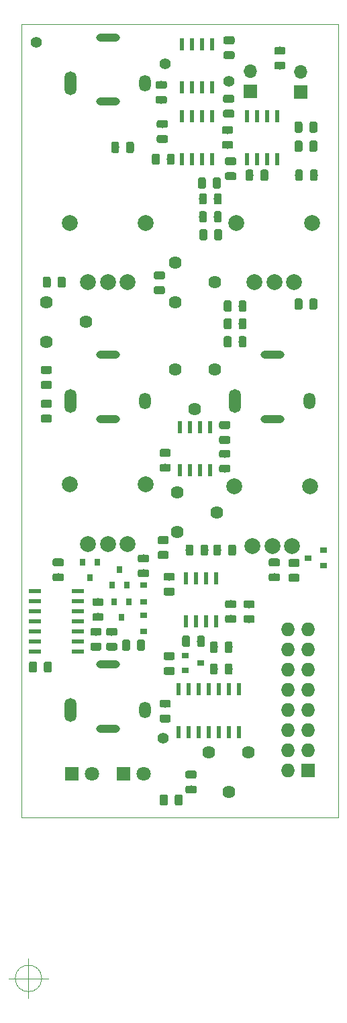
<source format=gbr>
%TF.GenerationSoftware,KiCad,Pcbnew,(5.0.0)*%
%TF.CreationDate,2018-12-09T22:39:23+01:00*%
%TF.ProjectId,formant_vco,666F726D616E745F76636F2E6B696361,rev?*%
%TF.SameCoordinates,Original*%
%TF.FileFunction,Soldermask,Top*%
%TF.FilePolarity,Negative*%
%FSLAX46Y46*%
G04 Gerber Fmt 4.6, Leading zero omitted, Abs format (unit mm)*
G04 Created by KiCad (PCBNEW (5.0.0)) date 12/09/18 22:39:23*
%MOMM*%
%LPD*%
G01*
G04 APERTURE LIST*
%ADD10C,0.100000*%
%ADD11R,1.727200X1.727200*%
%ADD12O,1.727200X1.727200*%
%ADD13C,1.620000*%
%ADD14O,3.000000X1.000000*%
%ADD15O,1.500000X3.000000*%
%ADD16O,1.500000X2.100000*%
%ADD17C,2.000000*%
%ADD18R,0.600000X1.550000*%
%ADD19R,1.500000X0.600000*%
%ADD20R,0.900000X0.800000*%
%ADD21R,0.800000X0.900000*%
%ADD22R,1.700000X1.700000*%
%ADD23O,1.700000X1.700000*%
%ADD24R,0.600000X1.500000*%
%ADD25R,1.800000X1.800000*%
%ADD26C,1.800000*%
%ADD27C,0.150000*%
%ADD28C,0.975000*%
%ADD29C,1.400000*%
G04 APERTURE END LIST*
D10*
X55000000Y-155000000D02*
X95000000Y-155000000D01*
X95000000Y-55000000D02*
X95000000Y-155000000D01*
X55000000Y-55000000D02*
X95000000Y-55000000D01*
X55000000Y-155000000D02*
X55000000Y-55000000D01*
X57551666Y-175260000D02*
G75*
G03X57551666Y-175260000I-1666666J0D01*
G01*
X53385000Y-175260000D02*
X58385000Y-175260000D01*
X55885000Y-172760000D02*
X55885000Y-177760000D01*
D11*
X91135000Y-149010000D03*
D12*
X88595000Y-149010000D03*
X91135000Y-146470000D03*
X88595000Y-146470000D03*
X91135000Y-143930000D03*
X88595000Y-143930000D03*
X91135000Y-141390000D03*
X88595000Y-141390000D03*
X91135000Y-138850000D03*
X88595000Y-138850000D03*
X91135000Y-136310000D03*
X88595000Y-136310000D03*
X91135000Y-133770000D03*
X88595000Y-133770000D03*
X91135000Y-131230000D03*
X88595000Y-131230000D03*
D13*
X74635000Y-119010000D03*
X79635000Y-116510000D03*
X74635000Y-114010000D03*
X58135000Y-95010000D03*
X63135000Y-92510000D03*
X58135000Y-90010000D03*
D14*
X86635000Y-104760000D03*
X86635000Y-96660000D03*
D15*
X81935000Y-102460000D03*
D16*
X91335000Y-102460000D03*
D17*
X63385000Y-120510000D03*
X65885000Y-120510000D03*
X68385000Y-120510000D03*
X70685000Y-113010000D03*
X61085000Y-113010000D03*
D18*
X79040000Y-62960000D03*
X77770000Y-62960000D03*
X76500000Y-62960000D03*
X75230000Y-62960000D03*
X75230000Y-57560000D03*
X76500000Y-57560000D03*
X77770000Y-57560000D03*
X79040000Y-57560000D03*
X79040000Y-66560000D03*
X77770000Y-66560000D03*
X76500000Y-66560000D03*
X75230000Y-66560000D03*
X75230000Y-71960000D03*
X76500000Y-71960000D03*
X77770000Y-71960000D03*
X79040000Y-71960000D03*
X79540000Y-130210000D03*
X78270000Y-130210000D03*
X77000000Y-130210000D03*
X75730000Y-130210000D03*
X75730000Y-124810000D03*
X77000000Y-124810000D03*
X78270000Y-124810000D03*
X79540000Y-124810000D03*
D19*
X62085000Y-134070000D03*
X62085000Y-132800000D03*
X62085000Y-131530000D03*
X62085000Y-130260000D03*
X62085000Y-128990000D03*
X62085000Y-127720000D03*
X62085000Y-126450000D03*
X56685000Y-126450000D03*
X56685000Y-127720000D03*
X56685000Y-128990000D03*
X56685000Y-130260000D03*
X56685000Y-131530000D03*
X56685000Y-132800000D03*
X56685000Y-134070000D03*
D18*
X87290000Y-71960000D03*
X86020000Y-71960000D03*
X84750000Y-71960000D03*
X83480000Y-71960000D03*
X83480000Y-66560000D03*
X84750000Y-66560000D03*
X86020000Y-66560000D03*
X87290000Y-66560000D03*
X78790000Y-111210000D03*
X77520000Y-111210000D03*
X76250000Y-111210000D03*
X74980000Y-111210000D03*
X74980000Y-105810000D03*
X76250000Y-105810000D03*
X77520000Y-105810000D03*
X78790000Y-105810000D03*
D20*
X70385000Y-125710000D03*
X70385000Y-127810000D03*
X70385000Y-129460000D03*
X70385000Y-131560000D03*
X93135000Y-123210000D03*
X93135000Y-121310000D03*
X91135000Y-122260000D03*
D21*
X68585000Y-127760000D03*
X66685000Y-127760000D03*
X67635000Y-129760000D03*
X64585000Y-122760000D03*
X62685000Y-122760000D03*
X63635000Y-124760000D03*
X66435000Y-125694308D03*
X68335000Y-125694308D03*
X67385000Y-123694308D03*
D20*
X75635000Y-134560000D03*
X75635000Y-136460000D03*
X77635000Y-135510000D03*
D22*
X83885000Y-63460000D03*
D23*
X83885000Y-60920000D03*
D22*
X90260000Y-63510000D03*
D23*
X90260000Y-60970000D03*
D24*
X74825000Y-144210000D03*
X76095000Y-144210000D03*
X77365000Y-144210000D03*
X78635000Y-144210000D03*
X79905000Y-144210000D03*
X81175000Y-144210000D03*
X82445000Y-144210000D03*
X82445000Y-138810000D03*
X81175000Y-138810000D03*
X79905000Y-138810000D03*
X78635000Y-138810000D03*
X77365000Y-138810000D03*
X76095000Y-138810000D03*
X74825000Y-138810000D03*
D25*
X67885000Y-149510000D03*
D26*
X70425000Y-149510000D03*
D25*
X61385000Y-149510000D03*
D26*
X63925000Y-149510000D03*
D17*
X84385000Y-87510000D03*
X86885000Y-87510000D03*
X89385000Y-87510000D03*
X91685000Y-80010000D03*
X82085000Y-80010000D03*
X63385000Y-87510000D03*
X65885000Y-87510000D03*
X68385000Y-87510000D03*
X70685000Y-80010000D03*
X61085000Y-80010000D03*
X84135000Y-120760000D03*
X86635000Y-120760000D03*
X89135000Y-120760000D03*
X91435000Y-113260000D03*
X81835000Y-113260000D03*
D14*
X65885000Y-64760000D03*
X65885000Y-56660000D03*
D15*
X61185000Y-62460000D03*
D16*
X70585000Y-62460000D03*
D14*
X65885000Y-104760000D03*
X65885000Y-96660000D03*
D15*
X61185000Y-102460000D03*
D16*
X70585000Y-102460000D03*
D13*
X83635000Y-146760000D03*
X81135000Y-151760000D03*
X78635000Y-146760000D03*
X74385000Y-90010000D03*
X79385000Y-87510000D03*
X74385000Y-85010000D03*
X79385000Y-98510000D03*
X76885000Y-103510000D03*
X74385000Y-98510000D03*
D27*
G36*
X92090142Y-69661174D02*
X92113803Y-69664684D01*
X92137007Y-69670496D01*
X92159529Y-69678554D01*
X92181153Y-69688782D01*
X92201670Y-69701079D01*
X92220883Y-69715329D01*
X92238607Y-69731393D01*
X92254671Y-69749117D01*
X92268921Y-69768330D01*
X92281218Y-69788847D01*
X92291446Y-69810471D01*
X92299504Y-69832993D01*
X92305316Y-69856197D01*
X92308826Y-69879858D01*
X92310000Y-69903750D01*
X92310000Y-70816250D01*
X92308826Y-70840142D01*
X92305316Y-70863803D01*
X92299504Y-70887007D01*
X92291446Y-70909529D01*
X92281218Y-70931153D01*
X92268921Y-70951670D01*
X92254671Y-70970883D01*
X92238607Y-70988607D01*
X92220883Y-71004671D01*
X92201670Y-71018921D01*
X92181153Y-71031218D01*
X92159529Y-71041446D01*
X92137007Y-71049504D01*
X92113803Y-71055316D01*
X92090142Y-71058826D01*
X92066250Y-71060000D01*
X91578750Y-71060000D01*
X91554858Y-71058826D01*
X91531197Y-71055316D01*
X91507993Y-71049504D01*
X91485471Y-71041446D01*
X91463847Y-71031218D01*
X91443330Y-71018921D01*
X91424117Y-71004671D01*
X91406393Y-70988607D01*
X91390329Y-70970883D01*
X91376079Y-70951670D01*
X91363782Y-70931153D01*
X91353554Y-70909529D01*
X91345496Y-70887007D01*
X91339684Y-70863803D01*
X91336174Y-70840142D01*
X91335000Y-70816250D01*
X91335000Y-69903750D01*
X91336174Y-69879858D01*
X91339684Y-69856197D01*
X91345496Y-69832993D01*
X91353554Y-69810471D01*
X91363782Y-69788847D01*
X91376079Y-69768330D01*
X91390329Y-69749117D01*
X91406393Y-69731393D01*
X91424117Y-69715329D01*
X91443330Y-69701079D01*
X91463847Y-69688782D01*
X91485471Y-69678554D01*
X91507993Y-69670496D01*
X91531197Y-69664684D01*
X91554858Y-69661174D01*
X91578750Y-69660000D01*
X92066250Y-69660000D01*
X92090142Y-69661174D01*
X92090142Y-69661174D01*
G37*
D28*
X91822500Y-70360000D03*
D27*
G36*
X90215142Y-69661174D02*
X90238803Y-69664684D01*
X90262007Y-69670496D01*
X90284529Y-69678554D01*
X90306153Y-69688782D01*
X90326670Y-69701079D01*
X90345883Y-69715329D01*
X90363607Y-69731393D01*
X90379671Y-69749117D01*
X90393921Y-69768330D01*
X90406218Y-69788847D01*
X90416446Y-69810471D01*
X90424504Y-69832993D01*
X90430316Y-69856197D01*
X90433826Y-69879858D01*
X90435000Y-69903750D01*
X90435000Y-70816250D01*
X90433826Y-70840142D01*
X90430316Y-70863803D01*
X90424504Y-70887007D01*
X90416446Y-70909529D01*
X90406218Y-70931153D01*
X90393921Y-70951670D01*
X90379671Y-70970883D01*
X90363607Y-70988607D01*
X90345883Y-71004671D01*
X90326670Y-71018921D01*
X90306153Y-71031218D01*
X90284529Y-71041446D01*
X90262007Y-71049504D01*
X90238803Y-71055316D01*
X90215142Y-71058826D01*
X90191250Y-71060000D01*
X89703750Y-71060000D01*
X89679858Y-71058826D01*
X89656197Y-71055316D01*
X89632993Y-71049504D01*
X89610471Y-71041446D01*
X89588847Y-71031218D01*
X89568330Y-71018921D01*
X89549117Y-71004671D01*
X89531393Y-70988607D01*
X89515329Y-70970883D01*
X89501079Y-70951670D01*
X89488782Y-70931153D01*
X89478554Y-70909529D01*
X89470496Y-70887007D01*
X89464684Y-70863803D01*
X89461174Y-70840142D01*
X89460000Y-70816250D01*
X89460000Y-69903750D01*
X89461174Y-69879858D01*
X89464684Y-69856197D01*
X89470496Y-69832993D01*
X89478554Y-69810471D01*
X89488782Y-69788847D01*
X89501079Y-69768330D01*
X89515329Y-69749117D01*
X89531393Y-69731393D01*
X89549117Y-69715329D01*
X89568330Y-69701079D01*
X89588847Y-69688782D01*
X89610471Y-69678554D01*
X89632993Y-69670496D01*
X89656197Y-69664684D01*
X89679858Y-69661174D01*
X89703750Y-69660000D01*
X90191250Y-69660000D01*
X90215142Y-69661174D01*
X90215142Y-69661174D01*
G37*
D28*
X89947500Y-70360000D03*
D27*
G36*
X81865142Y-73648674D02*
X81888803Y-73652184D01*
X81912007Y-73657996D01*
X81934529Y-73666054D01*
X81956153Y-73676282D01*
X81976670Y-73688579D01*
X81995883Y-73702829D01*
X82013607Y-73718893D01*
X82029671Y-73736617D01*
X82043921Y-73755830D01*
X82056218Y-73776347D01*
X82066446Y-73797971D01*
X82074504Y-73820493D01*
X82080316Y-73843697D01*
X82083826Y-73867358D01*
X82085000Y-73891250D01*
X82085000Y-74378750D01*
X82083826Y-74402642D01*
X82080316Y-74426303D01*
X82074504Y-74449507D01*
X82066446Y-74472029D01*
X82056218Y-74493653D01*
X82043921Y-74514170D01*
X82029671Y-74533383D01*
X82013607Y-74551107D01*
X81995883Y-74567171D01*
X81976670Y-74581421D01*
X81956153Y-74593718D01*
X81934529Y-74603946D01*
X81912007Y-74612004D01*
X81888803Y-74617816D01*
X81865142Y-74621326D01*
X81841250Y-74622500D01*
X80928750Y-74622500D01*
X80904858Y-74621326D01*
X80881197Y-74617816D01*
X80857993Y-74612004D01*
X80835471Y-74603946D01*
X80813847Y-74593718D01*
X80793330Y-74581421D01*
X80774117Y-74567171D01*
X80756393Y-74551107D01*
X80740329Y-74533383D01*
X80726079Y-74514170D01*
X80713782Y-74493653D01*
X80703554Y-74472029D01*
X80695496Y-74449507D01*
X80689684Y-74426303D01*
X80686174Y-74402642D01*
X80685000Y-74378750D01*
X80685000Y-73891250D01*
X80686174Y-73867358D01*
X80689684Y-73843697D01*
X80695496Y-73820493D01*
X80703554Y-73797971D01*
X80713782Y-73776347D01*
X80726079Y-73755830D01*
X80740329Y-73736617D01*
X80756393Y-73718893D01*
X80774117Y-73702829D01*
X80793330Y-73688579D01*
X80813847Y-73676282D01*
X80835471Y-73666054D01*
X80857993Y-73657996D01*
X80881197Y-73652184D01*
X80904858Y-73648674D01*
X80928750Y-73647500D01*
X81841250Y-73647500D01*
X81865142Y-73648674D01*
X81865142Y-73648674D01*
G37*
D28*
X81385000Y-74135000D03*
D27*
G36*
X81865142Y-71773674D02*
X81888803Y-71777184D01*
X81912007Y-71782996D01*
X81934529Y-71791054D01*
X81956153Y-71801282D01*
X81976670Y-71813579D01*
X81995883Y-71827829D01*
X82013607Y-71843893D01*
X82029671Y-71861617D01*
X82043921Y-71880830D01*
X82056218Y-71901347D01*
X82066446Y-71922971D01*
X82074504Y-71945493D01*
X82080316Y-71968697D01*
X82083826Y-71992358D01*
X82085000Y-72016250D01*
X82085000Y-72503750D01*
X82083826Y-72527642D01*
X82080316Y-72551303D01*
X82074504Y-72574507D01*
X82066446Y-72597029D01*
X82056218Y-72618653D01*
X82043921Y-72639170D01*
X82029671Y-72658383D01*
X82013607Y-72676107D01*
X81995883Y-72692171D01*
X81976670Y-72706421D01*
X81956153Y-72718718D01*
X81934529Y-72728946D01*
X81912007Y-72737004D01*
X81888803Y-72742816D01*
X81865142Y-72746326D01*
X81841250Y-72747500D01*
X80928750Y-72747500D01*
X80904858Y-72746326D01*
X80881197Y-72742816D01*
X80857993Y-72737004D01*
X80835471Y-72728946D01*
X80813847Y-72718718D01*
X80793330Y-72706421D01*
X80774117Y-72692171D01*
X80756393Y-72676107D01*
X80740329Y-72658383D01*
X80726079Y-72639170D01*
X80713782Y-72618653D01*
X80703554Y-72597029D01*
X80695496Y-72574507D01*
X80689684Y-72551303D01*
X80686174Y-72527642D01*
X80685000Y-72503750D01*
X80685000Y-72016250D01*
X80686174Y-71992358D01*
X80689684Y-71968697D01*
X80695496Y-71945493D01*
X80703554Y-71922971D01*
X80713782Y-71901347D01*
X80726079Y-71880830D01*
X80740329Y-71861617D01*
X80756393Y-71843893D01*
X80774117Y-71827829D01*
X80793330Y-71813579D01*
X80813847Y-71801282D01*
X80835471Y-71791054D01*
X80857993Y-71782996D01*
X80881197Y-71777184D01*
X80904858Y-71773674D01*
X80928750Y-71772500D01*
X81841250Y-71772500D01*
X81865142Y-71773674D01*
X81865142Y-71773674D01*
G37*
D28*
X81385000Y-72260000D03*
D27*
G36*
X81615142Y-65773674D02*
X81638803Y-65777184D01*
X81662007Y-65782996D01*
X81684529Y-65791054D01*
X81706153Y-65801282D01*
X81726670Y-65813579D01*
X81745883Y-65827829D01*
X81763607Y-65843893D01*
X81779671Y-65861617D01*
X81793921Y-65880830D01*
X81806218Y-65901347D01*
X81816446Y-65922971D01*
X81824504Y-65945493D01*
X81830316Y-65968697D01*
X81833826Y-65992358D01*
X81835000Y-66016250D01*
X81835000Y-66503750D01*
X81833826Y-66527642D01*
X81830316Y-66551303D01*
X81824504Y-66574507D01*
X81816446Y-66597029D01*
X81806218Y-66618653D01*
X81793921Y-66639170D01*
X81779671Y-66658383D01*
X81763607Y-66676107D01*
X81745883Y-66692171D01*
X81726670Y-66706421D01*
X81706153Y-66718718D01*
X81684529Y-66728946D01*
X81662007Y-66737004D01*
X81638803Y-66742816D01*
X81615142Y-66746326D01*
X81591250Y-66747500D01*
X80678750Y-66747500D01*
X80654858Y-66746326D01*
X80631197Y-66742816D01*
X80607993Y-66737004D01*
X80585471Y-66728946D01*
X80563847Y-66718718D01*
X80543330Y-66706421D01*
X80524117Y-66692171D01*
X80506393Y-66676107D01*
X80490329Y-66658383D01*
X80476079Y-66639170D01*
X80463782Y-66618653D01*
X80453554Y-66597029D01*
X80445496Y-66574507D01*
X80439684Y-66551303D01*
X80436174Y-66527642D01*
X80435000Y-66503750D01*
X80435000Y-66016250D01*
X80436174Y-65992358D01*
X80439684Y-65968697D01*
X80445496Y-65945493D01*
X80453554Y-65922971D01*
X80463782Y-65901347D01*
X80476079Y-65880830D01*
X80490329Y-65861617D01*
X80506393Y-65843893D01*
X80524117Y-65827829D01*
X80543330Y-65813579D01*
X80563847Y-65801282D01*
X80585471Y-65791054D01*
X80607993Y-65782996D01*
X80631197Y-65777184D01*
X80654858Y-65773674D01*
X80678750Y-65772500D01*
X81591250Y-65772500D01*
X81615142Y-65773674D01*
X81615142Y-65773674D01*
G37*
D28*
X81135000Y-66260000D03*
D27*
G36*
X81615142Y-63898674D02*
X81638803Y-63902184D01*
X81662007Y-63907996D01*
X81684529Y-63916054D01*
X81706153Y-63926282D01*
X81726670Y-63938579D01*
X81745883Y-63952829D01*
X81763607Y-63968893D01*
X81779671Y-63986617D01*
X81793921Y-64005830D01*
X81806218Y-64026347D01*
X81816446Y-64047971D01*
X81824504Y-64070493D01*
X81830316Y-64093697D01*
X81833826Y-64117358D01*
X81835000Y-64141250D01*
X81835000Y-64628750D01*
X81833826Y-64652642D01*
X81830316Y-64676303D01*
X81824504Y-64699507D01*
X81816446Y-64722029D01*
X81806218Y-64743653D01*
X81793921Y-64764170D01*
X81779671Y-64783383D01*
X81763607Y-64801107D01*
X81745883Y-64817171D01*
X81726670Y-64831421D01*
X81706153Y-64843718D01*
X81684529Y-64853946D01*
X81662007Y-64862004D01*
X81638803Y-64867816D01*
X81615142Y-64871326D01*
X81591250Y-64872500D01*
X80678750Y-64872500D01*
X80654858Y-64871326D01*
X80631197Y-64867816D01*
X80607993Y-64862004D01*
X80585471Y-64853946D01*
X80563847Y-64843718D01*
X80543330Y-64831421D01*
X80524117Y-64817171D01*
X80506393Y-64801107D01*
X80490329Y-64783383D01*
X80476079Y-64764170D01*
X80463782Y-64743653D01*
X80453554Y-64722029D01*
X80445496Y-64699507D01*
X80439684Y-64676303D01*
X80436174Y-64652642D01*
X80435000Y-64628750D01*
X80435000Y-64141250D01*
X80436174Y-64117358D01*
X80439684Y-64093697D01*
X80445496Y-64070493D01*
X80453554Y-64047971D01*
X80463782Y-64026347D01*
X80476079Y-64005830D01*
X80490329Y-63986617D01*
X80506393Y-63968893D01*
X80524117Y-63952829D01*
X80543330Y-63938579D01*
X80563847Y-63926282D01*
X80585471Y-63916054D01*
X80607993Y-63907996D01*
X80631197Y-63902184D01*
X80654858Y-63898674D01*
X80678750Y-63897500D01*
X81591250Y-63897500D01*
X81615142Y-63898674D01*
X81615142Y-63898674D01*
G37*
D28*
X81135000Y-64385000D03*
D27*
G36*
X81865142Y-129461174D02*
X81888803Y-129464684D01*
X81912007Y-129470496D01*
X81934529Y-129478554D01*
X81956153Y-129488782D01*
X81976670Y-129501079D01*
X81995883Y-129515329D01*
X82013607Y-129531393D01*
X82029671Y-129549117D01*
X82043921Y-129568330D01*
X82056218Y-129588847D01*
X82066446Y-129610471D01*
X82074504Y-129632993D01*
X82080316Y-129656197D01*
X82083826Y-129679858D01*
X82085000Y-129703750D01*
X82085000Y-130191250D01*
X82083826Y-130215142D01*
X82080316Y-130238803D01*
X82074504Y-130262007D01*
X82066446Y-130284529D01*
X82056218Y-130306153D01*
X82043921Y-130326670D01*
X82029671Y-130345883D01*
X82013607Y-130363607D01*
X81995883Y-130379671D01*
X81976670Y-130393921D01*
X81956153Y-130406218D01*
X81934529Y-130416446D01*
X81912007Y-130424504D01*
X81888803Y-130430316D01*
X81865142Y-130433826D01*
X81841250Y-130435000D01*
X80928750Y-130435000D01*
X80904858Y-130433826D01*
X80881197Y-130430316D01*
X80857993Y-130424504D01*
X80835471Y-130416446D01*
X80813847Y-130406218D01*
X80793330Y-130393921D01*
X80774117Y-130379671D01*
X80756393Y-130363607D01*
X80740329Y-130345883D01*
X80726079Y-130326670D01*
X80713782Y-130306153D01*
X80703554Y-130284529D01*
X80695496Y-130262007D01*
X80689684Y-130238803D01*
X80686174Y-130215142D01*
X80685000Y-130191250D01*
X80685000Y-129703750D01*
X80686174Y-129679858D01*
X80689684Y-129656197D01*
X80695496Y-129632993D01*
X80703554Y-129610471D01*
X80713782Y-129588847D01*
X80726079Y-129568330D01*
X80740329Y-129549117D01*
X80756393Y-129531393D01*
X80774117Y-129515329D01*
X80793330Y-129501079D01*
X80813847Y-129488782D01*
X80835471Y-129478554D01*
X80857993Y-129470496D01*
X80881197Y-129464684D01*
X80904858Y-129461174D01*
X80928750Y-129460000D01*
X81841250Y-129460000D01*
X81865142Y-129461174D01*
X81865142Y-129461174D01*
G37*
D28*
X81385000Y-129947500D03*
D27*
G36*
X81865142Y-127586174D02*
X81888803Y-127589684D01*
X81912007Y-127595496D01*
X81934529Y-127603554D01*
X81956153Y-127613782D01*
X81976670Y-127626079D01*
X81995883Y-127640329D01*
X82013607Y-127656393D01*
X82029671Y-127674117D01*
X82043921Y-127693330D01*
X82056218Y-127713847D01*
X82066446Y-127735471D01*
X82074504Y-127757993D01*
X82080316Y-127781197D01*
X82083826Y-127804858D01*
X82085000Y-127828750D01*
X82085000Y-128316250D01*
X82083826Y-128340142D01*
X82080316Y-128363803D01*
X82074504Y-128387007D01*
X82066446Y-128409529D01*
X82056218Y-128431153D01*
X82043921Y-128451670D01*
X82029671Y-128470883D01*
X82013607Y-128488607D01*
X81995883Y-128504671D01*
X81976670Y-128518921D01*
X81956153Y-128531218D01*
X81934529Y-128541446D01*
X81912007Y-128549504D01*
X81888803Y-128555316D01*
X81865142Y-128558826D01*
X81841250Y-128560000D01*
X80928750Y-128560000D01*
X80904858Y-128558826D01*
X80881197Y-128555316D01*
X80857993Y-128549504D01*
X80835471Y-128541446D01*
X80813847Y-128531218D01*
X80793330Y-128518921D01*
X80774117Y-128504671D01*
X80756393Y-128488607D01*
X80740329Y-128470883D01*
X80726079Y-128451670D01*
X80713782Y-128431153D01*
X80703554Y-128409529D01*
X80695496Y-128387007D01*
X80689684Y-128363803D01*
X80686174Y-128340142D01*
X80685000Y-128316250D01*
X80685000Y-127828750D01*
X80686174Y-127804858D01*
X80689684Y-127781197D01*
X80695496Y-127757993D01*
X80703554Y-127735471D01*
X80713782Y-127713847D01*
X80726079Y-127693330D01*
X80740329Y-127674117D01*
X80756393Y-127656393D01*
X80774117Y-127640329D01*
X80793330Y-127626079D01*
X80813847Y-127613782D01*
X80835471Y-127603554D01*
X80857993Y-127595496D01*
X80881197Y-127589684D01*
X80904858Y-127586174D01*
X80928750Y-127585000D01*
X81841250Y-127585000D01*
X81865142Y-127586174D01*
X81865142Y-127586174D01*
G37*
D28*
X81385000Y-128072500D03*
D27*
G36*
X79965142Y-120561174D02*
X79988803Y-120564684D01*
X80012007Y-120570496D01*
X80034529Y-120578554D01*
X80056153Y-120588782D01*
X80076670Y-120601079D01*
X80095883Y-120615329D01*
X80113607Y-120631393D01*
X80129671Y-120649117D01*
X80143921Y-120668330D01*
X80156218Y-120688847D01*
X80166446Y-120710471D01*
X80174504Y-120732993D01*
X80180316Y-120756197D01*
X80183826Y-120779858D01*
X80185000Y-120803750D01*
X80185000Y-121716250D01*
X80183826Y-121740142D01*
X80180316Y-121763803D01*
X80174504Y-121787007D01*
X80166446Y-121809529D01*
X80156218Y-121831153D01*
X80143921Y-121851670D01*
X80129671Y-121870883D01*
X80113607Y-121888607D01*
X80095883Y-121904671D01*
X80076670Y-121918921D01*
X80056153Y-121931218D01*
X80034529Y-121941446D01*
X80012007Y-121949504D01*
X79988803Y-121955316D01*
X79965142Y-121958826D01*
X79941250Y-121960000D01*
X79453750Y-121960000D01*
X79429858Y-121958826D01*
X79406197Y-121955316D01*
X79382993Y-121949504D01*
X79360471Y-121941446D01*
X79338847Y-121931218D01*
X79318330Y-121918921D01*
X79299117Y-121904671D01*
X79281393Y-121888607D01*
X79265329Y-121870883D01*
X79251079Y-121851670D01*
X79238782Y-121831153D01*
X79228554Y-121809529D01*
X79220496Y-121787007D01*
X79214684Y-121763803D01*
X79211174Y-121740142D01*
X79210000Y-121716250D01*
X79210000Y-120803750D01*
X79211174Y-120779858D01*
X79214684Y-120756197D01*
X79220496Y-120732993D01*
X79228554Y-120710471D01*
X79238782Y-120688847D01*
X79251079Y-120668330D01*
X79265329Y-120649117D01*
X79281393Y-120631393D01*
X79299117Y-120615329D01*
X79318330Y-120601079D01*
X79338847Y-120588782D01*
X79360471Y-120578554D01*
X79382993Y-120570496D01*
X79406197Y-120564684D01*
X79429858Y-120561174D01*
X79453750Y-120560000D01*
X79941250Y-120560000D01*
X79965142Y-120561174D01*
X79965142Y-120561174D01*
G37*
D28*
X79697500Y-121260000D03*
D27*
G36*
X81840142Y-120561174D02*
X81863803Y-120564684D01*
X81887007Y-120570496D01*
X81909529Y-120578554D01*
X81931153Y-120588782D01*
X81951670Y-120601079D01*
X81970883Y-120615329D01*
X81988607Y-120631393D01*
X82004671Y-120649117D01*
X82018921Y-120668330D01*
X82031218Y-120688847D01*
X82041446Y-120710471D01*
X82049504Y-120732993D01*
X82055316Y-120756197D01*
X82058826Y-120779858D01*
X82060000Y-120803750D01*
X82060000Y-121716250D01*
X82058826Y-121740142D01*
X82055316Y-121763803D01*
X82049504Y-121787007D01*
X82041446Y-121809529D01*
X82031218Y-121831153D01*
X82018921Y-121851670D01*
X82004671Y-121870883D01*
X81988607Y-121888607D01*
X81970883Y-121904671D01*
X81951670Y-121918921D01*
X81931153Y-121931218D01*
X81909529Y-121941446D01*
X81887007Y-121949504D01*
X81863803Y-121955316D01*
X81840142Y-121958826D01*
X81816250Y-121960000D01*
X81328750Y-121960000D01*
X81304858Y-121958826D01*
X81281197Y-121955316D01*
X81257993Y-121949504D01*
X81235471Y-121941446D01*
X81213847Y-121931218D01*
X81193330Y-121918921D01*
X81174117Y-121904671D01*
X81156393Y-121888607D01*
X81140329Y-121870883D01*
X81126079Y-121851670D01*
X81113782Y-121831153D01*
X81103554Y-121809529D01*
X81095496Y-121787007D01*
X81089684Y-121763803D01*
X81086174Y-121740142D01*
X81085000Y-121716250D01*
X81085000Y-120803750D01*
X81086174Y-120779858D01*
X81089684Y-120756197D01*
X81095496Y-120732993D01*
X81103554Y-120710471D01*
X81113782Y-120688847D01*
X81126079Y-120668330D01*
X81140329Y-120649117D01*
X81156393Y-120631393D01*
X81174117Y-120615329D01*
X81193330Y-120601079D01*
X81213847Y-120588782D01*
X81235471Y-120578554D01*
X81257993Y-120570496D01*
X81281197Y-120564684D01*
X81304858Y-120561174D01*
X81328750Y-120560000D01*
X81816250Y-120560000D01*
X81840142Y-120561174D01*
X81840142Y-120561174D01*
G37*
D28*
X81572500Y-121260000D03*
D27*
G36*
X81277642Y-89811174D02*
X81301303Y-89814684D01*
X81324507Y-89820496D01*
X81347029Y-89828554D01*
X81368653Y-89838782D01*
X81389170Y-89851079D01*
X81408383Y-89865329D01*
X81426107Y-89881393D01*
X81442171Y-89899117D01*
X81456421Y-89918330D01*
X81468718Y-89938847D01*
X81478946Y-89960471D01*
X81487004Y-89982993D01*
X81492816Y-90006197D01*
X81496326Y-90029858D01*
X81497500Y-90053750D01*
X81497500Y-90966250D01*
X81496326Y-90990142D01*
X81492816Y-91013803D01*
X81487004Y-91037007D01*
X81478946Y-91059529D01*
X81468718Y-91081153D01*
X81456421Y-91101670D01*
X81442171Y-91120883D01*
X81426107Y-91138607D01*
X81408383Y-91154671D01*
X81389170Y-91168921D01*
X81368653Y-91181218D01*
X81347029Y-91191446D01*
X81324507Y-91199504D01*
X81301303Y-91205316D01*
X81277642Y-91208826D01*
X81253750Y-91210000D01*
X80766250Y-91210000D01*
X80742358Y-91208826D01*
X80718697Y-91205316D01*
X80695493Y-91199504D01*
X80672971Y-91191446D01*
X80651347Y-91181218D01*
X80630830Y-91168921D01*
X80611617Y-91154671D01*
X80593893Y-91138607D01*
X80577829Y-91120883D01*
X80563579Y-91101670D01*
X80551282Y-91081153D01*
X80541054Y-91059529D01*
X80532996Y-91037007D01*
X80527184Y-91013803D01*
X80523674Y-90990142D01*
X80522500Y-90966250D01*
X80522500Y-90053750D01*
X80523674Y-90029858D01*
X80527184Y-90006197D01*
X80532996Y-89982993D01*
X80541054Y-89960471D01*
X80551282Y-89938847D01*
X80563579Y-89918330D01*
X80577829Y-89899117D01*
X80593893Y-89881393D01*
X80611617Y-89865329D01*
X80630830Y-89851079D01*
X80651347Y-89838782D01*
X80672971Y-89828554D01*
X80695493Y-89820496D01*
X80718697Y-89814684D01*
X80742358Y-89811174D01*
X80766250Y-89810000D01*
X81253750Y-89810000D01*
X81277642Y-89811174D01*
X81277642Y-89811174D01*
G37*
D28*
X81010000Y-90510000D03*
D27*
G36*
X83152642Y-89811174D02*
X83176303Y-89814684D01*
X83199507Y-89820496D01*
X83222029Y-89828554D01*
X83243653Y-89838782D01*
X83264170Y-89851079D01*
X83283383Y-89865329D01*
X83301107Y-89881393D01*
X83317171Y-89899117D01*
X83331421Y-89918330D01*
X83343718Y-89938847D01*
X83353946Y-89960471D01*
X83362004Y-89982993D01*
X83367816Y-90006197D01*
X83371326Y-90029858D01*
X83372500Y-90053750D01*
X83372500Y-90966250D01*
X83371326Y-90990142D01*
X83367816Y-91013803D01*
X83362004Y-91037007D01*
X83353946Y-91059529D01*
X83343718Y-91081153D01*
X83331421Y-91101670D01*
X83317171Y-91120883D01*
X83301107Y-91138607D01*
X83283383Y-91154671D01*
X83264170Y-91168921D01*
X83243653Y-91181218D01*
X83222029Y-91191446D01*
X83199507Y-91199504D01*
X83176303Y-91205316D01*
X83152642Y-91208826D01*
X83128750Y-91210000D01*
X82641250Y-91210000D01*
X82617358Y-91208826D01*
X82593697Y-91205316D01*
X82570493Y-91199504D01*
X82547971Y-91191446D01*
X82526347Y-91181218D01*
X82505830Y-91168921D01*
X82486617Y-91154671D01*
X82468893Y-91138607D01*
X82452829Y-91120883D01*
X82438579Y-91101670D01*
X82426282Y-91081153D01*
X82416054Y-91059529D01*
X82407996Y-91037007D01*
X82402184Y-91013803D01*
X82398674Y-90990142D01*
X82397500Y-90966250D01*
X82397500Y-90053750D01*
X82398674Y-90029858D01*
X82402184Y-90006197D01*
X82407996Y-89982993D01*
X82416054Y-89960471D01*
X82426282Y-89938847D01*
X82438579Y-89918330D01*
X82452829Y-89899117D01*
X82468893Y-89881393D01*
X82486617Y-89865329D01*
X82505830Y-89851079D01*
X82526347Y-89838782D01*
X82547971Y-89828554D01*
X82570493Y-89820496D01*
X82593697Y-89814684D01*
X82617358Y-89811174D01*
X82641250Y-89810000D01*
X83128750Y-89810000D01*
X83152642Y-89811174D01*
X83152642Y-89811174D01*
G37*
D28*
X82885000Y-90510000D03*
D27*
G36*
X90215142Y-67261174D02*
X90238803Y-67264684D01*
X90262007Y-67270496D01*
X90284529Y-67278554D01*
X90306153Y-67288782D01*
X90326670Y-67301079D01*
X90345883Y-67315329D01*
X90363607Y-67331393D01*
X90379671Y-67349117D01*
X90393921Y-67368330D01*
X90406218Y-67388847D01*
X90416446Y-67410471D01*
X90424504Y-67432993D01*
X90430316Y-67456197D01*
X90433826Y-67479858D01*
X90435000Y-67503750D01*
X90435000Y-68416250D01*
X90433826Y-68440142D01*
X90430316Y-68463803D01*
X90424504Y-68487007D01*
X90416446Y-68509529D01*
X90406218Y-68531153D01*
X90393921Y-68551670D01*
X90379671Y-68570883D01*
X90363607Y-68588607D01*
X90345883Y-68604671D01*
X90326670Y-68618921D01*
X90306153Y-68631218D01*
X90284529Y-68641446D01*
X90262007Y-68649504D01*
X90238803Y-68655316D01*
X90215142Y-68658826D01*
X90191250Y-68660000D01*
X89703750Y-68660000D01*
X89679858Y-68658826D01*
X89656197Y-68655316D01*
X89632993Y-68649504D01*
X89610471Y-68641446D01*
X89588847Y-68631218D01*
X89568330Y-68618921D01*
X89549117Y-68604671D01*
X89531393Y-68588607D01*
X89515329Y-68570883D01*
X89501079Y-68551670D01*
X89488782Y-68531153D01*
X89478554Y-68509529D01*
X89470496Y-68487007D01*
X89464684Y-68463803D01*
X89461174Y-68440142D01*
X89460000Y-68416250D01*
X89460000Y-67503750D01*
X89461174Y-67479858D01*
X89464684Y-67456197D01*
X89470496Y-67432993D01*
X89478554Y-67410471D01*
X89488782Y-67388847D01*
X89501079Y-67368330D01*
X89515329Y-67349117D01*
X89531393Y-67331393D01*
X89549117Y-67315329D01*
X89568330Y-67301079D01*
X89588847Y-67288782D01*
X89610471Y-67278554D01*
X89632993Y-67270496D01*
X89656197Y-67264684D01*
X89679858Y-67261174D01*
X89703750Y-67260000D01*
X90191250Y-67260000D01*
X90215142Y-67261174D01*
X90215142Y-67261174D01*
G37*
D28*
X89947500Y-67960000D03*
D27*
G36*
X92090142Y-67261174D02*
X92113803Y-67264684D01*
X92137007Y-67270496D01*
X92159529Y-67278554D01*
X92181153Y-67288782D01*
X92201670Y-67301079D01*
X92220883Y-67315329D01*
X92238607Y-67331393D01*
X92254671Y-67349117D01*
X92268921Y-67368330D01*
X92281218Y-67388847D01*
X92291446Y-67410471D01*
X92299504Y-67432993D01*
X92305316Y-67456197D01*
X92308826Y-67479858D01*
X92310000Y-67503750D01*
X92310000Y-68416250D01*
X92308826Y-68440142D01*
X92305316Y-68463803D01*
X92299504Y-68487007D01*
X92291446Y-68509529D01*
X92281218Y-68531153D01*
X92268921Y-68551670D01*
X92254671Y-68570883D01*
X92238607Y-68588607D01*
X92220883Y-68604671D01*
X92201670Y-68618921D01*
X92181153Y-68631218D01*
X92159529Y-68641446D01*
X92137007Y-68649504D01*
X92113803Y-68655316D01*
X92090142Y-68658826D01*
X92066250Y-68660000D01*
X91578750Y-68660000D01*
X91554858Y-68658826D01*
X91531197Y-68655316D01*
X91507993Y-68649504D01*
X91485471Y-68641446D01*
X91463847Y-68631218D01*
X91443330Y-68618921D01*
X91424117Y-68604671D01*
X91406393Y-68588607D01*
X91390329Y-68570883D01*
X91376079Y-68551670D01*
X91363782Y-68531153D01*
X91353554Y-68509529D01*
X91345496Y-68487007D01*
X91339684Y-68463803D01*
X91336174Y-68440142D01*
X91335000Y-68416250D01*
X91335000Y-67503750D01*
X91336174Y-67479858D01*
X91339684Y-67456197D01*
X91345496Y-67432993D01*
X91353554Y-67410471D01*
X91363782Y-67388847D01*
X91376079Y-67368330D01*
X91390329Y-67349117D01*
X91406393Y-67331393D01*
X91424117Y-67315329D01*
X91443330Y-67301079D01*
X91463847Y-67288782D01*
X91485471Y-67278554D01*
X91507993Y-67270496D01*
X91531197Y-67264684D01*
X91554858Y-67261174D01*
X91578750Y-67260000D01*
X92066250Y-67260000D01*
X92090142Y-67261174D01*
X92090142Y-67261174D01*
G37*
D28*
X91822500Y-67960000D03*
D27*
G36*
X68465142Y-132561174D02*
X68488803Y-132564684D01*
X68512007Y-132570496D01*
X68534529Y-132578554D01*
X68556153Y-132588782D01*
X68576670Y-132601079D01*
X68595883Y-132615329D01*
X68613607Y-132631393D01*
X68629671Y-132649117D01*
X68643921Y-132668330D01*
X68656218Y-132688847D01*
X68666446Y-132710471D01*
X68674504Y-132732993D01*
X68680316Y-132756197D01*
X68683826Y-132779858D01*
X68685000Y-132803750D01*
X68685000Y-133716250D01*
X68683826Y-133740142D01*
X68680316Y-133763803D01*
X68674504Y-133787007D01*
X68666446Y-133809529D01*
X68656218Y-133831153D01*
X68643921Y-133851670D01*
X68629671Y-133870883D01*
X68613607Y-133888607D01*
X68595883Y-133904671D01*
X68576670Y-133918921D01*
X68556153Y-133931218D01*
X68534529Y-133941446D01*
X68512007Y-133949504D01*
X68488803Y-133955316D01*
X68465142Y-133958826D01*
X68441250Y-133960000D01*
X67953750Y-133960000D01*
X67929858Y-133958826D01*
X67906197Y-133955316D01*
X67882993Y-133949504D01*
X67860471Y-133941446D01*
X67838847Y-133931218D01*
X67818330Y-133918921D01*
X67799117Y-133904671D01*
X67781393Y-133888607D01*
X67765329Y-133870883D01*
X67751079Y-133851670D01*
X67738782Y-133831153D01*
X67728554Y-133809529D01*
X67720496Y-133787007D01*
X67714684Y-133763803D01*
X67711174Y-133740142D01*
X67710000Y-133716250D01*
X67710000Y-132803750D01*
X67711174Y-132779858D01*
X67714684Y-132756197D01*
X67720496Y-132732993D01*
X67728554Y-132710471D01*
X67738782Y-132688847D01*
X67751079Y-132668330D01*
X67765329Y-132649117D01*
X67781393Y-132631393D01*
X67799117Y-132615329D01*
X67818330Y-132601079D01*
X67838847Y-132588782D01*
X67860471Y-132578554D01*
X67882993Y-132570496D01*
X67906197Y-132564684D01*
X67929858Y-132561174D01*
X67953750Y-132560000D01*
X68441250Y-132560000D01*
X68465142Y-132561174D01*
X68465142Y-132561174D01*
G37*
D28*
X68197500Y-133260000D03*
D27*
G36*
X70340142Y-132561174D02*
X70363803Y-132564684D01*
X70387007Y-132570496D01*
X70409529Y-132578554D01*
X70431153Y-132588782D01*
X70451670Y-132601079D01*
X70470883Y-132615329D01*
X70488607Y-132631393D01*
X70504671Y-132649117D01*
X70518921Y-132668330D01*
X70531218Y-132688847D01*
X70541446Y-132710471D01*
X70549504Y-132732993D01*
X70555316Y-132756197D01*
X70558826Y-132779858D01*
X70560000Y-132803750D01*
X70560000Y-133716250D01*
X70558826Y-133740142D01*
X70555316Y-133763803D01*
X70549504Y-133787007D01*
X70541446Y-133809529D01*
X70531218Y-133831153D01*
X70518921Y-133851670D01*
X70504671Y-133870883D01*
X70488607Y-133888607D01*
X70470883Y-133904671D01*
X70451670Y-133918921D01*
X70431153Y-133931218D01*
X70409529Y-133941446D01*
X70387007Y-133949504D01*
X70363803Y-133955316D01*
X70340142Y-133958826D01*
X70316250Y-133960000D01*
X69828750Y-133960000D01*
X69804858Y-133958826D01*
X69781197Y-133955316D01*
X69757993Y-133949504D01*
X69735471Y-133941446D01*
X69713847Y-133931218D01*
X69693330Y-133918921D01*
X69674117Y-133904671D01*
X69656393Y-133888607D01*
X69640329Y-133870883D01*
X69626079Y-133851670D01*
X69613782Y-133831153D01*
X69603554Y-133809529D01*
X69595496Y-133787007D01*
X69589684Y-133763803D01*
X69586174Y-133740142D01*
X69585000Y-133716250D01*
X69585000Y-132803750D01*
X69586174Y-132779858D01*
X69589684Y-132756197D01*
X69595496Y-132732993D01*
X69603554Y-132710471D01*
X69613782Y-132688847D01*
X69626079Y-132668330D01*
X69640329Y-132649117D01*
X69656393Y-132631393D01*
X69674117Y-132615329D01*
X69693330Y-132601079D01*
X69713847Y-132588782D01*
X69735471Y-132578554D01*
X69757993Y-132570496D01*
X69781197Y-132564684D01*
X69804858Y-132561174D01*
X69828750Y-132560000D01*
X70316250Y-132560000D01*
X70340142Y-132561174D01*
X70340142Y-132561174D01*
G37*
D28*
X70072500Y-133260000D03*
D27*
G36*
X73215142Y-152061174D02*
X73238803Y-152064684D01*
X73262007Y-152070496D01*
X73284529Y-152078554D01*
X73306153Y-152088782D01*
X73326670Y-152101079D01*
X73345883Y-152115329D01*
X73363607Y-152131393D01*
X73379671Y-152149117D01*
X73393921Y-152168330D01*
X73406218Y-152188847D01*
X73416446Y-152210471D01*
X73424504Y-152232993D01*
X73430316Y-152256197D01*
X73433826Y-152279858D01*
X73435000Y-152303750D01*
X73435000Y-153216250D01*
X73433826Y-153240142D01*
X73430316Y-153263803D01*
X73424504Y-153287007D01*
X73416446Y-153309529D01*
X73406218Y-153331153D01*
X73393921Y-153351670D01*
X73379671Y-153370883D01*
X73363607Y-153388607D01*
X73345883Y-153404671D01*
X73326670Y-153418921D01*
X73306153Y-153431218D01*
X73284529Y-153441446D01*
X73262007Y-153449504D01*
X73238803Y-153455316D01*
X73215142Y-153458826D01*
X73191250Y-153460000D01*
X72703750Y-153460000D01*
X72679858Y-153458826D01*
X72656197Y-153455316D01*
X72632993Y-153449504D01*
X72610471Y-153441446D01*
X72588847Y-153431218D01*
X72568330Y-153418921D01*
X72549117Y-153404671D01*
X72531393Y-153388607D01*
X72515329Y-153370883D01*
X72501079Y-153351670D01*
X72488782Y-153331153D01*
X72478554Y-153309529D01*
X72470496Y-153287007D01*
X72464684Y-153263803D01*
X72461174Y-153240142D01*
X72460000Y-153216250D01*
X72460000Y-152303750D01*
X72461174Y-152279858D01*
X72464684Y-152256197D01*
X72470496Y-152232993D01*
X72478554Y-152210471D01*
X72488782Y-152188847D01*
X72501079Y-152168330D01*
X72515329Y-152149117D01*
X72531393Y-152131393D01*
X72549117Y-152115329D01*
X72568330Y-152101079D01*
X72588847Y-152088782D01*
X72610471Y-152078554D01*
X72632993Y-152070496D01*
X72656197Y-152064684D01*
X72679858Y-152061174D01*
X72703750Y-152060000D01*
X73191250Y-152060000D01*
X73215142Y-152061174D01*
X73215142Y-152061174D01*
G37*
D28*
X72947500Y-152760000D03*
D27*
G36*
X75090142Y-152061174D02*
X75113803Y-152064684D01*
X75137007Y-152070496D01*
X75159529Y-152078554D01*
X75181153Y-152088782D01*
X75201670Y-152101079D01*
X75220883Y-152115329D01*
X75238607Y-152131393D01*
X75254671Y-152149117D01*
X75268921Y-152168330D01*
X75281218Y-152188847D01*
X75291446Y-152210471D01*
X75299504Y-152232993D01*
X75305316Y-152256197D01*
X75308826Y-152279858D01*
X75310000Y-152303750D01*
X75310000Y-153216250D01*
X75308826Y-153240142D01*
X75305316Y-153263803D01*
X75299504Y-153287007D01*
X75291446Y-153309529D01*
X75281218Y-153331153D01*
X75268921Y-153351670D01*
X75254671Y-153370883D01*
X75238607Y-153388607D01*
X75220883Y-153404671D01*
X75201670Y-153418921D01*
X75181153Y-153431218D01*
X75159529Y-153441446D01*
X75137007Y-153449504D01*
X75113803Y-153455316D01*
X75090142Y-153458826D01*
X75066250Y-153460000D01*
X74578750Y-153460000D01*
X74554858Y-153458826D01*
X74531197Y-153455316D01*
X74507993Y-153449504D01*
X74485471Y-153441446D01*
X74463847Y-153431218D01*
X74443330Y-153418921D01*
X74424117Y-153404671D01*
X74406393Y-153388607D01*
X74390329Y-153370883D01*
X74376079Y-153351670D01*
X74363782Y-153331153D01*
X74353554Y-153309529D01*
X74345496Y-153287007D01*
X74339684Y-153263803D01*
X74336174Y-153240142D01*
X74335000Y-153216250D01*
X74335000Y-152303750D01*
X74336174Y-152279858D01*
X74339684Y-152256197D01*
X74345496Y-152232993D01*
X74353554Y-152210471D01*
X74363782Y-152188847D01*
X74376079Y-152168330D01*
X74390329Y-152149117D01*
X74406393Y-152131393D01*
X74424117Y-152115329D01*
X74443330Y-152101079D01*
X74463847Y-152088782D01*
X74485471Y-152078554D01*
X74507993Y-152070496D01*
X74531197Y-152064684D01*
X74554858Y-152061174D01*
X74578750Y-152060000D01*
X75066250Y-152060000D01*
X75090142Y-152061174D01*
X75090142Y-152061174D01*
G37*
D28*
X74822500Y-152760000D03*
D27*
G36*
X73615142Y-110398674D02*
X73638803Y-110402184D01*
X73662007Y-110407996D01*
X73684529Y-110416054D01*
X73706153Y-110426282D01*
X73726670Y-110438579D01*
X73745883Y-110452829D01*
X73763607Y-110468893D01*
X73779671Y-110486617D01*
X73793921Y-110505830D01*
X73806218Y-110526347D01*
X73816446Y-110547971D01*
X73824504Y-110570493D01*
X73830316Y-110593697D01*
X73833826Y-110617358D01*
X73835000Y-110641250D01*
X73835000Y-111128750D01*
X73833826Y-111152642D01*
X73830316Y-111176303D01*
X73824504Y-111199507D01*
X73816446Y-111222029D01*
X73806218Y-111243653D01*
X73793921Y-111264170D01*
X73779671Y-111283383D01*
X73763607Y-111301107D01*
X73745883Y-111317171D01*
X73726670Y-111331421D01*
X73706153Y-111343718D01*
X73684529Y-111353946D01*
X73662007Y-111362004D01*
X73638803Y-111367816D01*
X73615142Y-111371326D01*
X73591250Y-111372500D01*
X72678750Y-111372500D01*
X72654858Y-111371326D01*
X72631197Y-111367816D01*
X72607993Y-111362004D01*
X72585471Y-111353946D01*
X72563847Y-111343718D01*
X72543330Y-111331421D01*
X72524117Y-111317171D01*
X72506393Y-111301107D01*
X72490329Y-111283383D01*
X72476079Y-111264170D01*
X72463782Y-111243653D01*
X72453554Y-111222029D01*
X72445496Y-111199507D01*
X72439684Y-111176303D01*
X72436174Y-111152642D01*
X72435000Y-111128750D01*
X72435000Y-110641250D01*
X72436174Y-110617358D01*
X72439684Y-110593697D01*
X72445496Y-110570493D01*
X72453554Y-110547971D01*
X72463782Y-110526347D01*
X72476079Y-110505830D01*
X72490329Y-110486617D01*
X72506393Y-110468893D01*
X72524117Y-110452829D01*
X72543330Y-110438579D01*
X72563847Y-110426282D01*
X72585471Y-110416054D01*
X72607993Y-110407996D01*
X72631197Y-110402184D01*
X72654858Y-110398674D01*
X72678750Y-110397500D01*
X73591250Y-110397500D01*
X73615142Y-110398674D01*
X73615142Y-110398674D01*
G37*
D28*
X73135000Y-110885000D03*
D27*
G36*
X73615142Y-108523674D02*
X73638803Y-108527184D01*
X73662007Y-108532996D01*
X73684529Y-108541054D01*
X73706153Y-108551282D01*
X73726670Y-108563579D01*
X73745883Y-108577829D01*
X73763607Y-108593893D01*
X73779671Y-108611617D01*
X73793921Y-108630830D01*
X73806218Y-108651347D01*
X73816446Y-108672971D01*
X73824504Y-108695493D01*
X73830316Y-108718697D01*
X73833826Y-108742358D01*
X73835000Y-108766250D01*
X73835000Y-109253750D01*
X73833826Y-109277642D01*
X73830316Y-109301303D01*
X73824504Y-109324507D01*
X73816446Y-109347029D01*
X73806218Y-109368653D01*
X73793921Y-109389170D01*
X73779671Y-109408383D01*
X73763607Y-109426107D01*
X73745883Y-109442171D01*
X73726670Y-109456421D01*
X73706153Y-109468718D01*
X73684529Y-109478946D01*
X73662007Y-109487004D01*
X73638803Y-109492816D01*
X73615142Y-109496326D01*
X73591250Y-109497500D01*
X72678750Y-109497500D01*
X72654858Y-109496326D01*
X72631197Y-109492816D01*
X72607993Y-109487004D01*
X72585471Y-109478946D01*
X72563847Y-109468718D01*
X72543330Y-109456421D01*
X72524117Y-109442171D01*
X72506393Y-109426107D01*
X72490329Y-109408383D01*
X72476079Y-109389170D01*
X72463782Y-109368653D01*
X72453554Y-109347029D01*
X72445496Y-109324507D01*
X72439684Y-109301303D01*
X72436174Y-109277642D01*
X72435000Y-109253750D01*
X72435000Y-108766250D01*
X72436174Y-108742358D01*
X72439684Y-108718697D01*
X72445496Y-108695493D01*
X72453554Y-108672971D01*
X72463782Y-108651347D01*
X72476079Y-108630830D01*
X72490329Y-108611617D01*
X72506393Y-108593893D01*
X72524117Y-108577829D01*
X72543330Y-108563579D01*
X72563847Y-108551282D01*
X72585471Y-108541054D01*
X72607993Y-108532996D01*
X72631197Y-108527184D01*
X72654858Y-108523674D01*
X72678750Y-108522500D01*
X73591250Y-108522500D01*
X73615142Y-108523674D01*
X73615142Y-108523674D01*
G37*
D28*
X73135000Y-109010000D03*
D27*
G36*
X73365142Y-119523674D02*
X73388803Y-119527184D01*
X73412007Y-119532996D01*
X73434529Y-119541054D01*
X73456153Y-119551282D01*
X73476670Y-119563579D01*
X73495883Y-119577829D01*
X73513607Y-119593893D01*
X73529671Y-119611617D01*
X73543921Y-119630830D01*
X73556218Y-119651347D01*
X73566446Y-119672971D01*
X73574504Y-119695493D01*
X73580316Y-119718697D01*
X73583826Y-119742358D01*
X73585000Y-119766250D01*
X73585000Y-120253750D01*
X73583826Y-120277642D01*
X73580316Y-120301303D01*
X73574504Y-120324507D01*
X73566446Y-120347029D01*
X73556218Y-120368653D01*
X73543921Y-120389170D01*
X73529671Y-120408383D01*
X73513607Y-120426107D01*
X73495883Y-120442171D01*
X73476670Y-120456421D01*
X73456153Y-120468718D01*
X73434529Y-120478946D01*
X73412007Y-120487004D01*
X73388803Y-120492816D01*
X73365142Y-120496326D01*
X73341250Y-120497500D01*
X72428750Y-120497500D01*
X72404858Y-120496326D01*
X72381197Y-120492816D01*
X72357993Y-120487004D01*
X72335471Y-120478946D01*
X72313847Y-120468718D01*
X72293330Y-120456421D01*
X72274117Y-120442171D01*
X72256393Y-120426107D01*
X72240329Y-120408383D01*
X72226079Y-120389170D01*
X72213782Y-120368653D01*
X72203554Y-120347029D01*
X72195496Y-120324507D01*
X72189684Y-120301303D01*
X72186174Y-120277642D01*
X72185000Y-120253750D01*
X72185000Y-119766250D01*
X72186174Y-119742358D01*
X72189684Y-119718697D01*
X72195496Y-119695493D01*
X72203554Y-119672971D01*
X72213782Y-119651347D01*
X72226079Y-119630830D01*
X72240329Y-119611617D01*
X72256393Y-119593893D01*
X72274117Y-119577829D01*
X72293330Y-119563579D01*
X72313847Y-119551282D01*
X72335471Y-119541054D01*
X72357993Y-119532996D01*
X72381197Y-119527184D01*
X72404858Y-119523674D01*
X72428750Y-119522500D01*
X73341250Y-119522500D01*
X73365142Y-119523674D01*
X73365142Y-119523674D01*
G37*
D28*
X72885000Y-120010000D03*
D27*
G36*
X73365142Y-121398674D02*
X73388803Y-121402184D01*
X73412007Y-121407996D01*
X73434529Y-121416054D01*
X73456153Y-121426282D01*
X73476670Y-121438579D01*
X73495883Y-121452829D01*
X73513607Y-121468893D01*
X73529671Y-121486617D01*
X73543921Y-121505830D01*
X73556218Y-121526347D01*
X73566446Y-121547971D01*
X73574504Y-121570493D01*
X73580316Y-121593697D01*
X73583826Y-121617358D01*
X73585000Y-121641250D01*
X73585000Y-122128750D01*
X73583826Y-122152642D01*
X73580316Y-122176303D01*
X73574504Y-122199507D01*
X73566446Y-122222029D01*
X73556218Y-122243653D01*
X73543921Y-122264170D01*
X73529671Y-122283383D01*
X73513607Y-122301107D01*
X73495883Y-122317171D01*
X73476670Y-122331421D01*
X73456153Y-122343718D01*
X73434529Y-122353946D01*
X73412007Y-122362004D01*
X73388803Y-122367816D01*
X73365142Y-122371326D01*
X73341250Y-122372500D01*
X72428750Y-122372500D01*
X72404858Y-122371326D01*
X72381197Y-122367816D01*
X72357993Y-122362004D01*
X72335471Y-122353946D01*
X72313847Y-122343718D01*
X72293330Y-122331421D01*
X72274117Y-122317171D01*
X72256393Y-122301107D01*
X72240329Y-122283383D01*
X72226079Y-122264170D01*
X72213782Y-122243653D01*
X72203554Y-122222029D01*
X72195496Y-122199507D01*
X72189684Y-122176303D01*
X72186174Y-122152642D01*
X72185000Y-122128750D01*
X72185000Y-121641250D01*
X72186174Y-121617358D01*
X72189684Y-121593697D01*
X72195496Y-121570493D01*
X72203554Y-121547971D01*
X72213782Y-121526347D01*
X72226079Y-121505830D01*
X72240329Y-121486617D01*
X72256393Y-121468893D01*
X72274117Y-121452829D01*
X72293330Y-121438579D01*
X72313847Y-121426282D01*
X72335471Y-121416054D01*
X72357993Y-121407996D01*
X72381197Y-121402184D01*
X72404858Y-121398674D01*
X72428750Y-121397500D01*
X73341250Y-121397500D01*
X73365142Y-121398674D01*
X73365142Y-121398674D01*
G37*
D28*
X72885000Y-121885000D03*
D27*
G36*
X83152642Y-94311174D02*
X83176303Y-94314684D01*
X83199507Y-94320496D01*
X83222029Y-94328554D01*
X83243653Y-94338782D01*
X83264170Y-94351079D01*
X83283383Y-94365329D01*
X83301107Y-94381393D01*
X83317171Y-94399117D01*
X83331421Y-94418330D01*
X83343718Y-94438847D01*
X83353946Y-94460471D01*
X83362004Y-94482993D01*
X83367816Y-94506197D01*
X83371326Y-94529858D01*
X83372500Y-94553750D01*
X83372500Y-95466250D01*
X83371326Y-95490142D01*
X83367816Y-95513803D01*
X83362004Y-95537007D01*
X83353946Y-95559529D01*
X83343718Y-95581153D01*
X83331421Y-95601670D01*
X83317171Y-95620883D01*
X83301107Y-95638607D01*
X83283383Y-95654671D01*
X83264170Y-95668921D01*
X83243653Y-95681218D01*
X83222029Y-95691446D01*
X83199507Y-95699504D01*
X83176303Y-95705316D01*
X83152642Y-95708826D01*
X83128750Y-95710000D01*
X82641250Y-95710000D01*
X82617358Y-95708826D01*
X82593697Y-95705316D01*
X82570493Y-95699504D01*
X82547971Y-95691446D01*
X82526347Y-95681218D01*
X82505830Y-95668921D01*
X82486617Y-95654671D01*
X82468893Y-95638607D01*
X82452829Y-95620883D01*
X82438579Y-95601670D01*
X82426282Y-95581153D01*
X82416054Y-95559529D01*
X82407996Y-95537007D01*
X82402184Y-95513803D01*
X82398674Y-95490142D01*
X82397500Y-95466250D01*
X82397500Y-94553750D01*
X82398674Y-94529858D01*
X82402184Y-94506197D01*
X82407996Y-94482993D01*
X82416054Y-94460471D01*
X82426282Y-94438847D01*
X82438579Y-94418330D01*
X82452829Y-94399117D01*
X82468893Y-94381393D01*
X82486617Y-94365329D01*
X82505830Y-94351079D01*
X82526347Y-94338782D01*
X82547971Y-94328554D01*
X82570493Y-94320496D01*
X82593697Y-94314684D01*
X82617358Y-94311174D01*
X82641250Y-94310000D01*
X83128750Y-94310000D01*
X83152642Y-94311174D01*
X83152642Y-94311174D01*
G37*
D28*
X82885000Y-95010000D03*
D27*
G36*
X81277642Y-94311174D02*
X81301303Y-94314684D01*
X81324507Y-94320496D01*
X81347029Y-94328554D01*
X81368653Y-94338782D01*
X81389170Y-94351079D01*
X81408383Y-94365329D01*
X81426107Y-94381393D01*
X81442171Y-94399117D01*
X81456421Y-94418330D01*
X81468718Y-94438847D01*
X81478946Y-94460471D01*
X81487004Y-94482993D01*
X81492816Y-94506197D01*
X81496326Y-94529858D01*
X81497500Y-94553750D01*
X81497500Y-95466250D01*
X81496326Y-95490142D01*
X81492816Y-95513803D01*
X81487004Y-95537007D01*
X81478946Y-95559529D01*
X81468718Y-95581153D01*
X81456421Y-95601670D01*
X81442171Y-95620883D01*
X81426107Y-95638607D01*
X81408383Y-95654671D01*
X81389170Y-95668921D01*
X81368653Y-95681218D01*
X81347029Y-95691446D01*
X81324507Y-95699504D01*
X81301303Y-95705316D01*
X81277642Y-95708826D01*
X81253750Y-95710000D01*
X80766250Y-95710000D01*
X80742358Y-95708826D01*
X80718697Y-95705316D01*
X80695493Y-95699504D01*
X80672971Y-95691446D01*
X80651347Y-95681218D01*
X80630830Y-95668921D01*
X80611617Y-95654671D01*
X80593893Y-95638607D01*
X80577829Y-95620883D01*
X80563579Y-95601670D01*
X80551282Y-95581153D01*
X80541054Y-95559529D01*
X80532996Y-95537007D01*
X80527184Y-95513803D01*
X80523674Y-95490142D01*
X80522500Y-95466250D01*
X80522500Y-94553750D01*
X80523674Y-94529858D01*
X80527184Y-94506197D01*
X80532996Y-94482993D01*
X80541054Y-94460471D01*
X80551282Y-94438847D01*
X80563579Y-94418330D01*
X80577829Y-94399117D01*
X80593893Y-94381393D01*
X80611617Y-94365329D01*
X80630830Y-94351079D01*
X80651347Y-94338782D01*
X80672971Y-94328554D01*
X80695493Y-94320496D01*
X80718697Y-94314684D01*
X80742358Y-94311174D01*
X80766250Y-94310000D01*
X81253750Y-94310000D01*
X81277642Y-94311174D01*
X81277642Y-94311174D01*
G37*
D28*
X81010000Y-95010000D03*
D27*
G36*
X73115142Y-64023674D02*
X73138803Y-64027184D01*
X73162007Y-64032996D01*
X73184529Y-64041054D01*
X73206153Y-64051282D01*
X73226670Y-64063579D01*
X73245883Y-64077829D01*
X73263607Y-64093893D01*
X73279671Y-64111617D01*
X73293921Y-64130830D01*
X73306218Y-64151347D01*
X73316446Y-64172971D01*
X73324504Y-64195493D01*
X73330316Y-64218697D01*
X73333826Y-64242358D01*
X73335000Y-64266250D01*
X73335000Y-64753750D01*
X73333826Y-64777642D01*
X73330316Y-64801303D01*
X73324504Y-64824507D01*
X73316446Y-64847029D01*
X73306218Y-64868653D01*
X73293921Y-64889170D01*
X73279671Y-64908383D01*
X73263607Y-64926107D01*
X73245883Y-64942171D01*
X73226670Y-64956421D01*
X73206153Y-64968718D01*
X73184529Y-64978946D01*
X73162007Y-64987004D01*
X73138803Y-64992816D01*
X73115142Y-64996326D01*
X73091250Y-64997500D01*
X72178750Y-64997500D01*
X72154858Y-64996326D01*
X72131197Y-64992816D01*
X72107993Y-64987004D01*
X72085471Y-64978946D01*
X72063847Y-64968718D01*
X72043330Y-64956421D01*
X72024117Y-64942171D01*
X72006393Y-64926107D01*
X71990329Y-64908383D01*
X71976079Y-64889170D01*
X71963782Y-64868653D01*
X71953554Y-64847029D01*
X71945496Y-64824507D01*
X71939684Y-64801303D01*
X71936174Y-64777642D01*
X71935000Y-64753750D01*
X71935000Y-64266250D01*
X71936174Y-64242358D01*
X71939684Y-64218697D01*
X71945496Y-64195493D01*
X71953554Y-64172971D01*
X71963782Y-64151347D01*
X71976079Y-64130830D01*
X71990329Y-64111617D01*
X72006393Y-64093893D01*
X72024117Y-64077829D01*
X72043330Y-64063579D01*
X72063847Y-64051282D01*
X72085471Y-64041054D01*
X72107993Y-64032996D01*
X72131197Y-64027184D01*
X72154858Y-64023674D01*
X72178750Y-64022500D01*
X73091250Y-64022500D01*
X73115142Y-64023674D01*
X73115142Y-64023674D01*
G37*
D28*
X72635000Y-64510000D03*
D27*
G36*
X73115142Y-62148674D02*
X73138803Y-62152184D01*
X73162007Y-62157996D01*
X73184529Y-62166054D01*
X73206153Y-62176282D01*
X73226670Y-62188579D01*
X73245883Y-62202829D01*
X73263607Y-62218893D01*
X73279671Y-62236617D01*
X73293921Y-62255830D01*
X73306218Y-62276347D01*
X73316446Y-62297971D01*
X73324504Y-62320493D01*
X73330316Y-62343697D01*
X73333826Y-62367358D01*
X73335000Y-62391250D01*
X73335000Y-62878750D01*
X73333826Y-62902642D01*
X73330316Y-62926303D01*
X73324504Y-62949507D01*
X73316446Y-62972029D01*
X73306218Y-62993653D01*
X73293921Y-63014170D01*
X73279671Y-63033383D01*
X73263607Y-63051107D01*
X73245883Y-63067171D01*
X73226670Y-63081421D01*
X73206153Y-63093718D01*
X73184529Y-63103946D01*
X73162007Y-63112004D01*
X73138803Y-63117816D01*
X73115142Y-63121326D01*
X73091250Y-63122500D01*
X72178750Y-63122500D01*
X72154858Y-63121326D01*
X72131197Y-63117816D01*
X72107993Y-63112004D01*
X72085471Y-63103946D01*
X72063847Y-63093718D01*
X72043330Y-63081421D01*
X72024117Y-63067171D01*
X72006393Y-63051107D01*
X71990329Y-63033383D01*
X71976079Y-63014170D01*
X71963782Y-62993653D01*
X71953554Y-62972029D01*
X71945496Y-62949507D01*
X71939684Y-62926303D01*
X71936174Y-62902642D01*
X71935000Y-62878750D01*
X71935000Y-62391250D01*
X71936174Y-62367358D01*
X71939684Y-62343697D01*
X71945496Y-62320493D01*
X71953554Y-62297971D01*
X71963782Y-62276347D01*
X71976079Y-62255830D01*
X71990329Y-62236617D01*
X72006393Y-62218893D01*
X72024117Y-62202829D01*
X72043330Y-62188579D01*
X72063847Y-62176282D01*
X72085471Y-62166054D01*
X72107993Y-62157996D01*
X72131197Y-62152184D01*
X72154858Y-62148674D01*
X72178750Y-62147500D01*
X73091250Y-62147500D01*
X73115142Y-62148674D01*
X73115142Y-62148674D01*
G37*
D28*
X72635000Y-62635000D03*
D27*
G36*
X72865142Y-88023674D02*
X72888803Y-88027184D01*
X72912007Y-88032996D01*
X72934529Y-88041054D01*
X72956153Y-88051282D01*
X72976670Y-88063579D01*
X72995883Y-88077829D01*
X73013607Y-88093893D01*
X73029671Y-88111617D01*
X73043921Y-88130830D01*
X73056218Y-88151347D01*
X73066446Y-88172971D01*
X73074504Y-88195493D01*
X73080316Y-88218697D01*
X73083826Y-88242358D01*
X73085000Y-88266250D01*
X73085000Y-88753750D01*
X73083826Y-88777642D01*
X73080316Y-88801303D01*
X73074504Y-88824507D01*
X73066446Y-88847029D01*
X73056218Y-88868653D01*
X73043921Y-88889170D01*
X73029671Y-88908383D01*
X73013607Y-88926107D01*
X72995883Y-88942171D01*
X72976670Y-88956421D01*
X72956153Y-88968718D01*
X72934529Y-88978946D01*
X72912007Y-88987004D01*
X72888803Y-88992816D01*
X72865142Y-88996326D01*
X72841250Y-88997500D01*
X71928750Y-88997500D01*
X71904858Y-88996326D01*
X71881197Y-88992816D01*
X71857993Y-88987004D01*
X71835471Y-88978946D01*
X71813847Y-88968718D01*
X71793330Y-88956421D01*
X71774117Y-88942171D01*
X71756393Y-88926107D01*
X71740329Y-88908383D01*
X71726079Y-88889170D01*
X71713782Y-88868653D01*
X71703554Y-88847029D01*
X71695496Y-88824507D01*
X71689684Y-88801303D01*
X71686174Y-88777642D01*
X71685000Y-88753750D01*
X71685000Y-88266250D01*
X71686174Y-88242358D01*
X71689684Y-88218697D01*
X71695496Y-88195493D01*
X71703554Y-88172971D01*
X71713782Y-88151347D01*
X71726079Y-88130830D01*
X71740329Y-88111617D01*
X71756393Y-88093893D01*
X71774117Y-88077829D01*
X71793330Y-88063579D01*
X71813847Y-88051282D01*
X71835471Y-88041054D01*
X71857993Y-88032996D01*
X71881197Y-88027184D01*
X71904858Y-88023674D01*
X71928750Y-88022500D01*
X72841250Y-88022500D01*
X72865142Y-88023674D01*
X72865142Y-88023674D01*
G37*
D28*
X72385000Y-88510000D03*
D27*
G36*
X72865142Y-86148674D02*
X72888803Y-86152184D01*
X72912007Y-86157996D01*
X72934529Y-86166054D01*
X72956153Y-86176282D01*
X72976670Y-86188579D01*
X72995883Y-86202829D01*
X73013607Y-86218893D01*
X73029671Y-86236617D01*
X73043921Y-86255830D01*
X73056218Y-86276347D01*
X73066446Y-86297971D01*
X73074504Y-86320493D01*
X73080316Y-86343697D01*
X73083826Y-86367358D01*
X73085000Y-86391250D01*
X73085000Y-86878750D01*
X73083826Y-86902642D01*
X73080316Y-86926303D01*
X73074504Y-86949507D01*
X73066446Y-86972029D01*
X73056218Y-86993653D01*
X73043921Y-87014170D01*
X73029671Y-87033383D01*
X73013607Y-87051107D01*
X72995883Y-87067171D01*
X72976670Y-87081421D01*
X72956153Y-87093718D01*
X72934529Y-87103946D01*
X72912007Y-87112004D01*
X72888803Y-87117816D01*
X72865142Y-87121326D01*
X72841250Y-87122500D01*
X71928750Y-87122500D01*
X71904858Y-87121326D01*
X71881197Y-87117816D01*
X71857993Y-87112004D01*
X71835471Y-87103946D01*
X71813847Y-87093718D01*
X71793330Y-87081421D01*
X71774117Y-87067171D01*
X71756393Y-87051107D01*
X71740329Y-87033383D01*
X71726079Y-87014170D01*
X71713782Y-86993653D01*
X71703554Y-86972029D01*
X71695496Y-86949507D01*
X71689684Y-86926303D01*
X71686174Y-86902642D01*
X71685000Y-86878750D01*
X71685000Y-86391250D01*
X71686174Y-86367358D01*
X71689684Y-86343697D01*
X71695496Y-86320493D01*
X71703554Y-86297971D01*
X71713782Y-86276347D01*
X71726079Y-86255830D01*
X71740329Y-86236617D01*
X71756393Y-86218893D01*
X71774117Y-86202829D01*
X71793330Y-86188579D01*
X71813847Y-86176282D01*
X71835471Y-86166054D01*
X71857993Y-86157996D01*
X71881197Y-86152184D01*
X71904858Y-86148674D01*
X71928750Y-86147500D01*
X72841250Y-86147500D01*
X72865142Y-86148674D01*
X72865142Y-86148674D01*
G37*
D28*
X72385000Y-86635000D03*
D27*
G36*
X70865142Y-121836174D02*
X70888803Y-121839684D01*
X70912007Y-121845496D01*
X70934529Y-121853554D01*
X70956153Y-121863782D01*
X70976670Y-121876079D01*
X70995883Y-121890329D01*
X71013607Y-121906393D01*
X71029671Y-121924117D01*
X71043921Y-121943330D01*
X71056218Y-121963847D01*
X71066446Y-121985471D01*
X71074504Y-122007993D01*
X71080316Y-122031197D01*
X71083826Y-122054858D01*
X71085000Y-122078750D01*
X71085000Y-122566250D01*
X71083826Y-122590142D01*
X71080316Y-122613803D01*
X71074504Y-122637007D01*
X71066446Y-122659529D01*
X71056218Y-122681153D01*
X71043921Y-122701670D01*
X71029671Y-122720883D01*
X71013607Y-122738607D01*
X70995883Y-122754671D01*
X70976670Y-122768921D01*
X70956153Y-122781218D01*
X70934529Y-122791446D01*
X70912007Y-122799504D01*
X70888803Y-122805316D01*
X70865142Y-122808826D01*
X70841250Y-122810000D01*
X69928750Y-122810000D01*
X69904858Y-122808826D01*
X69881197Y-122805316D01*
X69857993Y-122799504D01*
X69835471Y-122791446D01*
X69813847Y-122781218D01*
X69793330Y-122768921D01*
X69774117Y-122754671D01*
X69756393Y-122738607D01*
X69740329Y-122720883D01*
X69726079Y-122701670D01*
X69713782Y-122681153D01*
X69703554Y-122659529D01*
X69695496Y-122637007D01*
X69689684Y-122613803D01*
X69686174Y-122590142D01*
X69685000Y-122566250D01*
X69685000Y-122078750D01*
X69686174Y-122054858D01*
X69689684Y-122031197D01*
X69695496Y-122007993D01*
X69703554Y-121985471D01*
X69713782Y-121963847D01*
X69726079Y-121943330D01*
X69740329Y-121924117D01*
X69756393Y-121906393D01*
X69774117Y-121890329D01*
X69793330Y-121876079D01*
X69813847Y-121863782D01*
X69835471Y-121853554D01*
X69857993Y-121845496D01*
X69881197Y-121839684D01*
X69904858Y-121836174D01*
X69928750Y-121835000D01*
X70841250Y-121835000D01*
X70865142Y-121836174D01*
X70865142Y-121836174D01*
G37*
D28*
X70385000Y-122322500D03*
D27*
G36*
X70865142Y-123711174D02*
X70888803Y-123714684D01*
X70912007Y-123720496D01*
X70934529Y-123728554D01*
X70956153Y-123738782D01*
X70976670Y-123751079D01*
X70995883Y-123765329D01*
X71013607Y-123781393D01*
X71029671Y-123799117D01*
X71043921Y-123818330D01*
X71056218Y-123838847D01*
X71066446Y-123860471D01*
X71074504Y-123882993D01*
X71080316Y-123906197D01*
X71083826Y-123929858D01*
X71085000Y-123953750D01*
X71085000Y-124441250D01*
X71083826Y-124465142D01*
X71080316Y-124488803D01*
X71074504Y-124512007D01*
X71066446Y-124534529D01*
X71056218Y-124556153D01*
X71043921Y-124576670D01*
X71029671Y-124595883D01*
X71013607Y-124613607D01*
X70995883Y-124629671D01*
X70976670Y-124643921D01*
X70956153Y-124656218D01*
X70934529Y-124666446D01*
X70912007Y-124674504D01*
X70888803Y-124680316D01*
X70865142Y-124683826D01*
X70841250Y-124685000D01*
X69928750Y-124685000D01*
X69904858Y-124683826D01*
X69881197Y-124680316D01*
X69857993Y-124674504D01*
X69835471Y-124666446D01*
X69813847Y-124656218D01*
X69793330Y-124643921D01*
X69774117Y-124629671D01*
X69756393Y-124613607D01*
X69740329Y-124595883D01*
X69726079Y-124576670D01*
X69713782Y-124556153D01*
X69703554Y-124534529D01*
X69695496Y-124512007D01*
X69689684Y-124488803D01*
X69686174Y-124465142D01*
X69685000Y-124441250D01*
X69685000Y-123953750D01*
X69686174Y-123929858D01*
X69689684Y-123906197D01*
X69695496Y-123882993D01*
X69703554Y-123860471D01*
X69713782Y-123838847D01*
X69726079Y-123818330D01*
X69740329Y-123799117D01*
X69756393Y-123781393D01*
X69774117Y-123765329D01*
X69793330Y-123751079D01*
X69813847Y-123738782D01*
X69835471Y-123728554D01*
X69857993Y-123720496D01*
X69881197Y-123714684D01*
X69904858Y-123711174D01*
X69928750Y-123710000D01*
X70841250Y-123710000D01*
X70865142Y-123711174D01*
X70865142Y-123711174D01*
G37*
D28*
X70385000Y-124197500D03*
D27*
G36*
X77902642Y-132061174D02*
X77926303Y-132064684D01*
X77949507Y-132070496D01*
X77972029Y-132078554D01*
X77993653Y-132088782D01*
X78014170Y-132101079D01*
X78033383Y-132115329D01*
X78051107Y-132131393D01*
X78067171Y-132149117D01*
X78081421Y-132168330D01*
X78093718Y-132188847D01*
X78103946Y-132210471D01*
X78112004Y-132232993D01*
X78117816Y-132256197D01*
X78121326Y-132279858D01*
X78122500Y-132303750D01*
X78122500Y-133216250D01*
X78121326Y-133240142D01*
X78117816Y-133263803D01*
X78112004Y-133287007D01*
X78103946Y-133309529D01*
X78093718Y-133331153D01*
X78081421Y-133351670D01*
X78067171Y-133370883D01*
X78051107Y-133388607D01*
X78033383Y-133404671D01*
X78014170Y-133418921D01*
X77993653Y-133431218D01*
X77972029Y-133441446D01*
X77949507Y-133449504D01*
X77926303Y-133455316D01*
X77902642Y-133458826D01*
X77878750Y-133460000D01*
X77391250Y-133460000D01*
X77367358Y-133458826D01*
X77343697Y-133455316D01*
X77320493Y-133449504D01*
X77297971Y-133441446D01*
X77276347Y-133431218D01*
X77255830Y-133418921D01*
X77236617Y-133404671D01*
X77218893Y-133388607D01*
X77202829Y-133370883D01*
X77188579Y-133351670D01*
X77176282Y-133331153D01*
X77166054Y-133309529D01*
X77157996Y-133287007D01*
X77152184Y-133263803D01*
X77148674Y-133240142D01*
X77147500Y-133216250D01*
X77147500Y-132303750D01*
X77148674Y-132279858D01*
X77152184Y-132256197D01*
X77157996Y-132232993D01*
X77166054Y-132210471D01*
X77176282Y-132188847D01*
X77188579Y-132168330D01*
X77202829Y-132149117D01*
X77218893Y-132131393D01*
X77236617Y-132115329D01*
X77255830Y-132101079D01*
X77276347Y-132088782D01*
X77297971Y-132078554D01*
X77320493Y-132070496D01*
X77343697Y-132064684D01*
X77367358Y-132061174D01*
X77391250Y-132060000D01*
X77878750Y-132060000D01*
X77902642Y-132061174D01*
X77902642Y-132061174D01*
G37*
D28*
X77635000Y-132760000D03*
D27*
G36*
X76027642Y-132061174D02*
X76051303Y-132064684D01*
X76074507Y-132070496D01*
X76097029Y-132078554D01*
X76118653Y-132088782D01*
X76139170Y-132101079D01*
X76158383Y-132115329D01*
X76176107Y-132131393D01*
X76192171Y-132149117D01*
X76206421Y-132168330D01*
X76218718Y-132188847D01*
X76228946Y-132210471D01*
X76237004Y-132232993D01*
X76242816Y-132256197D01*
X76246326Y-132279858D01*
X76247500Y-132303750D01*
X76247500Y-133216250D01*
X76246326Y-133240142D01*
X76242816Y-133263803D01*
X76237004Y-133287007D01*
X76228946Y-133309529D01*
X76218718Y-133331153D01*
X76206421Y-133351670D01*
X76192171Y-133370883D01*
X76176107Y-133388607D01*
X76158383Y-133404671D01*
X76139170Y-133418921D01*
X76118653Y-133431218D01*
X76097029Y-133441446D01*
X76074507Y-133449504D01*
X76051303Y-133455316D01*
X76027642Y-133458826D01*
X76003750Y-133460000D01*
X75516250Y-133460000D01*
X75492358Y-133458826D01*
X75468697Y-133455316D01*
X75445493Y-133449504D01*
X75422971Y-133441446D01*
X75401347Y-133431218D01*
X75380830Y-133418921D01*
X75361617Y-133404671D01*
X75343893Y-133388607D01*
X75327829Y-133370883D01*
X75313579Y-133351670D01*
X75301282Y-133331153D01*
X75291054Y-133309529D01*
X75282996Y-133287007D01*
X75277184Y-133263803D01*
X75273674Y-133240142D01*
X75272500Y-133216250D01*
X75272500Y-132303750D01*
X75273674Y-132279858D01*
X75277184Y-132256197D01*
X75282996Y-132232993D01*
X75291054Y-132210471D01*
X75301282Y-132188847D01*
X75313579Y-132168330D01*
X75327829Y-132149117D01*
X75343893Y-132131393D01*
X75361617Y-132115329D01*
X75380830Y-132101079D01*
X75401347Y-132088782D01*
X75422971Y-132078554D01*
X75445493Y-132070496D01*
X75468697Y-132064684D01*
X75492358Y-132061174D01*
X75516250Y-132060000D01*
X76003750Y-132060000D01*
X76027642Y-132061174D01*
X76027642Y-132061174D01*
G37*
D28*
X75760000Y-132760000D03*
D27*
G36*
X81115142Y-110523674D02*
X81138803Y-110527184D01*
X81162007Y-110532996D01*
X81184529Y-110541054D01*
X81206153Y-110551282D01*
X81226670Y-110563579D01*
X81245883Y-110577829D01*
X81263607Y-110593893D01*
X81279671Y-110611617D01*
X81293921Y-110630830D01*
X81306218Y-110651347D01*
X81316446Y-110672971D01*
X81324504Y-110695493D01*
X81330316Y-110718697D01*
X81333826Y-110742358D01*
X81335000Y-110766250D01*
X81335000Y-111253750D01*
X81333826Y-111277642D01*
X81330316Y-111301303D01*
X81324504Y-111324507D01*
X81316446Y-111347029D01*
X81306218Y-111368653D01*
X81293921Y-111389170D01*
X81279671Y-111408383D01*
X81263607Y-111426107D01*
X81245883Y-111442171D01*
X81226670Y-111456421D01*
X81206153Y-111468718D01*
X81184529Y-111478946D01*
X81162007Y-111487004D01*
X81138803Y-111492816D01*
X81115142Y-111496326D01*
X81091250Y-111497500D01*
X80178750Y-111497500D01*
X80154858Y-111496326D01*
X80131197Y-111492816D01*
X80107993Y-111487004D01*
X80085471Y-111478946D01*
X80063847Y-111468718D01*
X80043330Y-111456421D01*
X80024117Y-111442171D01*
X80006393Y-111426107D01*
X79990329Y-111408383D01*
X79976079Y-111389170D01*
X79963782Y-111368653D01*
X79953554Y-111347029D01*
X79945496Y-111324507D01*
X79939684Y-111301303D01*
X79936174Y-111277642D01*
X79935000Y-111253750D01*
X79935000Y-110766250D01*
X79936174Y-110742358D01*
X79939684Y-110718697D01*
X79945496Y-110695493D01*
X79953554Y-110672971D01*
X79963782Y-110651347D01*
X79976079Y-110630830D01*
X79990329Y-110611617D01*
X80006393Y-110593893D01*
X80024117Y-110577829D01*
X80043330Y-110563579D01*
X80063847Y-110551282D01*
X80085471Y-110541054D01*
X80107993Y-110532996D01*
X80131197Y-110527184D01*
X80154858Y-110523674D01*
X80178750Y-110522500D01*
X81091250Y-110522500D01*
X81115142Y-110523674D01*
X81115142Y-110523674D01*
G37*
D28*
X80635000Y-111010000D03*
D27*
G36*
X81115142Y-108648674D02*
X81138803Y-108652184D01*
X81162007Y-108657996D01*
X81184529Y-108666054D01*
X81206153Y-108676282D01*
X81226670Y-108688579D01*
X81245883Y-108702829D01*
X81263607Y-108718893D01*
X81279671Y-108736617D01*
X81293921Y-108755830D01*
X81306218Y-108776347D01*
X81316446Y-108797971D01*
X81324504Y-108820493D01*
X81330316Y-108843697D01*
X81333826Y-108867358D01*
X81335000Y-108891250D01*
X81335000Y-109378750D01*
X81333826Y-109402642D01*
X81330316Y-109426303D01*
X81324504Y-109449507D01*
X81316446Y-109472029D01*
X81306218Y-109493653D01*
X81293921Y-109514170D01*
X81279671Y-109533383D01*
X81263607Y-109551107D01*
X81245883Y-109567171D01*
X81226670Y-109581421D01*
X81206153Y-109593718D01*
X81184529Y-109603946D01*
X81162007Y-109612004D01*
X81138803Y-109617816D01*
X81115142Y-109621326D01*
X81091250Y-109622500D01*
X80178750Y-109622500D01*
X80154858Y-109621326D01*
X80131197Y-109617816D01*
X80107993Y-109612004D01*
X80085471Y-109603946D01*
X80063847Y-109593718D01*
X80043330Y-109581421D01*
X80024117Y-109567171D01*
X80006393Y-109551107D01*
X79990329Y-109533383D01*
X79976079Y-109514170D01*
X79963782Y-109493653D01*
X79953554Y-109472029D01*
X79945496Y-109449507D01*
X79939684Y-109426303D01*
X79936174Y-109402642D01*
X79935000Y-109378750D01*
X79935000Y-108891250D01*
X79936174Y-108867358D01*
X79939684Y-108843697D01*
X79945496Y-108820493D01*
X79953554Y-108797971D01*
X79963782Y-108776347D01*
X79976079Y-108755830D01*
X79990329Y-108736617D01*
X80006393Y-108718893D01*
X80024117Y-108702829D01*
X80043330Y-108688579D01*
X80063847Y-108676282D01*
X80085471Y-108666054D01*
X80107993Y-108657996D01*
X80131197Y-108652184D01*
X80154858Y-108648674D01*
X80178750Y-108647500D01*
X81091250Y-108647500D01*
X81115142Y-108648674D01*
X81115142Y-108648674D01*
G37*
D28*
X80635000Y-109135000D03*
D27*
G36*
X81465142Y-69711174D02*
X81488803Y-69714684D01*
X81512007Y-69720496D01*
X81534529Y-69728554D01*
X81556153Y-69738782D01*
X81576670Y-69751079D01*
X81595883Y-69765329D01*
X81613607Y-69781393D01*
X81629671Y-69799117D01*
X81643921Y-69818330D01*
X81656218Y-69838847D01*
X81666446Y-69860471D01*
X81674504Y-69882993D01*
X81680316Y-69906197D01*
X81683826Y-69929858D01*
X81685000Y-69953750D01*
X81685000Y-70441250D01*
X81683826Y-70465142D01*
X81680316Y-70488803D01*
X81674504Y-70512007D01*
X81666446Y-70534529D01*
X81656218Y-70556153D01*
X81643921Y-70576670D01*
X81629671Y-70595883D01*
X81613607Y-70613607D01*
X81595883Y-70629671D01*
X81576670Y-70643921D01*
X81556153Y-70656218D01*
X81534529Y-70666446D01*
X81512007Y-70674504D01*
X81488803Y-70680316D01*
X81465142Y-70683826D01*
X81441250Y-70685000D01*
X80528750Y-70685000D01*
X80504858Y-70683826D01*
X80481197Y-70680316D01*
X80457993Y-70674504D01*
X80435471Y-70666446D01*
X80413847Y-70656218D01*
X80393330Y-70643921D01*
X80374117Y-70629671D01*
X80356393Y-70613607D01*
X80340329Y-70595883D01*
X80326079Y-70576670D01*
X80313782Y-70556153D01*
X80303554Y-70534529D01*
X80295496Y-70512007D01*
X80289684Y-70488803D01*
X80286174Y-70465142D01*
X80285000Y-70441250D01*
X80285000Y-69953750D01*
X80286174Y-69929858D01*
X80289684Y-69906197D01*
X80295496Y-69882993D01*
X80303554Y-69860471D01*
X80313782Y-69838847D01*
X80326079Y-69818330D01*
X80340329Y-69799117D01*
X80356393Y-69781393D01*
X80374117Y-69765329D01*
X80393330Y-69751079D01*
X80413847Y-69738782D01*
X80435471Y-69728554D01*
X80457993Y-69720496D01*
X80481197Y-69714684D01*
X80504858Y-69711174D01*
X80528750Y-69710000D01*
X81441250Y-69710000D01*
X81465142Y-69711174D01*
X81465142Y-69711174D01*
G37*
D28*
X80985000Y-70197500D03*
D27*
G36*
X81465142Y-67836174D02*
X81488803Y-67839684D01*
X81512007Y-67845496D01*
X81534529Y-67853554D01*
X81556153Y-67863782D01*
X81576670Y-67876079D01*
X81595883Y-67890329D01*
X81613607Y-67906393D01*
X81629671Y-67924117D01*
X81643921Y-67943330D01*
X81656218Y-67963847D01*
X81666446Y-67985471D01*
X81674504Y-68007993D01*
X81680316Y-68031197D01*
X81683826Y-68054858D01*
X81685000Y-68078750D01*
X81685000Y-68566250D01*
X81683826Y-68590142D01*
X81680316Y-68613803D01*
X81674504Y-68637007D01*
X81666446Y-68659529D01*
X81656218Y-68681153D01*
X81643921Y-68701670D01*
X81629671Y-68720883D01*
X81613607Y-68738607D01*
X81595883Y-68754671D01*
X81576670Y-68768921D01*
X81556153Y-68781218D01*
X81534529Y-68791446D01*
X81512007Y-68799504D01*
X81488803Y-68805316D01*
X81465142Y-68808826D01*
X81441250Y-68810000D01*
X80528750Y-68810000D01*
X80504858Y-68808826D01*
X80481197Y-68805316D01*
X80457993Y-68799504D01*
X80435471Y-68791446D01*
X80413847Y-68781218D01*
X80393330Y-68768921D01*
X80374117Y-68754671D01*
X80356393Y-68738607D01*
X80340329Y-68720883D01*
X80326079Y-68701670D01*
X80313782Y-68681153D01*
X80303554Y-68659529D01*
X80295496Y-68637007D01*
X80289684Y-68613803D01*
X80286174Y-68590142D01*
X80285000Y-68566250D01*
X80285000Y-68078750D01*
X80286174Y-68054858D01*
X80289684Y-68031197D01*
X80295496Y-68007993D01*
X80303554Y-67985471D01*
X80313782Y-67963847D01*
X80326079Y-67943330D01*
X80340329Y-67924117D01*
X80356393Y-67906393D01*
X80374117Y-67890329D01*
X80393330Y-67876079D01*
X80413847Y-67863782D01*
X80435471Y-67853554D01*
X80457993Y-67845496D01*
X80481197Y-67839684D01*
X80504858Y-67836174D01*
X80528750Y-67835000D01*
X81441250Y-67835000D01*
X81465142Y-67836174D01*
X81465142Y-67836174D01*
G37*
D28*
X80985000Y-68322500D03*
D27*
G36*
X73240142Y-67086174D02*
X73263803Y-67089684D01*
X73287007Y-67095496D01*
X73309529Y-67103554D01*
X73331153Y-67113782D01*
X73351670Y-67126079D01*
X73370883Y-67140329D01*
X73388607Y-67156393D01*
X73404671Y-67174117D01*
X73418921Y-67193330D01*
X73431218Y-67213847D01*
X73441446Y-67235471D01*
X73449504Y-67257993D01*
X73455316Y-67281197D01*
X73458826Y-67304858D01*
X73460000Y-67328750D01*
X73460000Y-67816250D01*
X73458826Y-67840142D01*
X73455316Y-67863803D01*
X73449504Y-67887007D01*
X73441446Y-67909529D01*
X73431218Y-67931153D01*
X73418921Y-67951670D01*
X73404671Y-67970883D01*
X73388607Y-67988607D01*
X73370883Y-68004671D01*
X73351670Y-68018921D01*
X73331153Y-68031218D01*
X73309529Y-68041446D01*
X73287007Y-68049504D01*
X73263803Y-68055316D01*
X73240142Y-68058826D01*
X73216250Y-68060000D01*
X72303750Y-68060000D01*
X72279858Y-68058826D01*
X72256197Y-68055316D01*
X72232993Y-68049504D01*
X72210471Y-68041446D01*
X72188847Y-68031218D01*
X72168330Y-68018921D01*
X72149117Y-68004671D01*
X72131393Y-67988607D01*
X72115329Y-67970883D01*
X72101079Y-67951670D01*
X72088782Y-67931153D01*
X72078554Y-67909529D01*
X72070496Y-67887007D01*
X72064684Y-67863803D01*
X72061174Y-67840142D01*
X72060000Y-67816250D01*
X72060000Y-67328750D01*
X72061174Y-67304858D01*
X72064684Y-67281197D01*
X72070496Y-67257993D01*
X72078554Y-67235471D01*
X72088782Y-67213847D01*
X72101079Y-67193330D01*
X72115329Y-67174117D01*
X72131393Y-67156393D01*
X72149117Y-67140329D01*
X72168330Y-67126079D01*
X72188847Y-67113782D01*
X72210471Y-67103554D01*
X72232993Y-67095496D01*
X72256197Y-67089684D01*
X72279858Y-67086174D01*
X72303750Y-67085000D01*
X73216250Y-67085000D01*
X73240142Y-67086174D01*
X73240142Y-67086174D01*
G37*
D28*
X72760000Y-67572500D03*
D27*
G36*
X73240142Y-68961174D02*
X73263803Y-68964684D01*
X73287007Y-68970496D01*
X73309529Y-68978554D01*
X73331153Y-68988782D01*
X73351670Y-69001079D01*
X73370883Y-69015329D01*
X73388607Y-69031393D01*
X73404671Y-69049117D01*
X73418921Y-69068330D01*
X73431218Y-69088847D01*
X73441446Y-69110471D01*
X73449504Y-69132993D01*
X73455316Y-69156197D01*
X73458826Y-69179858D01*
X73460000Y-69203750D01*
X73460000Y-69691250D01*
X73458826Y-69715142D01*
X73455316Y-69738803D01*
X73449504Y-69762007D01*
X73441446Y-69784529D01*
X73431218Y-69806153D01*
X73418921Y-69826670D01*
X73404671Y-69845883D01*
X73388607Y-69863607D01*
X73370883Y-69879671D01*
X73351670Y-69893921D01*
X73331153Y-69906218D01*
X73309529Y-69916446D01*
X73287007Y-69924504D01*
X73263803Y-69930316D01*
X73240142Y-69933826D01*
X73216250Y-69935000D01*
X72303750Y-69935000D01*
X72279858Y-69933826D01*
X72256197Y-69930316D01*
X72232993Y-69924504D01*
X72210471Y-69916446D01*
X72188847Y-69906218D01*
X72168330Y-69893921D01*
X72149117Y-69879671D01*
X72131393Y-69863607D01*
X72115329Y-69845883D01*
X72101079Y-69826670D01*
X72088782Y-69806153D01*
X72078554Y-69784529D01*
X72070496Y-69762007D01*
X72064684Y-69738803D01*
X72061174Y-69715142D01*
X72060000Y-69691250D01*
X72060000Y-69203750D01*
X72061174Y-69179858D01*
X72064684Y-69156197D01*
X72070496Y-69132993D01*
X72078554Y-69110471D01*
X72088782Y-69088847D01*
X72101079Y-69068330D01*
X72115329Y-69049117D01*
X72131393Y-69031393D01*
X72149117Y-69015329D01*
X72168330Y-69001079D01*
X72188847Y-68988782D01*
X72210471Y-68978554D01*
X72232993Y-68970496D01*
X72256197Y-68964684D01*
X72279858Y-68961174D01*
X72303750Y-68960000D01*
X73216250Y-68960000D01*
X73240142Y-68961174D01*
X73240142Y-68961174D01*
G37*
D28*
X72760000Y-69447500D03*
D27*
G36*
X76865142Y-149086174D02*
X76888803Y-149089684D01*
X76912007Y-149095496D01*
X76934529Y-149103554D01*
X76956153Y-149113782D01*
X76976670Y-149126079D01*
X76995883Y-149140329D01*
X77013607Y-149156393D01*
X77029671Y-149174117D01*
X77043921Y-149193330D01*
X77056218Y-149213847D01*
X77066446Y-149235471D01*
X77074504Y-149257993D01*
X77080316Y-149281197D01*
X77083826Y-149304858D01*
X77085000Y-149328750D01*
X77085000Y-149816250D01*
X77083826Y-149840142D01*
X77080316Y-149863803D01*
X77074504Y-149887007D01*
X77066446Y-149909529D01*
X77056218Y-149931153D01*
X77043921Y-149951670D01*
X77029671Y-149970883D01*
X77013607Y-149988607D01*
X76995883Y-150004671D01*
X76976670Y-150018921D01*
X76956153Y-150031218D01*
X76934529Y-150041446D01*
X76912007Y-150049504D01*
X76888803Y-150055316D01*
X76865142Y-150058826D01*
X76841250Y-150060000D01*
X75928750Y-150060000D01*
X75904858Y-150058826D01*
X75881197Y-150055316D01*
X75857993Y-150049504D01*
X75835471Y-150041446D01*
X75813847Y-150031218D01*
X75793330Y-150018921D01*
X75774117Y-150004671D01*
X75756393Y-149988607D01*
X75740329Y-149970883D01*
X75726079Y-149951670D01*
X75713782Y-149931153D01*
X75703554Y-149909529D01*
X75695496Y-149887007D01*
X75689684Y-149863803D01*
X75686174Y-149840142D01*
X75685000Y-149816250D01*
X75685000Y-149328750D01*
X75686174Y-149304858D01*
X75689684Y-149281197D01*
X75695496Y-149257993D01*
X75703554Y-149235471D01*
X75713782Y-149213847D01*
X75726079Y-149193330D01*
X75740329Y-149174117D01*
X75756393Y-149156393D01*
X75774117Y-149140329D01*
X75793330Y-149126079D01*
X75813847Y-149113782D01*
X75835471Y-149103554D01*
X75857993Y-149095496D01*
X75881197Y-149089684D01*
X75904858Y-149086174D01*
X75928750Y-149085000D01*
X76841250Y-149085000D01*
X76865142Y-149086174D01*
X76865142Y-149086174D01*
G37*
D28*
X76385000Y-149572500D03*
D27*
G36*
X76865142Y-150961174D02*
X76888803Y-150964684D01*
X76912007Y-150970496D01*
X76934529Y-150978554D01*
X76956153Y-150988782D01*
X76976670Y-151001079D01*
X76995883Y-151015329D01*
X77013607Y-151031393D01*
X77029671Y-151049117D01*
X77043921Y-151068330D01*
X77056218Y-151088847D01*
X77066446Y-151110471D01*
X77074504Y-151132993D01*
X77080316Y-151156197D01*
X77083826Y-151179858D01*
X77085000Y-151203750D01*
X77085000Y-151691250D01*
X77083826Y-151715142D01*
X77080316Y-151738803D01*
X77074504Y-151762007D01*
X77066446Y-151784529D01*
X77056218Y-151806153D01*
X77043921Y-151826670D01*
X77029671Y-151845883D01*
X77013607Y-151863607D01*
X76995883Y-151879671D01*
X76976670Y-151893921D01*
X76956153Y-151906218D01*
X76934529Y-151916446D01*
X76912007Y-151924504D01*
X76888803Y-151930316D01*
X76865142Y-151933826D01*
X76841250Y-151935000D01*
X75928750Y-151935000D01*
X75904858Y-151933826D01*
X75881197Y-151930316D01*
X75857993Y-151924504D01*
X75835471Y-151916446D01*
X75813847Y-151906218D01*
X75793330Y-151893921D01*
X75774117Y-151879671D01*
X75756393Y-151863607D01*
X75740329Y-151845883D01*
X75726079Y-151826670D01*
X75713782Y-151806153D01*
X75703554Y-151784529D01*
X75695496Y-151762007D01*
X75689684Y-151738803D01*
X75686174Y-151715142D01*
X75685000Y-151691250D01*
X75685000Y-151203750D01*
X75686174Y-151179858D01*
X75689684Y-151156197D01*
X75695496Y-151132993D01*
X75703554Y-151110471D01*
X75713782Y-151088847D01*
X75726079Y-151068330D01*
X75740329Y-151049117D01*
X75756393Y-151031393D01*
X75774117Y-151015329D01*
X75793330Y-151001079D01*
X75813847Y-150988782D01*
X75835471Y-150978554D01*
X75857993Y-150970496D01*
X75881197Y-150964684D01*
X75904858Y-150961174D01*
X75928750Y-150960000D01*
X76841250Y-150960000D01*
X76865142Y-150961174D01*
X76865142Y-150961174D01*
G37*
D28*
X76385000Y-151447500D03*
D27*
G36*
X79902642Y-74311174D02*
X79926303Y-74314684D01*
X79949507Y-74320496D01*
X79972029Y-74328554D01*
X79993653Y-74338782D01*
X80014170Y-74351079D01*
X80033383Y-74365329D01*
X80051107Y-74381393D01*
X80067171Y-74399117D01*
X80081421Y-74418330D01*
X80093718Y-74438847D01*
X80103946Y-74460471D01*
X80112004Y-74482993D01*
X80117816Y-74506197D01*
X80121326Y-74529858D01*
X80122500Y-74553750D01*
X80122500Y-75466250D01*
X80121326Y-75490142D01*
X80117816Y-75513803D01*
X80112004Y-75537007D01*
X80103946Y-75559529D01*
X80093718Y-75581153D01*
X80081421Y-75601670D01*
X80067171Y-75620883D01*
X80051107Y-75638607D01*
X80033383Y-75654671D01*
X80014170Y-75668921D01*
X79993653Y-75681218D01*
X79972029Y-75691446D01*
X79949507Y-75699504D01*
X79926303Y-75705316D01*
X79902642Y-75708826D01*
X79878750Y-75710000D01*
X79391250Y-75710000D01*
X79367358Y-75708826D01*
X79343697Y-75705316D01*
X79320493Y-75699504D01*
X79297971Y-75691446D01*
X79276347Y-75681218D01*
X79255830Y-75668921D01*
X79236617Y-75654671D01*
X79218893Y-75638607D01*
X79202829Y-75620883D01*
X79188579Y-75601670D01*
X79176282Y-75581153D01*
X79166054Y-75559529D01*
X79157996Y-75537007D01*
X79152184Y-75513803D01*
X79148674Y-75490142D01*
X79147500Y-75466250D01*
X79147500Y-74553750D01*
X79148674Y-74529858D01*
X79152184Y-74506197D01*
X79157996Y-74482993D01*
X79166054Y-74460471D01*
X79176282Y-74438847D01*
X79188579Y-74418330D01*
X79202829Y-74399117D01*
X79218893Y-74381393D01*
X79236617Y-74365329D01*
X79255830Y-74351079D01*
X79276347Y-74338782D01*
X79297971Y-74328554D01*
X79320493Y-74320496D01*
X79343697Y-74314684D01*
X79367358Y-74311174D01*
X79391250Y-74310000D01*
X79878750Y-74310000D01*
X79902642Y-74311174D01*
X79902642Y-74311174D01*
G37*
D28*
X79635000Y-75010000D03*
D27*
G36*
X78027642Y-74311174D02*
X78051303Y-74314684D01*
X78074507Y-74320496D01*
X78097029Y-74328554D01*
X78118653Y-74338782D01*
X78139170Y-74351079D01*
X78158383Y-74365329D01*
X78176107Y-74381393D01*
X78192171Y-74399117D01*
X78206421Y-74418330D01*
X78218718Y-74438847D01*
X78228946Y-74460471D01*
X78237004Y-74482993D01*
X78242816Y-74506197D01*
X78246326Y-74529858D01*
X78247500Y-74553750D01*
X78247500Y-75466250D01*
X78246326Y-75490142D01*
X78242816Y-75513803D01*
X78237004Y-75537007D01*
X78228946Y-75559529D01*
X78218718Y-75581153D01*
X78206421Y-75601670D01*
X78192171Y-75620883D01*
X78176107Y-75638607D01*
X78158383Y-75654671D01*
X78139170Y-75668921D01*
X78118653Y-75681218D01*
X78097029Y-75691446D01*
X78074507Y-75699504D01*
X78051303Y-75705316D01*
X78027642Y-75708826D01*
X78003750Y-75710000D01*
X77516250Y-75710000D01*
X77492358Y-75708826D01*
X77468697Y-75705316D01*
X77445493Y-75699504D01*
X77422971Y-75691446D01*
X77401347Y-75681218D01*
X77380830Y-75668921D01*
X77361617Y-75654671D01*
X77343893Y-75638607D01*
X77327829Y-75620883D01*
X77313579Y-75601670D01*
X77301282Y-75581153D01*
X77291054Y-75559529D01*
X77282996Y-75537007D01*
X77277184Y-75513803D01*
X77273674Y-75490142D01*
X77272500Y-75466250D01*
X77272500Y-74553750D01*
X77273674Y-74529858D01*
X77277184Y-74506197D01*
X77282996Y-74482993D01*
X77291054Y-74460471D01*
X77301282Y-74438847D01*
X77313579Y-74418330D01*
X77327829Y-74399117D01*
X77343893Y-74381393D01*
X77361617Y-74365329D01*
X77380830Y-74351079D01*
X77401347Y-74338782D01*
X77422971Y-74328554D01*
X77445493Y-74320496D01*
X77468697Y-74314684D01*
X77492358Y-74311174D01*
X77516250Y-74310000D01*
X78003750Y-74310000D01*
X78027642Y-74311174D01*
X78027642Y-74311174D01*
G37*
D28*
X77760000Y-75010000D03*
D27*
G36*
X66865142Y-131086174D02*
X66888803Y-131089684D01*
X66912007Y-131095496D01*
X66934529Y-131103554D01*
X66956153Y-131113782D01*
X66976670Y-131126079D01*
X66995883Y-131140329D01*
X67013607Y-131156393D01*
X67029671Y-131174117D01*
X67043921Y-131193330D01*
X67056218Y-131213847D01*
X67066446Y-131235471D01*
X67074504Y-131257993D01*
X67080316Y-131281197D01*
X67083826Y-131304858D01*
X67085000Y-131328750D01*
X67085000Y-131816250D01*
X67083826Y-131840142D01*
X67080316Y-131863803D01*
X67074504Y-131887007D01*
X67066446Y-131909529D01*
X67056218Y-131931153D01*
X67043921Y-131951670D01*
X67029671Y-131970883D01*
X67013607Y-131988607D01*
X66995883Y-132004671D01*
X66976670Y-132018921D01*
X66956153Y-132031218D01*
X66934529Y-132041446D01*
X66912007Y-132049504D01*
X66888803Y-132055316D01*
X66865142Y-132058826D01*
X66841250Y-132060000D01*
X65928750Y-132060000D01*
X65904858Y-132058826D01*
X65881197Y-132055316D01*
X65857993Y-132049504D01*
X65835471Y-132041446D01*
X65813847Y-132031218D01*
X65793330Y-132018921D01*
X65774117Y-132004671D01*
X65756393Y-131988607D01*
X65740329Y-131970883D01*
X65726079Y-131951670D01*
X65713782Y-131931153D01*
X65703554Y-131909529D01*
X65695496Y-131887007D01*
X65689684Y-131863803D01*
X65686174Y-131840142D01*
X65685000Y-131816250D01*
X65685000Y-131328750D01*
X65686174Y-131304858D01*
X65689684Y-131281197D01*
X65695496Y-131257993D01*
X65703554Y-131235471D01*
X65713782Y-131213847D01*
X65726079Y-131193330D01*
X65740329Y-131174117D01*
X65756393Y-131156393D01*
X65774117Y-131140329D01*
X65793330Y-131126079D01*
X65813847Y-131113782D01*
X65835471Y-131103554D01*
X65857993Y-131095496D01*
X65881197Y-131089684D01*
X65904858Y-131086174D01*
X65928750Y-131085000D01*
X66841250Y-131085000D01*
X66865142Y-131086174D01*
X66865142Y-131086174D01*
G37*
D28*
X66385000Y-131572500D03*
D27*
G36*
X66865142Y-132961174D02*
X66888803Y-132964684D01*
X66912007Y-132970496D01*
X66934529Y-132978554D01*
X66956153Y-132988782D01*
X66976670Y-133001079D01*
X66995883Y-133015329D01*
X67013607Y-133031393D01*
X67029671Y-133049117D01*
X67043921Y-133068330D01*
X67056218Y-133088847D01*
X67066446Y-133110471D01*
X67074504Y-133132993D01*
X67080316Y-133156197D01*
X67083826Y-133179858D01*
X67085000Y-133203750D01*
X67085000Y-133691250D01*
X67083826Y-133715142D01*
X67080316Y-133738803D01*
X67074504Y-133762007D01*
X67066446Y-133784529D01*
X67056218Y-133806153D01*
X67043921Y-133826670D01*
X67029671Y-133845883D01*
X67013607Y-133863607D01*
X66995883Y-133879671D01*
X66976670Y-133893921D01*
X66956153Y-133906218D01*
X66934529Y-133916446D01*
X66912007Y-133924504D01*
X66888803Y-133930316D01*
X66865142Y-133933826D01*
X66841250Y-133935000D01*
X65928750Y-133935000D01*
X65904858Y-133933826D01*
X65881197Y-133930316D01*
X65857993Y-133924504D01*
X65835471Y-133916446D01*
X65813847Y-133906218D01*
X65793330Y-133893921D01*
X65774117Y-133879671D01*
X65756393Y-133863607D01*
X65740329Y-133845883D01*
X65726079Y-133826670D01*
X65713782Y-133806153D01*
X65703554Y-133784529D01*
X65695496Y-133762007D01*
X65689684Y-133738803D01*
X65686174Y-133715142D01*
X65685000Y-133691250D01*
X65685000Y-133203750D01*
X65686174Y-133179858D01*
X65689684Y-133156197D01*
X65695496Y-133132993D01*
X65703554Y-133110471D01*
X65713782Y-133088847D01*
X65726079Y-133068330D01*
X65740329Y-133049117D01*
X65756393Y-133031393D01*
X65774117Y-133015329D01*
X65793330Y-133001079D01*
X65813847Y-132988782D01*
X65835471Y-132978554D01*
X65857993Y-132970496D01*
X65881197Y-132964684D01*
X65904858Y-132961174D01*
X65928750Y-132960000D01*
X66841250Y-132960000D01*
X66865142Y-132961174D01*
X66865142Y-132961174D01*
G37*
D28*
X66385000Y-133447500D03*
D27*
G36*
X60115142Y-124211174D02*
X60138803Y-124214684D01*
X60162007Y-124220496D01*
X60184529Y-124228554D01*
X60206153Y-124238782D01*
X60226670Y-124251079D01*
X60245883Y-124265329D01*
X60263607Y-124281393D01*
X60279671Y-124299117D01*
X60293921Y-124318330D01*
X60306218Y-124338847D01*
X60316446Y-124360471D01*
X60324504Y-124382993D01*
X60330316Y-124406197D01*
X60333826Y-124429858D01*
X60335000Y-124453750D01*
X60335000Y-124941250D01*
X60333826Y-124965142D01*
X60330316Y-124988803D01*
X60324504Y-125012007D01*
X60316446Y-125034529D01*
X60306218Y-125056153D01*
X60293921Y-125076670D01*
X60279671Y-125095883D01*
X60263607Y-125113607D01*
X60245883Y-125129671D01*
X60226670Y-125143921D01*
X60206153Y-125156218D01*
X60184529Y-125166446D01*
X60162007Y-125174504D01*
X60138803Y-125180316D01*
X60115142Y-125183826D01*
X60091250Y-125185000D01*
X59178750Y-125185000D01*
X59154858Y-125183826D01*
X59131197Y-125180316D01*
X59107993Y-125174504D01*
X59085471Y-125166446D01*
X59063847Y-125156218D01*
X59043330Y-125143921D01*
X59024117Y-125129671D01*
X59006393Y-125113607D01*
X58990329Y-125095883D01*
X58976079Y-125076670D01*
X58963782Y-125056153D01*
X58953554Y-125034529D01*
X58945496Y-125012007D01*
X58939684Y-124988803D01*
X58936174Y-124965142D01*
X58935000Y-124941250D01*
X58935000Y-124453750D01*
X58936174Y-124429858D01*
X58939684Y-124406197D01*
X58945496Y-124382993D01*
X58953554Y-124360471D01*
X58963782Y-124338847D01*
X58976079Y-124318330D01*
X58990329Y-124299117D01*
X59006393Y-124281393D01*
X59024117Y-124265329D01*
X59043330Y-124251079D01*
X59063847Y-124238782D01*
X59085471Y-124228554D01*
X59107993Y-124220496D01*
X59131197Y-124214684D01*
X59154858Y-124211174D01*
X59178750Y-124210000D01*
X60091250Y-124210000D01*
X60115142Y-124211174D01*
X60115142Y-124211174D01*
G37*
D28*
X59635000Y-124697500D03*
D27*
G36*
X60115142Y-122336174D02*
X60138803Y-122339684D01*
X60162007Y-122345496D01*
X60184529Y-122353554D01*
X60206153Y-122363782D01*
X60226670Y-122376079D01*
X60245883Y-122390329D01*
X60263607Y-122406393D01*
X60279671Y-122424117D01*
X60293921Y-122443330D01*
X60306218Y-122463847D01*
X60316446Y-122485471D01*
X60324504Y-122507993D01*
X60330316Y-122531197D01*
X60333826Y-122554858D01*
X60335000Y-122578750D01*
X60335000Y-123066250D01*
X60333826Y-123090142D01*
X60330316Y-123113803D01*
X60324504Y-123137007D01*
X60316446Y-123159529D01*
X60306218Y-123181153D01*
X60293921Y-123201670D01*
X60279671Y-123220883D01*
X60263607Y-123238607D01*
X60245883Y-123254671D01*
X60226670Y-123268921D01*
X60206153Y-123281218D01*
X60184529Y-123291446D01*
X60162007Y-123299504D01*
X60138803Y-123305316D01*
X60115142Y-123308826D01*
X60091250Y-123310000D01*
X59178750Y-123310000D01*
X59154858Y-123308826D01*
X59131197Y-123305316D01*
X59107993Y-123299504D01*
X59085471Y-123291446D01*
X59063847Y-123281218D01*
X59043330Y-123268921D01*
X59024117Y-123254671D01*
X59006393Y-123238607D01*
X58990329Y-123220883D01*
X58976079Y-123201670D01*
X58963782Y-123181153D01*
X58953554Y-123159529D01*
X58945496Y-123137007D01*
X58939684Y-123113803D01*
X58936174Y-123090142D01*
X58935000Y-123066250D01*
X58935000Y-122578750D01*
X58936174Y-122554858D01*
X58939684Y-122531197D01*
X58945496Y-122507993D01*
X58953554Y-122485471D01*
X58963782Y-122463847D01*
X58976079Y-122443330D01*
X58990329Y-122424117D01*
X59006393Y-122406393D01*
X59024117Y-122390329D01*
X59043330Y-122376079D01*
X59063847Y-122363782D01*
X59085471Y-122353554D01*
X59107993Y-122345496D01*
X59131197Y-122339684D01*
X59154858Y-122336174D01*
X59178750Y-122335000D01*
X60091250Y-122335000D01*
X60115142Y-122336174D01*
X60115142Y-122336174D01*
G37*
D28*
X59635000Y-122822500D03*
D27*
G36*
X64865142Y-132961174D02*
X64888803Y-132964684D01*
X64912007Y-132970496D01*
X64934529Y-132978554D01*
X64956153Y-132988782D01*
X64976670Y-133001079D01*
X64995883Y-133015329D01*
X65013607Y-133031393D01*
X65029671Y-133049117D01*
X65043921Y-133068330D01*
X65056218Y-133088847D01*
X65066446Y-133110471D01*
X65074504Y-133132993D01*
X65080316Y-133156197D01*
X65083826Y-133179858D01*
X65085000Y-133203750D01*
X65085000Y-133691250D01*
X65083826Y-133715142D01*
X65080316Y-133738803D01*
X65074504Y-133762007D01*
X65066446Y-133784529D01*
X65056218Y-133806153D01*
X65043921Y-133826670D01*
X65029671Y-133845883D01*
X65013607Y-133863607D01*
X64995883Y-133879671D01*
X64976670Y-133893921D01*
X64956153Y-133906218D01*
X64934529Y-133916446D01*
X64912007Y-133924504D01*
X64888803Y-133930316D01*
X64865142Y-133933826D01*
X64841250Y-133935000D01*
X63928750Y-133935000D01*
X63904858Y-133933826D01*
X63881197Y-133930316D01*
X63857993Y-133924504D01*
X63835471Y-133916446D01*
X63813847Y-133906218D01*
X63793330Y-133893921D01*
X63774117Y-133879671D01*
X63756393Y-133863607D01*
X63740329Y-133845883D01*
X63726079Y-133826670D01*
X63713782Y-133806153D01*
X63703554Y-133784529D01*
X63695496Y-133762007D01*
X63689684Y-133738803D01*
X63686174Y-133715142D01*
X63685000Y-133691250D01*
X63685000Y-133203750D01*
X63686174Y-133179858D01*
X63689684Y-133156197D01*
X63695496Y-133132993D01*
X63703554Y-133110471D01*
X63713782Y-133088847D01*
X63726079Y-133068330D01*
X63740329Y-133049117D01*
X63756393Y-133031393D01*
X63774117Y-133015329D01*
X63793330Y-133001079D01*
X63813847Y-132988782D01*
X63835471Y-132978554D01*
X63857993Y-132970496D01*
X63881197Y-132964684D01*
X63904858Y-132961174D01*
X63928750Y-132960000D01*
X64841250Y-132960000D01*
X64865142Y-132961174D01*
X64865142Y-132961174D01*
G37*
D28*
X64385000Y-133447500D03*
D27*
G36*
X64865142Y-131086174D02*
X64888803Y-131089684D01*
X64912007Y-131095496D01*
X64934529Y-131103554D01*
X64956153Y-131113782D01*
X64976670Y-131126079D01*
X64995883Y-131140329D01*
X65013607Y-131156393D01*
X65029671Y-131174117D01*
X65043921Y-131193330D01*
X65056218Y-131213847D01*
X65066446Y-131235471D01*
X65074504Y-131257993D01*
X65080316Y-131281197D01*
X65083826Y-131304858D01*
X65085000Y-131328750D01*
X65085000Y-131816250D01*
X65083826Y-131840142D01*
X65080316Y-131863803D01*
X65074504Y-131887007D01*
X65066446Y-131909529D01*
X65056218Y-131931153D01*
X65043921Y-131951670D01*
X65029671Y-131970883D01*
X65013607Y-131988607D01*
X64995883Y-132004671D01*
X64976670Y-132018921D01*
X64956153Y-132031218D01*
X64934529Y-132041446D01*
X64912007Y-132049504D01*
X64888803Y-132055316D01*
X64865142Y-132058826D01*
X64841250Y-132060000D01*
X63928750Y-132060000D01*
X63904858Y-132058826D01*
X63881197Y-132055316D01*
X63857993Y-132049504D01*
X63835471Y-132041446D01*
X63813847Y-132031218D01*
X63793330Y-132018921D01*
X63774117Y-132004671D01*
X63756393Y-131988607D01*
X63740329Y-131970883D01*
X63726079Y-131951670D01*
X63713782Y-131931153D01*
X63703554Y-131909529D01*
X63695496Y-131887007D01*
X63689684Y-131863803D01*
X63686174Y-131840142D01*
X63685000Y-131816250D01*
X63685000Y-131328750D01*
X63686174Y-131304858D01*
X63689684Y-131281197D01*
X63695496Y-131257993D01*
X63703554Y-131235471D01*
X63713782Y-131213847D01*
X63726079Y-131193330D01*
X63740329Y-131174117D01*
X63756393Y-131156393D01*
X63774117Y-131140329D01*
X63793330Y-131126079D01*
X63813847Y-131113782D01*
X63835471Y-131103554D01*
X63857993Y-131095496D01*
X63881197Y-131089684D01*
X63904858Y-131086174D01*
X63928750Y-131085000D01*
X64841250Y-131085000D01*
X64865142Y-131086174D01*
X64865142Y-131086174D01*
G37*
D28*
X64385000Y-131572500D03*
D27*
G36*
X78340142Y-120561174D02*
X78363803Y-120564684D01*
X78387007Y-120570496D01*
X78409529Y-120578554D01*
X78431153Y-120588782D01*
X78451670Y-120601079D01*
X78470883Y-120615329D01*
X78488607Y-120631393D01*
X78504671Y-120649117D01*
X78518921Y-120668330D01*
X78531218Y-120688847D01*
X78541446Y-120710471D01*
X78549504Y-120732993D01*
X78555316Y-120756197D01*
X78558826Y-120779858D01*
X78560000Y-120803750D01*
X78560000Y-121716250D01*
X78558826Y-121740142D01*
X78555316Y-121763803D01*
X78549504Y-121787007D01*
X78541446Y-121809529D01*
X78531218Y-121831153D01*
X78518921Y-121851670D01*
X78504671Y-121870883D01*
X78488607Y-121888607D01*
X78470883Y-121904671D01*
X78451670Y-121918921D01*
X78431153Y-121931218D01*
X78409529Y-121941446D01*
X78387007Y-121949504D01*
X78363803Y-121955316D01*
X78340142Y-121958826D01*
X78316250Y-121960000D01*
X77828750Y-121960000D01*
X77804858Y-121958826D01*
X77781197Y-121955316D01*
X77757993Y-121949504D01*
X77735471Y-121941446D01*
X77713847Y-121931218D01*
X77693330Y-121918921D01*
X77674117Y-121904671D01*
X77656393Y-121888607D01*
X77640329Y-121870883D01*
X77626079Y-121851670D01*
X77613782Y-121831153D01*
X77603554Y-121809529D01*
X77595496Y-121787007D01*
X77589684Y-121763803D01*
X77586174Y-121740142D01*
X77585000Y-121716250D01*
X77585000Y-120803750D01*
X77586174Y-120779858D01*
X77589684Y-120756197D01*
X77595496Y-120732993D01*
X77603554Y-120710471D01*
X77613782Y-120688847D01*
X77626079Y-120668330D01*
X77640329Y-120649117D01*
X77656393Y-120631393D01*
X77674117Y-120615329D01*
X77693330Y-120601079D01*
X77713847Y-120588782D01*
X77735471Y-120578554D01*
X77757993Y-120570496D01*
X77781197Y-120564684D01*
X77804858Y-120561174D01*
X77828750Y-120560000D01*
X78316250Y-120560000D01*
X78340142Y-120561174D01*
X78340142Y-120561174D01*
G37*
D28*
X78072500Y-121260000D03*
D27*
G36*
X76465142Y-120561174D02*
X76488803Y-120564684D01*
X76512007Y-120570496D01*
X76534529Y-120578554D01*
X76556153Y-120588782D01*
X76576670Y-120601079D01*
X76595883Y-120615329D01*
X76613607Y-120631393D01*
X76629671Y-120649117D01*
X76643921Y-120668330D01*
X76656218Y-120688847D01*
X76666446Y-120710471D01*
X76674504Y-120732993D01*
X76680316Y-120756197D01*
X76683826Y-120779858D01*
X76685000Y-120803750D01*
X76685000Y-121716250D01*
X76683826Y-121740142D01*
X76680316Y-121763803D01*
X76674504Y-121787007D01*
X76666446Y-121809529D01*
X76656218Y-121831153D01*
X76643921Y-121851670D01*
X76629671Y-121870883D01*
X76613607Y-121888607D01*
X76595883Y-121904671D01*
X76576670Y-121918921D01*
X76556153Y-121931218D01*
X76534529Y-121941446D01*
X76512007Y-121949504D01*
X76488803Y-121955316D01*
X76465142Y-121958826D01*
X76441250Y-121960000D01*
X75953750Y-121960000D01*
X75929858Y-121958826D01*
X75906197Y-121955316D01*
X75882993Y-121949504D01*
X75860471Y-121941446D01*
X75838847Y-121931218D01*
X75818330Y-121918921D01*
X75799117Y-121904671D01*
X75781393Y-121888607D01*
X75765329Y-121870883D01*
X75751079Y-121851670D01*
X75738782Y-121831153D01*
X75728554Y-121809529D01*
X75720496Y-121787007D01*
X75714684Y-121763803D01*
X75711174Y-121740142D01*
X75710000Y-121716250D01*
X75710000Y-120803750D01*
X75711174Y-120779858D01*
X75714684Y-120756197D01*
X75720496Y-120732993D01*
X75728554Y-120710471D01*
X75738782Y-120688847D01*
X75751079Y-120668330D01*
X75765329Y-120649117D01*
X75781393Y-120631393D01*
X75799117Y-120615329D01*
X75818330Y-120601079D01*
X75838847Y-120588782D01*
X75860471Y-120578554D01*
X75882993Y-120570496D01*
X75906197Y-120564684D01*
X75929858Y-120561174D01*
X75953750Y-120560000D01*
X76441250Y-120560000D01*
X76465142Y-120561174D01*
X76465142Y-120561174D01*
G37*
D28*
X76197500Y-121260000D03*
D27*
G36*
X65115142Y-129211174D02*
X65138803Y-129214684D01*
X65162007Y-129220496D01*
X65184529Y-129228554D01*
X65206153Y-129238782D01*
X65226670Y-129251079D01*
X65245883Y-129265329D01*
X65263607Y-129281393D01*
X65279671Y-129299117D01*
X65293921Y-129318330D01*
X65306218Y-129338847D01*
X65316446Y-129360471D01*
X65324504Y-129382993D01*
X65330316Y-129406197D01*
X65333826Y-129429858D01*
X65335000Y-129453750D01*
X65335000Y-129941250D01*
X65333826Y-129965142D01*
X65330316Y-129988803D01*
X65324504Y-130012007D01*
X65316446Y-130034529D01*
X65306218Y-130056153D01*
X65293921Y-130076670D01*
X65279671Y-130095883D01*
X65263607Y-130113607D01*
X65245883Y-130129671D01*
X65226670Y-130143921D01*
X65206153Y-130156218D01*
X65184529Y-130166446D01*
X65162007Y-130174504D01*
X65138803Y-130180316D01*
X65115142Y-130183826D01*
X65091250Y-130185000D01*
X64178750Y-130185000D01*
X64154858Y-130183826D01*
X64131197Y-130180316D01*
X64107993Y-130174504D01*
X64085471Y-130166446D01*
X64063847Y-130156218D01*
X64043330Y-130143921D01*
X64024117Y-130129671D01*
X64006393Y-130113607D01*
X63990329Y-130095883D01*
X63976079Y-130076670D01*
X63963782Y-130056153D01*
X63953554Y-130034529D01*
X63945496Y-130012007D01*
X63939684Y-129988803D01*
X63936174Y-129965142D01*
X63935000Y-129941250D01*
X63935000Y-129453750D01*
X63936174Y-129429858D01*
X63939684Y-129406197D01*
X63945496Y-129382993D01*
X63953554Y-129360471D01*
X63963782Y-129338847D01*
X63976079Y-129318330D01*
X63990329Y-129299117D01*
X64006393Y-129281393D01*
X64024117Y-129265329D01*
X64043330Y-129251079D01*
X64063847Y-129238782D01*
X64085471Y-129228554D01*
X64107993Y-129220496D01*
X64131197Y-129214684D01*
X64154858Y-129211174D01*
X64178750Y-129210000D01*
X65091250Y-129210000D01*
X65115142Y-129211174D01*
X65115142Y-129211174D01*
G37*
D28*
X64635000Y-129697500D03*
D27*
G36*
X65115142Y-127336174D02*
X65138803Y-127339684D01*
X65162007Y-127345496D01*
X65184529Y-127353554D01*
X65206153Y-127363782D01*
X65226670Y-127376079D01*
X65245883Y-127390329D01*
X65263607Y-127406393D01*
X65279671Y-127424117D01*
X65293921Y-127443330D01*
X65306218Y-127463847D01*
X65316446Y-127485471D01*
X65324504Y-127507993D01*
X65330316Y-127531197D01*
X65333826Y-127554858D01*
X65335000Y-127578750D01*
X65335000Y-128066250D01*
X65333826Y-128090142D01*
X65330316Y-128113803D01*
X65324504Y-128137007D01*
X65316446Y-128159529D01*
X65306218Y-128181153D01*
X65293921Y-128201670D01*
X65279671Y-128220883D01*
X65263607Y-128238607D01*
X65245883Y-128254671D01*
X65226670Y-128268921D01*
X65206153Y-128281218D01*
X65184529Y-128291446D01*
X65162007Y-128299504D01*
X65138803Y-128305316D01*
X65115142Y-128308826D01*
X65091250Y-128310000D01*
X64178750Y-128310000D01*
X64154858Y-128308826D01*
X64131197Y-128305316D01*
X64107993Y-128299504D01*
X64085471Y-128291446D01*
X64063847Y-128281218D01*
X64043330Y-128268921D01*
X64024117Y-128254671D01*
X64006393Y-128238607D01*
X63990329Y-128220883D01*
X63976079Y-128201670D01*
X63963782Y-128181153D01*
X63953554Y-128159529D01*
X63945496Y-128137007D01*
X63939684Y-128113803D01*
X63936174Y-128090142D01*
X63935000Y-128066250D01*
X63935000Y-127578750D01*
X63936174Y-127554858D01*
X63939684Y-127531197D01*
X63945496Y-127507993D01*
X63953554Y-127485471D01*
X63963782Y-127463847D01*
X63976079Y-127443330D01*
X63990329Y-127424117D01*
X64006393Y-127406393D01*
X64024117Y-127390329D01*
X64043330Y-127376079D01*
X64063847Y-127363782D01*
X64085471Y-127353554D01*
X64107993Y-127345496D01*
X64131197Y-127339684D01*
X64154858Y-127336174D01*
X64178750Y-127335000D01*
X65091250Y-127335000D01*
X65115142Y-127336174D01*
X65115142Y-127336174D01*
G37*
D28*
X64635000Y-127822500D03*
D27*
G36*
X92090142Y-89561174D02*
X92113803Y-89564684D01*
X92137007Y-89570496D01*
X92159529Y-89578554D01*
X92181153Y-89588782D01*
X92201670Y-89601079D01*
X92220883Y-89615329D01*
X92238607Y-89631393D01*
X92254671Y-89649117D01*
X92268921Y-89668330D01*
X92281218Y-89688847D01*
X92291446Y-89710471D01*
X92299504Y-89732993D01*
X92305316Y-89756197D01*
X92308826Y-89779858D01*
X92310000Y-89803750D01*
X92310000Y-90716250D01*
X92308826Y-90740142D01*
X92305316Y-90763803D01*
X92299504Y-90787007D01*
X92291446Y-90809529D01*
X92281218Y-90831153D01*
X92268921Y-90851670D01*
X92254671Y-90870883D01*
X92238607Y-90888607D01*
X92220883Y-90904671D01*
X92201670Y-90918921D01*
X92181153Y-90931218D01*
X92159529Y-90941446D01*
X92137007Y-90949504D01*
X92113803Y-90955316D01*
X92090142Y-90958826D01*
X92066250Y-90960000D01*
X91578750Y-90960000D01*
X91554858Y-90958826D01*
X91531197Y-90955316D01*
X91507993Y-90949504D01*
X91485471Y-90941446D01*
X91463847Y-90931218D01*
X91443330Y-90918921D01*
X91424117Y-90904671D01*
X91406393Y-90888607D01*
X91390329Y-90870883D01*
X91376079Y-90851670D01*
X91363782Y-90831153D01*
X91353554Y-90809529D01*
X91345496Y-90787007D01*
X91339684Y-90763803D01*
X91336174Y-90740142D01*
X91335000Y-90716250D01*
X91335000Y-89803750D01*
X91336174Y-89779858D01*
X91339684Y-89756197D01*
X91345496Y-89732993D01*
X91353554Y-89710471D01*
X91363782Y-89688847D01*
X91376079Y-89668330D01*
X91390329Y-89649117D01*
X91406393Y-89631393D01*
X91424117Y-89615329D01*
X91443330Y-89601079D01*
X91463847Y-89588782D01*
X91485471Y-89578554D01*
X91507993Y-89570496D01*
X91531197Y-89564684D01*
X91554858Y-89561174D01*
X91578750Y-89560000D01*
X92066250Y-89560000D01*
X92090142Y-89561174D01*
X92090142Y-89561174D01*
G37*
D28*
X91822500Y-90260000D03*
D27*
G36*
X90215142Y-89561174D02*
X90238803Y-89564684D01*
X90262007Y-89570496D01*
X90284529Y-89578554D01*
X90306153Y-89588782D01*
X90326670Y-89601079D01*
X90345883Y-89615329D01*
X90363607Y-89631393D01*
X90379671Y-89649117D01*
X90393921Y-89668330D01*
X90406218Y-89688847D01*
X90416446Y-89710471D01*
X90424504Y-89732993D01*
X90430316Y-89756197D01*
X90433826Y-89779858D01*
X90435000Y-89803750D01*
X90435000Y-90716250D01*
X90433826Y-90740142D01*
X90430316Y-90763803D01*
X90424504Y-90787007D01*
X90416446Y-90809529D01*
X90406218Y-90831153D01*
X90393921Y-90851670D01*
X90379671Y-90870883D01*
X90363607Y-90888607D01*
X90345883Y-90904671D01*
X90326670Y-90918921D01*
X90306153Y-90931218D01*
X90284529Y-90941446D01*
X90262007Y-90949504D01*
X90238803Y-90955316D01*
X90215142Y-90958826D01*
X90191250Y-90960000D01*
X89703750Y-90960000D01*
X89679858Y-90958826D01*
X89656197Y-90955316D01*
X89632993Y-90949504D01*
X89610471Y-90941446D01*
X89588847Y-90931218D01*
X89568330Y-90918921D01*
X89549117Y-90904671D01*
X89531393Y-90888607D01*
X89515329Y-90870883D01*
X89501079Y-90851670D01*
X89488782Y-90831153D01*
X89478554Y-90809529D01*
X89470496Y-90787007D01*
X89464684Y-90763803D01*
X89461174Y-90740142D01*
X89460000Y-90716250D01*
X89460000Y-89803750D01*
X89461174Y-89779858D01*
X89464684Y-89756197D01*
X89470496Y-89732993D01*
X89478554Y-89710471D01*
X89488782Y-89688847D01*
X89501079Y-89668330D01*
X89515329Y-89649117D01*
X89531393Y-89631393D01*
X89549117Y-89615329D01*
X89568330Y-89601079D01*
X89588847Y-89588782D01*
X89610471Y-89578554D01*
X89632993Y-89570496D01*
X89656197Y-89564684D01*
X89679858Y-89561174D01*
X89703750Y-89560000D01*
X90191250Y-89560000D01*
X90215142Y-89561174D01*
X90215142Y-89561174D01*
G37*
D28*
X89947500Y-90260000D03*
D27*
G36*
X90277642Y-73311174D02*
X90301303Y-73314684D01*
X90324507Y-73320496D01*
X90347029Y-73328554D01*
X90368653Y-73338782D01*
X90389170Y-73351079D01*
X90408383Y-73365329D01*
X90426107Y-73381393D01*
X90442171Y-73399117D01*
X90456421Y-73418330D01*
X90468718Y-73438847D01*
X90478946Y-73460471D01*
X90487004Y-73482993D01*
X90492816Y-73506197D01*
X90496326Y-73529858D01*
X90497500Y-73553750D01*
X90497500Y-74466250D01*
X90496326Y-74490142D01*
X90492816Y-74513803D01*
X90487004Y-74537007D01*
X90478946Y-74559529D01*
X90468718Y-74581153D01*
X90456421Y-74601670D01*
X90442171Y-74620883D01*
X90426107Y-74638607D01*
X90408383Y-74654671D01*
X90389170Y-74668921D01*
X90368653Y-74681218D01*
X90347029Y-74691446D01*
X90324507Y-74699504D01*
X90301303Y-74705316D01*
X90277642Y-74708826D01*
X90253750Y-74710000D01*
X89766250Y-74710000D01*
X89742358Y-74708826D01*
X89718697Y-74705316D01*
X89695493Y-74699504D01*
X89672971Y-74691446D01*
X89651347Y-74681218D01*
X89630830Y-74668921D01*
X89611617Y-74654671D01*
X89593893Y-74638607D01*
X89577829Y-74620883D01*
X89563579Y-74601670D01*
X89551282Y-74581153D01*
X89541054Y-74559529D01*
X89532996Y-74537007D01*
X89527184Y-74513803D01*
X89523674Y-74490142D01*
X89522500Y-74466250D01*
X89522500Y-73553750D01*
X89523674Y-73529858D01*
X89527184Y-73506197D01*
X89532996Y-73482993D01*
X89541054Y-73460471D01*
X89551282Y-73438847D01*
X89563579Y-73418330D01*
X89577829Y-73399117D01*
X89593893Y-73381393D01*
X89611617Y-73365329D01*
X89630830Y-73351079D01*
X89651347Y-73338782D01*
X89672971Y-73328554D01*
X89695493Y-73320496D01*
X89718697Y-73314684D01*
X89742358Y-73311174D01*
X89766250Y-73310000D01*
X90253750Y-73310000D01*
X90277642Y-73311174D01*
X90277642Y-73311174D01*
G37*
D28*
X90010000Y-74010000D03*
D27*
G36*
X92152642Y-73311174D02*
X92176303Y-73314684D01*
X92199507Y-73320496D01*
X92222029Y-73328554D01*
X92243653Y-73338782D01*
X92264170Y-73351079D01*
X92283383Y-73365329D01*
X92301107Y-73381393D01*
X92317171Y-73399117D01*
X92331421Y-73418330D01*
X92343718Y-73438847D01*
X92353946Y-73460471D01*
X92362004Y-73482993D01*
X92367816Y-73506197D01*
X92371326Y-73529858D01*
X92372500Y-73553750D01*
X92372500Y-74466250D01*
X92371326Y-74490142D01*
X92367816Y-74513803D01*
X92362004Y-74537007D01*
X92353946Y-74559529D01*
X92343718Y-74581153D01*
X92331421Y-74601670D01*
X92317171Y-74620883D01*
X92301107Y-74638607D01*
X92283383Y-74654671D01*
X92264170Y-74668921D01*
X92243653Y-74681218D01*
X92222029Y-74691446D01*
X92199507Y-74699504D01*
X92176303Y-74705316D01*
X92152642Y-74708826D01*
X92128750Y-74710000D01*
X91641250Y-74710000D01*
X91617358Y-74708826D01*
X91593697Y-74705316D01*
X91570493Y-74699504D01*
X91547971Y-74691446D01*
X91526347Y-74681218D01*
X91505830Y-74668921D01*
X91486617Y-74654671D01*
X91468893Y-74638607D01*
X91452829Y-74620883D01*
X91438579Y-74601670D01*
X91426282Y-74581153D01*
X91416054Y-74559529D01*
X91407996Y-74537007D01*
X91402184Y-74513803D01*
X91398674Y-74490142D01*
X91397500Y-74466250D01*
X91397500Y-73553750D01*
X91398674Y-73529858D01*
X91402184Y-73506197D01*
X91407996Y-73482993D01*
X91416054Y-73460471D01*
X91426282Y-73438847D01*
X91438579Y-73418330D01*
X91452829Y-73399117D01*
X91468893Y-73381393D01*
X91486617Y-73365329D01*
X91505830Y-73351079D01*
X91526347Y-73338782D01*
X91547971Y-73328554D01*
X91570493Y-73320496D01*
X91593697Y-73314684D01*
X91617358Y-73311174D01*
X91641250Y-73310000D01*
X92128750Y-73310000D01*
X92152642Y-73311174D01*
X92152642Y-73311174D01*
G37*
D28*
X91885000Y-74010000D03*
D27*
G36*
X78152642Y-76311174D02*
X78176303Y-76314684D01*
X78199507Y-76320496D01*
X78222029Y-76328554D01*
X78243653Y-76338782D01*
X78264170Y-76351079D01*
X78283383Y-76365329D01*
X78301107Y-76381393D01*
X78317171Y-76399117D01*
X78331421Y-76418330D01*
X78343718Y-76438847D01*
X78353946Y-76460471D01*
X78362004Y-76482993D01*
X78367816Y-76506197D01*
X78371326Y-76529858D01*
X78372500Y-76553750D01*
X78372500Y-77466250D01*
X78371326Y-77490142D01*
X78367816Y-77513803D01*
X78362004Y-77537007D01*
X78353946Y-77559529D01*
X78343718Y-77581153D01*
X78331421Y-77601670D01*
X78317171Y-77620883D01*
X78301107Y-77638607D01*
X78283383Y-77654671D01*
X78264170Y-77668921D01*
X78243653Y-77681218D01*
X78222029Y-77691446D01*
X78199507Y-77699504D01*
X78176303Y-77705316D01*
X78152642Y-77708826D01*
X78128750Y-77710000D01*
X77641250Y-77710000D01*
X77617358Y-77708826D01*
X77593697Y-77705316D01*
X77570493Y-77699504D01*
X77547971Y-77691446D01*
X77526347Y-77681218D01*
X77505830Y-77668921D01*
X77486617Y-77654671D01*
X77468893Y-77638607D01*
X77452829Y-77620883D01*
X77438579Y-77601670D01*
X77426282Y-77581153D01*
X77416054Y-77559529D01*
X77407996Y-77537007D01*
X77402184Y-77513803D01*
X77398674Y-77490142D01*
X77397500Y-77466250D01*
X77397500Y-76553750D01*
X77398674Y-76529858D01*
X77402184Y-76506197D01*
X77407996Y-76482993D01*
X77416054Y-76460471D01*
X77426282Y-76438847D01*
X77438579Y-76418330D01*
X77452829Y-76399117D01*
X77468893Y-76381393D01*
X77486617Y-76365329D01*
X77505830Y-76351079D01*
X77526347Y-76338782D01*
X77547971Y-76328554D01*
X77570493Y-76320496D01*
X77593697Y-76314684D01*
X77617358Y-76311174D01*
X77641250Y-76310000D01*
X78128750Y-76310000D01*
X78152642Y-76311174D01*
X78152642Y-76311174D01*
G37*
D28*
X77885000Y-77010000D03*
D27*
G36*
X80027642Y-76311174D02*
X80051303Y-76314684D01*
X80074507Y-76320496D01*
X80097029Y-76328554D01*
X80118653Y-76338782D01*
X80139170Y-76351079D01*
X80158383Y-76365329D01*
X80176107Y-76381393D01*
X80192171Y-76399117D01*
X80206421Y-76418330D01*
X80218718Y-76438847D01*
X80228946Y-76460471D01*
X80237004Y-76482993D01*
X80242816Y-76506197D01*
X80246326Y-76529858D01*
X80247500Y-76553750D01*
X80247500Y-77466250D01*
X80246326Y-77490142D01*
X80242816Y-77513803D01*
X80237004Y-77537007D01*
X80228946Y-77559529D01*
X80218718Y-77581153D01*
X80206421Y-77601670D01*
X80192171Y-77620883D01*
X80176107Y-77638607D01*
X80158383Y-77654671D01*
X80139170Y-77668921D01*
X80118653Y-77681218D01*
X80097029Y-77691446D01*
X80074507Y-77699504D01*
X80051303Y-77705316D01*
X80027642Y-77708826D01*
X80003750Y-77710000D01*
X79516250Y-77710000D01*
X79492358Y-77708826D01*
X79468697Y-77705316D01*
X79445493Y-77699504D01*
X79422971Y-77691446D01*
X79401347Y-77681218D01*
X79380830Y-77668921D01*
X79361617Y-77654671D01*
X79343893Y-77638607D01*
X79327829Y-77620883D01*
X79313579Y-77601670D01*
X79301282Y-77581153D01*
X79291054Y-77559529D01*
X79282996Y-77537007D01*
X79277184Y-77513803D01*
X79273674Y-77490142D01*
X79272500Y-77466250D01*
X79272500Y-76553750D01*
X79273674Y-76529858D01*
X79277184Y-76506197D01*
X79282996Y-76482993D01*
X79291054Y-76460471D01*
X79301282Y-76438847D01*
X79313579Y-76418330D01*
X79327829Y-76399117D01*
X79343893Y-76381393D01*
X79361617Y-76365329D01*
X79380830Y-76351079D01*
X79401347Y-76338782D01*
X79422971Y-76328554D01*
X79445493Y-76320496D01*
X79468697Y-76314684D01*
X79492358Y-76311174D01*
X79516250Y-76310000D01*
X80003750Y-76310000D01*
X80027642Y-76311174D01*
X80027642Y-76311174D01*
G37*
D28*
X79760000Y-77010000D03*
D27*
G36*
X72215142Y-71311174D02*
X72238803Y-71314684D01*
X72262007Y-71320496D01*
X72284529Y-71328554D01*
X72306153Y-71338782D01*
X72326670Y-71351079D01*
X72345883Y-71365329D01*
X72363607Y-71381393D01*
X72379671Y-71399117D01*
X72393921Y-71418330D01*
X72406218Y-71438847D01*
X72416446Y-71460471D01*
X72424504Y-71482993D01*
X72430316Y-71506197D01*
X72433826Y-71529858D01*
X72435000Y-71553750D01*
X72435000Y-72466250D01*
X72433826Y-72490142D01*
X72430316Y-72513803D01*
X72424504Y-72537007D01*
X72416446Y-72559529D01*
X72406218Y-72581153D01*
X72393921Y-72601670D01*
X72379671Y-72620883D01*
X72363607Y-72638607D01*
X72345883Y-72654671D01*
X72326670Y-72668921D01*
X72306153Y-72681218D01*
X72284529Y-72691446D01*
X72262007Y-72699504D01*
X72238803Y-72705316D01*
X72215142Y-72708826D01*
X72191250Y-72710000D01*
X71703750Y-72710000D01*
X71679858Y-72708826D01*
X71656197Y-72705316D01*
X71632993Y-72699504D01*
X71610471Y-72691446D01*
X71588847Y-72681218D01*
X71568330Y-72668921D01*
X71549117Y-72654671D01*
X71531393Y-72638607D01*
X71515329Y-72620883D01*
X71501079Y-72601670D01*
X71488782Y-72581153D01*
X71478554Y-72559529D01*
X71470496Y-72537007D01*
X71464684Y-72513803D01*
X71461174Y-72490142D01*
X71460000Y-72466250D01*
X71460000Y-71553750D01*
X71461174Y-71529858D01*
X71464684Y-71506197D01*
X71470496Y-71482993D01*
X71478554Y-71460471D01*
X71488782Y-71438847D01*
X71501079Y-71418330D01*
X71515329Y-71399117D01*
X71531393Y-71381393D01*
X71549117Y-71365329D01*
X71568330Y-71351079D01*
X71588847Y-71338782D01*
X71610471Y-71328554D01*
X71632993Y-71320496D01*
X71656197Y-71314684D01*
X71679858Y-71311174D01*
X71703750Y-71310000D01*
X72191250Y-71310000D01*
X72215142Y-71311174D01*
X72215142Y-71311174D01*
G37*
D28*
X71947500Y-72010000D03*
D27*
G36*
X74090142Y-71311174D02*
X74113803Y-71314684D01*
X74137007Y-71320496D01*
X74159529Y-71328554D01*
X74181153Y-71338782D01*
X74201670Y-71351079D01*
X74220883Y-71365329D01*
X74238607Y-71381393D01*
X74254671Y-71399117D01*
X74268921Y-71418330D01*
X74281218Y-71438847D01*
X74291446Y-71460471D01*
X74299504Y-71482993D01*
X74305316Y-71506197D01*
X74308826Y-71529858D01*
X74310000Y-71553750D01*
X74310000Y-72466250D01*
X74308826Y-72490142D01*
X74305316Y-72513803D01*
X74299504Y-72537007D01*
X74291446Y-72559529D01*
X74281218Y-72581153D01*
X74268921Y-72601670D01*
X74254671Y-72620883D01*
X74238607Y-72638607D01*
X74220883Y-72654671D01*
X74201670Y-72668921D01*
X74181153Y-72681218D01*
X74159529Y-72691446D01*
X74137007Y-72699504D01*
X74113803Y-72705316D01*
X74090142Y-72708826D01*
X74066250Y-72710000D01*
X73578750Y-72710000D01*
X73554858Y-72708826D01*
X73531197Y-72705316D01*
X73507993Y-72699504D01*
X73485471Y-72691446D01*
X73463847Y-72681218D01*
X73443330Y-72668921D01*
X73424117Y-72654671D01*
X73406393Y-72638607D01*
X73390329Y-72620883D01*
X73376079Y-72601670D01*
X73363782Y-72581153D01*
X73353554Y-72559529D01*
X73345496Y-72537007D01*
X73339684Y-72513803D01*
X73336174Y-72490142D01*
X73335000Y-72466250D01*
X73335000Y-71553750D01*
X73336174Y-71529858D01*
X73339684Y-71506197D01*
X73345496Y-71482993D01*
X73353554Y-71460471D01*
X73363782Y-71438847D01*
X73376079Y-71418330D01*
X73390329Y-71399117D01*
X73406393Y-71381393D01*
X73424117Y-71365329D01*
X73443330Y-71351079D01*
X73463847Y-71338782D01*
X73485471Y-71328554D01*
X73507993Y-71320496D01*
X73531197Y-71314684D01*
X73554858Y-71311174D01*
X73578750Y-71310000D01*
X74066250Y-71310000D01*
X74090142Y-71311174D01*
X74090142Y-71311174D01*
G37*
D28*
X73822500Y-72010000D03*
D27*
G36*
X67090142Y-69811174D02*
X67113803Y-69814684D01*
X67137007Y-69820496D01*
X67159529Y-69828554D01*
X67181153Y-69838782D01*
X67201670Y-69851079D01*
X67220883Y-69865329D01*
X67238607Y-69881393D01*
X67254671Y-69899117D01*
X67268921Y-69918330D01*
X67281218Y-69938847D01*
X67291446Y-69960471D01*
X67299504Y-69982993D01*
X67305316Y-70006197D01*
X67308826Y-70029858D01*
X67310000Y-70053750D01*
X67310000Y-70966250D01*
X67308826Y-70990142D01*
X67305316Y-71013803D01*
X67299504Y-71037007D01*
X67291446Y-71059529D01*
X67281218Y-71081153D01*
X67268921Y-71101670D01*
X67254671Y-71120883D01*
X67238607Y-71138607D01*
X67220883Y-71154671D01*
X67201670Y-71168921D01*
X67181153Y-71181218D01*
X67159529Y-71191446D01*
X67137007Y-71199504D01*
X67113803Y-71205316D01*
X67090142Y-71208826D01*
X67066250Y-71210000D01*
X66578750Y-71210000D01*
X66554858Y-71208826D01*
X66531197Y-71205316D01*
X66507993Y-71199504D01*
X66485471Y-71191446D01*
X66463847Y-71181218D01*
X66443330Y-71168921D01*
X66424117Y-71154671D01*
X66406393Y-71138607D01*
X66390329Y-71120883D01*
X66376079Y-71101670D01*
X66363782Y-71081153D01*
X66353554Y-71059529D01*
X66345496Y-71037007D01*
X66339684Y-71013803D01*
X66336174Y-70990142D01*
X66335000Y-70966250D01*
X66335000Y-70053750D01*
X66336174Y-70029858D01*
X66339684Y-70006197D01*
X66345496Y-69982993D01*
X66353554Y-69960471D01*
X66363782Y-69938847D01*
X66376079Y-69918330D01*
X66390329Y-69899117D01*
X66406393Y-69881393D01*
X66424117Y-69865329D01*
X66443330Y-69851079D01*
X66463847Y-69838782D01*
X66485471Y-69828554D01*
X66507993Y-69820496D01*
X66531197Y-69814684D01*
X66554858Y-69811174D01*
X66578750Y-69810000D01*
X67066250Y-69810000D01*
X67090142Y-69811174D01*
X67090142Y-69811174D01*
G37*
D28*
X66822500Y-70510000D03*
D27*
G36*
X68965142Y-69811174D02*
X68988803Y-69814684D01*
X69012007Y-69820496D01*
X69034529Y-69828554D01*
X69056153Y-69838782D01*
X69076670Y-69851079D01*
X69095883Y-69865329D01*
X69113607Y-69881393D01*
X69129671Y-69899117D01*
X69143921Y-69918330D01*
X69156218Y-69938847D01*
X69166446Y-69960471D01*
X69174504Y-69982993D01*
X69180316Y-70006197D01*
X69183826Y-70029858D01*
X69185000Y-70053750D01*
X69185000Y-70966250D01*
X69183826Y-70990142D01*
X69180316Y-71013803D01*
X69174504Y-71037007D01*
X69166446Y-71059529D01*
X69156218Y-71081153D01*
X69143921Y-71101670D01*
X69129671Y-71120883D01*
X69113607Y-71138607D01*
X69095883Y-71154671D01*
X69076670Y-71168921D01*
X69056153Y-71181218D01*
X69034529Y-71191446D01*
X69012007Y-71199504D01*
X68988803Y-71205316D01*
X68965142Y-71208826D01*
X68941250Y-71210000D01*
X68453750Y-71210000D01*
X68429858Y-71208826D01*
X68406197Y-71205316D01*
X68382993Y-71199504D01*
X68360471Y-71191446D01*
X68338847Y-71181218D01*
X68318330Y-71168921D01*
X68299117Y-71154671D01*
X68281393Y-71138607D01*
X68265329Y-71120883D01*
X68251079Y-71101670D01*
X68238782Y-71081153D01*
X68228554Y-71059529D01*
X68220496Y-71037007D01*
X68214684Y-71013803D01*
X68211174Y-70990142D01*
X68210000Y-70966250D01*
X68210000Y-70053750D01*
X68211174Y-70029858D01*
X68214684Y-70006197D01*
X68220496Y-69982993D01*
X68228554Y-69960471D01*
X68238782Y-69938847D01*
X68251079Y-69918330D01*
X68265329Y-69899117D01*
X68281393Y-69881393D01*
X68299117Y-69865329D01*
X68318330Y-69851079D01*
X68338847Y-69838782D01*
X68360471Y-69828554D01*
X68382993Y-69820496D01*
X68406197Y-69814684D01*
X68429858Y-69811174D01*
X68453750Y-69810000D01*
X68941250Y-69810000D01*
X68965142Y-69811174D01*
X68965142Y-69811174D01*
G37*
D28*
X68697500Y-70510000D03*
D27*
G36*
X85902642Y-73311174D02*
X85926303Y-73314684D01*
X85949507Y-73320496D01*
X85972029Y-73328554D01*
X85993653Y-73338782D01*
X86014170Y-73351079D01*
X86033383Y-73365329D01*
X86051107Y-73381393D01*
X86067171Y-73399117D01*
X86081421Y-73418330D01*
X86093718Y-73438847D01*
X86103946Y-73460471D01*
X86112004Y-73482993D01*
X86117816Y-73506197D01*
X86121326Y-73529858D01*
X86122500Y-73553750D01*
X86122500Y-74466250D01*
X86121326Y-74490142D01*
X86117816Y-74513803D01*
X86112004Y-74537007D01*
X86103946Y-74559529D01*
X86093718Y-74581153D01*
X86081421Y-74601670D01*
X86067171Y-74620883D01*
X86051107Y-74638607D01*
X86033383Y-74654671D01*
X86014170Y-74668921D01*
X85993653Y-74681218D01*
X85972029Y-74691446D01*
X85949507Y-74699504D01*
X85926303Y-74705316D01*
X85902642Y-74708826D01*
X85878750Y-74710000D01*
X85391250Y-74710000D01*
X85367358Y-74708826D01*
X85343697Y-74705316D01*
X85320493Y-74699504D01*
X85297971Y-74691446D01*
X85276347Y-74681218D01*
X85255830Y-74668921D01*
X85236617Y-74654671D01*
X85218893Y-74638607D01*
X85202829Y-74620883D01*
X85188579Y-74601670D01*
X85176282Y-74581153D01*
X85166054Y-74559529D01*
X85157996Y-74537007D01*
X85152184Y-74513803D01*
X85148674Y-74490142D01*
X85147500Y-74466250D01*
X85147500Y-73553750D01*
X85148674Y-73529858D01*
X85152184Y-73506197D01*
X85157996Y-73482993D01*
X85166054Y-73460471D01*
X85176282Y-73438847D01*
X85188579Y-73418330D01*
X85202829Y-73399117D01*
X85218893Y-73381393D01*
X85236617Y-73365329D01*
X85255830Y-73351079D01*
X85276347Y-73338782D01*
X85297971Y-73328554D01*
X85320493Y-73320496D01*
X85343697Y-73314684D01*
X85367358Y-73311174D01*
X85391250Y-73310000D01*
X85878750Y-73310000D01*
X85902642Y-73311174D01*
X85902642Y-73311174D01*
G37*
D28*
X85635000Y-74010000D03*
D27*
G36*
X84027642Y-73311174D02*
X84051303Y-73314684D01*
X84074507Y-73320496D01*
X84097029Y-73328554D01*
X84118653Y-73338782D01*
X84139170Y-73351079D01*
X84158383Y-73365329D01*
X84176107Y-73381393D01*
X84192171Y-73399117D01*
X84206421Y-73418330D01*
X84218718Y-73438847D01*
X84228946Y-73460471D01*
X84237004Y-73482993D01*
X84242816Y-73506197D01*
X84246326Y-73529858D01*
X84247500Y-73553750D01*
X84247500Y-74466250D01*
X84246326Y-74490142D01*
X84242816Y-74513803D01*
X84237004Y-74537007D01*
X84228946Y-74559529D01*
X84218718Y-74581153D01*
X84206421Y-74601670D01*
X84192171Y-74620883D01*
X84176107Y-74638607D01*
X84158383Y-74654671D01*
X84139170Y-74668921D01*
X84118653Y-74681218D01*
X84097029Y-74691446D01*
X84074507Y-74699504D01*
X84051303Y-74705316D01*
X84027642Y-74708826D01*
X84003750Y-74710000D01*
X83516250Y-74710000D01*
X83492358Y-74708826D01*
X83468697Y-74705316D01*
X83445493Y-74699504D01*
X83422971Y-74691446D01*
X83401347Y-74681218D01*
X83380830Y-74668921D01*
X83361617Y-74654671D01*
X83343893Y-74638607D01*
X83327829Y-74620883D01*
X83313579Y-74601670D01*
X83301282Y-74581153D01*
X83291054Y-74559529D01*
X83282996Y-74537007D01*
X83277184Y-74513803D01*
X83273674Y-74490142D01*
X83272500Y-74466250D01*
X83272500Y-73553750D01*
X83273674Y-73529858D01*
X83277184Y-73506197D01*
X83282996Y-73482993D01*
X83291054Y-73460471D01*
X83301282Y-73438847D01*
X83313579Y-73418330D01*
X83327829Y-73399117D01*
X83343893Y-73381393D01*
X83361617Y-73365329D01*
X83380830Y-73351079D01*
X83401347Y-73338782D01*
X83422971Y-73328554D01*
X83445493Y-73320496D01*
X83468697Y-73314684D01*
X83492358Y-73311174D01*
X83516250Y-73310000D01*
X84003750Y-73310000D01*
X84027642Y-73311174D01*
X84027642Y-73311174D01*
G37*
D28*
X83760000Y-74010000D03*
D27*
G36*
X81665142Y-56520482D02*
X81688803Y-56523992D01*
X81712007Y-56529804D01*
X81734529Y-56537862D01*
X81756153Y-56548090D01*
X81776670Y-56560387D01*
X81795883Y-56574637D01*
X81813607Y-56590701D01*
X81829671Y-56608425D01*
X81843921Y-56627638D01*
X81856218Y-56648155D01*
X81866446Y-56669779D01*
X81874504Y-56692301D01*
X81880316Y-56715505D01*
X81883826Y-56739166D01*
X81885000Y-56763058D01*
X81885000Y-57250558D01*
X81883826Y-57274450D01*
X81880316Y-57298111D01*
X81874504Y-57321315D01*
X81866446Y-57343837D01*
X81856218Y-57365461D01*
X81843921Y-57385978D01*
X81829671Y-57405191D01*
X81813607Y-57422915D01*
X81795883Y-57438979D01*
X81776670Y-57453229D01*
X81756153Y-57465526D01*
X81734529Y-57475754D01*
X81712007Y-57483812D01*
X81688803Y-57489624D01*
X81665142Y-57493134D01*
X81641250Y-57494308D01*
X80728750Y-57494308D01*
X80704858Y-57493134D01*
X80681197Y-57489624D01*
X80657993Y-57483812D01*
X80635471Y-57475754D01*
X80613847Y-57465526D01*
X80593330Y-57453229D01*
X80574117Y-57438979D01*
X80556393Y-57422915D01*
X80540329Y-57405191D01*
X80526079Y-57385978D01*
X80513782Y-57365461D01*
X80503554Y-57343837D01*
X80495496Y-57321315D01*
X80489684Y-57298111D01*
X80486174Y-57274450D01*
X80485000Y-57250558D01*
X80485000Y-56763058D01*
X80486174Y-56739166D01*
X80489684Y-56715505D01*
X80495496Y-56692301D01*
X80503554Y-56669779D01*
X80513782Y-56648155D01*
X80526079Y-56627638D01*
X80540329Y-56608425D01*
X80556393Y-56590701D01*
X80574117Y-56574637D01*
X80593330Y-56560387D01*
X80613847Y-56548090D01*
X80635471Y-56537862D01*
X80657993Y-56529804D01*
X80681197Y-56523992D01*
X80704858Y-56520482D01*
X80728750Y-56519308D01*
X81641250Y-56519308D01*
X81665142Y-56520482D01*
X81665142Y-56520482D01*
G37*
D28*
X81185000Y-57006808D03*
D27*
G36*
X81665142Y-58395482D02*
X81688803Y-58398992D01*
X81712007Y-58404804D01*
X81734529Y-58412862D01*
X81756153Y-58423090D01*
X81776670Y-58435387D01*
X81795883Y-58449637D01*
X81813607Y-58465701D01*
X81829671Y-58483425D01*
X81843921Y-58502638D01*
X81856218Y-58523155D01*
X81866446Y-58544779D01*
X81874504Y-58567301D01*
X81880316Y-58590505D01*
X81883826Y-58614166D01*
X81885000Y-58638058D01*
X81885000Y-59125558D01*
X81883826Y-59149450D01*
X81880316Y-59173111D01*
X81874504Y-59196315D01*
X81866446Y-59218837D01*
X81856218Y-59240461D01*
X81843921Y-59260978D01*
X81829671Y-59280191D01*
X81813607Y-59297915D01*
X81795883Y-59313979D01*
X81776670Y-59328229D01*
X81756153Y-59340526D01*
X81734529Y-59350754D01*
X81712007Y-59358812D01*
X81688803Y-59364624D01*
X81665142Y-59368134D01*
X81641250Y-59369308D01*
X80728750Y-59369308D01*
X80704858Y-59368134D01*
X80681197Y-59364624D01*
X80657993Y-59358812D01*
X80635471Y-59350754D01*
X80613847Y-59340526D01*
X80593330Y-59328229D01*
X80574117Y-59313979D01*
X80556393Y-59297915D01*
X80540329Y-59280191D01*
X80526079Y-59260978D01*
X80513782Y-59240461D01*
X80503554Y-59218837D01*
X80495496Y-59196315D01*
X80489684Y-59173111D01*
X80486174Y-59149450D01*
X80485000Y-59125558D01*
X80485000Y-58638058D01*
X80486174Y-58614166D01*
X80489684Y-58590505D01*
X80495496Y-58567301D01*
X80503554Y-58544779D01*
X80513782Y-58523155D01*
X80526079Y-58502638D01*
X80540329Y-58483425D01*
X80556393Y-58465701D01*
X80574117Y-58449637D01*
X80593330Y-58435387D01*
X80613847Y-58423090D01*
X80635471Y-58412862D01*
X80657993Y-58404804D01*
X80681197Y-58398992D01*
X80704858Y-58395482D01*
X80728750Y-58394308D01*
X81641250Y-58394308D01*
X81665142Y-58395482D01*
X81665142Y-58395482D01*
G37*
D28*
X81185000Y-58881808D03*
D27*
G36*
X78215142Y-80811174D02*
X78238803Y-80814684D01*
X78262007Y-80820496D01*
X78284529Y-80828554D01*
X78306153Y-80838782D01*
X78326670Y-80851079D01*
X78345883Y-80865329D01*
X78363607Y-80881393D01*
X78379671Y-80899117D01*
X78393921Y-80918330D01*
X78406218Y-80938847D01*
X78416446Y-80960471D01*
X78424504Y-80982993D01*
X78430316Y-81006197D01*
X78433826Y-81029858D01*
X78435000Y-81053750D01*
X78435000Y-81966250D01*
X78433826Y-81990142D01*
X78430316Y-82013803D01*
X78424504Y-82037007D01*
X78416446Y-82059529D01*
X78406218Y-82081153D01*
X78393921Y-82101670D01*
X78379671Y-82120883D01*
X78363607Y-82138607D01*
X78345883Y-82154671D01*
X78326670Y-82168921D01*
X78306153Y-82181218D01*
X78284529Y-82191446D01*
X78262007Y-82199504D01*
X78238803Y-82205316D01*
X78215142Y-82208826D01*
X78191250Y-82210000D01*
X77703750Y-82210000D01*
X77679858Y-82208826D01*
X77656197Y-82205316D01*
X77632993Y-82199504D01*
X77610471Y-82191446D01*
X77588847Y-82181218D01*
X77568330Y-82168921D01*
X77549117Y-82154671D01*
X77531393Y-82138607D01*
X77515329Y-82120883D01*
X77501079Y-82101670D01*
X77488782Y-82081153D01*
X77478554Y-82059529D01*
X77470496Y-82037007D01*
X77464684Y-82013803D01*
X77461174Y-81990142D01*
X77460000Y-81966250D01*
X77460000Y-81053750D01*
X77461174Y-81029858D01*
X77464684Y-81006197D01*
X77470496Y-80982993D01*
X77478554Y-80960471D01*
X77488782Y-80938847D01*
X77501079Y-80918330D01*
X77515329Y-80899117D01*
X77531393Y-80881393D01*
X77549117Y-80865329D01*
X77568330Y-80851079D01*
X77588847Y-80838782D01*
X77610471Y-80828554D01*
X77632993Y-80820496D01*
X77656197Y-80814684D01*
X77679858Y-80811174D01*
X77703750Y-80810000D01*
X78191250Y-80810000D01*
X78215142Y-80811174D01*
X78215142Y-80811174D01*
G37*
D28*
X77947500Y-81510000D03*
D27*
G36*
X80090142Y-80811174D02*
X80113803Y-80814684D01*
X80137007Y-80820496D01*
X80159529Y-80828554D01*
X80181153Y-80838782D01*
X80201670Y-80851079D01*
X80220883Y-80865329D01*
X80238607Y-80881393D01*
X80254671Y-80899117D01*
X80268921Y-80918330D01*
X80281218Y-80938847D01*
X80291446Y-80960471D01*
X80299504Y-80982993D01*
X80305316Y-81006197D01*
X80308826Y-81029858D01*
X80310000Y-81053750D01*
X80310000Y-81966250D01*
X80308826Y-81990142D01*
X80305316Y-82013803D01*
X80299504Y-82037007D01*
X80291446Y-82059529D01*
X80281218Y-82081153D01*
X80268921Y-82101670D01*
X80254671Y-82120883D01*
X80238607Y-82138607D01*
X80220883Y-82154671D01*
X80201670Y-82168921D01*
X80181153Y-82181218D01*
X80159529Y-82191446D01*
X80137007Y-82199504D01*
X80113803Y-82205316D01*
X80090142Y-82208826D01*
X80066250Y-82210000D01*
X79578750Y-82210000D01*
X79554858Y-82208826D01*
X79531197Y-82205316D01*
X79507993Y-82199504D01*
X79485471Y-82191446D01*
X79463847Y-82181218D01*
X79443330Y-82168921D01*
X79424117Y-82154671D01*
X79406393Y-82138607D01*
X79390329Y-82120883D01*
X79376079Y-82101670D01*
X79363782Y-82081153D01*
X79353554Y-82059529D01*
X79345496Y-82037007D01*
X79339684Y-82013803D01*
X79336174Y-81990142D01*
X79335000Y-81966250D01*
X79335000Y-81053750D01*
X79336174Y-81029858D01*
X79339684Y-81006197D01*
X79345496Y-80982993D01*
X79353554Y-80960471D01*
X79363782Y-80938847D01*
X79376079Y-80918330D01*
X79390329Y-80899117D01*
X79406393Y-80881393D01*
X79424117Y-80865329D01*
X79443330Y-80851079D01*
X79463847Y-80838782D01*
X79485471Y-80828554D01*
X79507993Y-80820496D01*
X79531197Y-80814684D01*
X79554858Y-80811174D01*
X79578750Y-80810000D01*
X80066250Y-80810000D01*
X80090142Y-80811174D01*
X80090142Y-80811174D01*
G37*
D28*
X79822500Y-81510000D03*
D27*
G36*
X58615142Y-99961174D02*
X58638803Y-99964684D01*
X58662007Y-99970496D01*
X58684529Y-99978554D01*
X58706153Y-99988782D01*
X58726670Y-100001079D01*
X58745883Y-100015329D01*
X58763607Y-100031393D01*
X58779671Y-100049117D01*
X58793921Y-100068330D01*
X58806218Y-100088847D01*
X58816446Y-100110471D01*
X58824504Y-100132993D01*
X58830316Y-100156197D01*
X58833826Y-100179858D01*
X58835000Y-100203750D01*
X58835000Y-100691250D01*
X58833826Y-100715142D01*
X58830316Y-100738803D01*
X58824504Y-100762007D01*
X58816446Y-100784529D01*
X58806218Y-100806153D01*
X58793921Y-100826670D01*
X58779671Y-100845883D01*
X58763607Y-100863607D01*
X58745883Y-100879671D01*
X58726670Y-100893921D01*
X58706153Y-100906218D01*
X58684529Y-100916446D01*
X58662007Y-100924504D01*
X58638803Y-100930316D01*
X58615142Y-100933826D01*
X58591250Y-100935000D01*
X57678750Y-100935000D01*
X57654858Y-100933826D01*
X57631197Y-100930316D01*
X57607993Y-100924504D01*
X57585471Y-100916446D01*
X57563847Y-100906218D01*
X57543330Y-100893921D01*
X57524117Y-100879671D01*
X57506393Y-100863607D01*
X57490329Y-100845883D01*
X57476079Y-100826670D01*
X57463782Y-100806153D01*
X57453554Y-100784529D01*
X57445496Y-100762007D01*
X57439684Y-100738803D01*
X57436174Y-100715142D01*
X57435000Y-100691250D01*
X57435000Y-100203750D01*
X57436174Y-100179858D01*
X57439684Y-100156197D01*
X57445496Y-100132993D01*
X57453554Y-100110471D01*
X57463782Y-100088847D01*
X57476079Y-100068330D01*
X57490329Y-100049117D01*
X57506393Y-100031393D01*
X57524117Y-100015329D01*
X57543330Y-100001079D01*
X57563847Y-99988782D01*
X57585471Y-99978554D01*
X57607993Y-99970496D01*
X57631197Y-99964684D01*
X57654858Y-99961174D01*
X57678750Y-99960000D01*
X58591250Y-99960000D01*
X58615142Y-99961174D01*
X58615142Y-99961174D01*
G37*
D28*
X58135000Y-100447500D03*
D27*
G36*
X58615142Y-98086174D02*
X58638803Y-98089684D01*
X58662007Y-98095496D01*
X58684529Y-98103554D01*
X58706153Y-98113782D01*
X58726670Y-98126079D01*
X58745883Y-98140329D01*
X58763607Y-98156393D01*
X58779671Y-98174117D01*
X58793921Y-98193330D01*
X58806218Y-98213847D01*
X58816446Y-98235471D01*
X58824504Y-98257993D01*
X58830316Y-98281197D01*
X58833826Y-98304858D01*
X58835000Y-98328750D01*
X58835000Y-98816250D01*
X58833826Y-98840142D01*
X58830316Y-98863803D01*
X58824504Y-98887007D01*
X58816446Y-98909529D01*
X58806218Y-98931153D01*
X58793921Y-98951670D01*
X58779671Y-98970883D01*
X58763607Y-98988607D01*
X58745883Y-99004671D01*
X58726670Y-99018921D01*
X58706153Y-99031218D01*
X58684529Y-99041446D01*
X58662007Y-99049504D01*
X58638803Y-99055316D01*
X58615142Y-99058826D01*
X58591250Y-99060000D01*
X57678750Y-99060000D01*
X57654858Y-99058826D01*
X57631197Y-99055316D01*
X57607993Y-99049504D01*
X57585471Y-99041446D01*
X57563847Y-99031218D01*
X57543330Y-99018921D01*
X57524117Y-99004671D01*
X57506393Y-98988607D01*
X57490329Y-98970883D01*
X57476079Y-98951670D01*
X57463782Y-98931153D01*
X57453554Y-98909529D01*
X57445496Y-98887007D01*
X57439684Y-98863803D01*
X57436174Y-98840142D01*
X57435000Y-98816250D01*
X57435000Y-98328750D01*
X57436174Y-98304858D01*
X57439684Y-98281197D01*
X57445496Y-98257993D01*
X57453554Y-98235471D01*
X57463782Y-98213847D01*
X57476079Y-98193330D01*
X57490329Y-98174117D01*
X57506393Y-98156393D01*
X57524117Y-98140329D01*
X57543330Y-98126079D01*
X57563847Y-98113782D01*
X57585471Y-98103554D01*
X57607993Y-98095496D01*
X57631197Y-98089684D01*
X57654858Y-98086174D01*
X57678750Y-98085000D01*
X58591250Y-98085000D01*
X58615142Y-98086174D01*
X58615142Y-98086174D01*
G37*
D28*
X58135000Y-98572500D03*
D27*
G36*
X80027642Y-78561174D02*
X80051303Y-78564684D01*
X80074507Y-78570496D01*
X80097029Y-78578554D01*
X80118653Y-78588782D01*
X80139170Y-78601079D01*
X80158383Y-78615329D01*
X80176107Y-78631393D01*
X80192171Y-78649117D01*
X80206421Y-78668330D01*
X80218718Y-78688847D01*
X80228946Y-78710471D01*
X80237004Y-78732993D01*
X80242816Y-78756197D01*
X80246326Y-78779858D01*
X80247500Y-78803750D01*
X80247500Y-79716250D01*
X80246326Y-79740142D01*
X80242816Y-79763803D01*
X80237004Y-79787007D01*
X80228946Y-79809529D01*
X80218718Y-79831153D01*
X80206421Y-79851670D01*
X80192171Y-79870883D01*
X80176107Y-79888607D01*
X80158383Y-79904671D01*
X80139170Y-79918921D01*
X80118653Y-79931218D01*
X80097029Y-79941446D01*
X80074507Y-79949504D01*
X80051303Y-79955316D01*
X80027642Y-79958826D01*
X80003750Y-79960000D01*
X79516250Y-79960000D01*
X79492358Y-79958826D01*
X79468697Y-79955316D01*
X79445493Y-79949504D01*
X79422971Y-79941446D01*
X79401347Y-79931218D01*
X79380830Y-79918921D01*
X79361617Y-79904671D01*
X79343893Y-79888607D01*
X79327829Y-79870883D01*
X79313579Y-79851670D01*
X79301282Y-79831153D01*
X79291054Y-79809529D01*
X79282996Y-79787007D01*
X79277184Y-79763803D01*
X79273674Y-79740142D01*
X79272500Y-79716250D01*
X79272500Y-78803750D01*
X79273674Y-78779858D01*
X79277184Y-78756197D01*
X79282996Y-78732993D01*
X79291054Y-78710471D01*
X79301282Y-78688847D01*
X79313579Y-78668330D01*
X79327829Y-78649117D01*
X79343893Y-78631393D01*
X79361617Y-78615329D01*
X79380830Y-78601079D01*
X79401347Y-78588782D01*
X79422971Y-78578554D01*
X79445493Y-78570496D01*
X79468697Y-78564684D01*
X79492358Y-78561174D01*
X79516250Y-78560000D01*
X80003750Y-78560000D01*
X80027642Y-78561174D01*
X80027642Y-78561174D01*
G37*
D28*
X79760000Y-79260000D03*
D27*
G36*
X78152642Y-78561174D02*
X78176303Y-78564684D01*
X78199507Y-78570496D01*
X78222029Y-78578554D01*
X78243653Y-78588782D01*
X78264170Y-78601079D01*
X78283383Y-78615329D01*
X78301107Y-78631393D01*
X78317171Y-78649117D01*
X78331421Y-78668330D01*
X78343718Y-78688847D01*
X78353946Y-78710471D01*
X78362004Y-78732993D01*
X78367816Y-78756197D01*
X78371326Y-78779858D01*
X78372500Y-78803750D01*
X78372500Y-79716250D01*
X78371326Y-79740142D01*
X78367816Y-79763803D01*
X78362004Y-79787007D01*
X78353946Y-79809529D01*
X78343718Y-79831153D01*
X78331421Y-79851670D01*
X78317171Y-79870883D01*
X78301107Y-79888607D01*
X78283383Y-79904671D01*
X78264170Y-79918921D01*
X78243653Y-79931218D01*
X78222029Y-79941446D01*
X78199507Y-79949504D01*
X78176303Y-79955316D01*
X78152642Y-79958826D01*
X78128750Y-79960000D01*
X77641250Y-79960000D01*
X77617358Y-79958826D01*
X77593697Y-79955316D01*
X77570493Y-79949504D01*
X77547971Y-79941446D01*
X77526347Y-79931218D01*
X77505830Y-79918921D01*
X77486617Y-79904671D01*
X77468893Y-79888607D01*
X77452829Y-79870883D01*
X77438579Y-79851670D01*
X77426282Y-79831153D01*
X77416054Y-79809529D01*
X77407996Y-79787007D01*
X77402184Y-79763803D01*
X77398674Y-79740142D01*
X77397500Y-79716250D01*
X77397500Y-78803750D01*
X77398674Y-78779858D01*
X77402184Y-78756197D01*
X77407996Y-78732993D01*
X77416054Y-78710471D01*
X77426282Y-78688847D01*
X77438579Y-78668330D01*
X77452829Y-78649117D01*
X77468893Y-78631393D01*
X77486617Y-78615329D01*
X77505830Y-78601079D01*
X77526347Y-78588782D01*
X77547971Y-78578554D01*
X77570493Y-78570496D01*
X77593697Y-78564684D01*
X77617358Y-78561174D01*
X77641250Y-78560000D01*
X78128750Y-78560000D01*
X78152642Y-78561174D01*
X78152642Y-78561174D01*
G37*
D28*
X77885000Y-79260000D03*
D27*
G36*
X58615142Y-104211174D02*
X58638803Y-104214684D01*
X58662007Y-104220496D01*
X58684529Y-104228554D01*
X58706153Y-104238782D01*
X58726670Y-104251079D01*
X58745883Y-104265329D01*
X58763607Y-104281393D01*
X58779671Y-104299117D01*
X58793921Y-104318330D01*
X58806218Y-104338847D01*
X58816446Y-104360471D01*
X58824504Y-104382993D01*
X58830316Y-104406197D01*
X58833826Y-104429858D01*
X58835000Y-104453750D01*
X58835000Y-104941250D01*
X58833826Y-104965142D01*
X58830316Y-104988803D01*
X58824504Y-105012007D01*
X58816446Y-105034529D01*
X58806218Y-105056153D01*
X58793921Y-105076670D01*
X58779671Y-105095883D01*
X58763607Y-105113607D01*
X58745883Y-105129671D01*
X58726670Y-105143921D01*
X58706153Y-105156218D01*
X58684529Y-105166446D01*
X58662007Y-105174504D01*
X58638803Y-105180316D01*
X58615142Y-105183826D01*
X58591250Y-105185000D01*
X57678750Y-105185000D01*
X57654858Y-105183826D01*
X57631197Y-105180316D01*
X57607993Y-105174504D01*
X57585471Y-105166446D01*
X57563847Y-105156218D01*
X57543330Y-105143921D01*
X57524117Y-105129671D01*
X57506393Y-105113607D01*
X57490329Y-105095883D01*
X57476079Y-105076670D01*
X57463782Y-105056153D01*
X57453554Y-105034529D01*
X57445496Y-105012007D01*
X57439684Y-104988803D01*
X57436174Y-104965142D01*
X57435000Y-104941250D01*
X57435000Y-104453750D01*
X57436174Y-104429858D01*
X57439684Y-104406197D01*
X57445496Y-104382993D01*
X57453554Y-104360471D01*
X57463782Y-104338847D01*
X57476079Y-104318330D01*
X57490329Y-104299117D01*
X57506393Y-104281393D01*
X57524117Y-104265329D01*
X57543330Y-104251079D01*
X57563847Y-104238782D01*
X57585471Y-104228554D01*
X57607993Y-104220496D01*
X57631197Y-104214684D01*
X57654858Y-104211174D01*
X57678750Y-104210000D01*
X58591250Y-104210000D01*
X58615142Y-104211174D01*
X58615142Y-104211174D01*
G37*
D28*
X58135000Y-104697500D03*
D27*
G36*
X58615142Y-102336174D02*
X58638803Y-102339684D01*
X58662007Y-102345496D01*
X58684529Y-102353554D01*
X58706153Y-102363782D01*
X58726670Y-102376079D01*
X58745883Y-102390329D01*
X58763607Y-102406393D01*
X58779671Y-102424117D01*
X58793921Y-102443330D01*
X58806218Y-102463847D01*
X58816446Y-102485471D01*
X58824504Y-102507993D01*
X58830316Y-102531197D01*
X58833826Y-102554858D01*
X58835000Y-102578750D01*
X58835000Y-103066250D01*
X58833826Y-103090142D01*
X58830316Y-103113803D01*
X58824504Y-103137007D01*
X58816446Y-103159529D01*
X58806218Y-103181153D01*
X58793921Y-103201670D01*
X58779671Y-103220883D01*
X58763607Y-103238607D01*
X58745883Y-103254671D01*
X58726670Y-103268921D01*
X58706153Y-103281218D01*
X58684529Y-103291446D01*
X58662007Y-103299504D01*
X58638803Y-103305316D01*
X58615142Y-103308826D01*
X58591250Y-103310000D01*
X57678750Y-103310000D01*
X57654858Y-103308826D01*
X57631197Y-103305316D01*
X57607993Y-103299504D01*
X57585471Y-103291446D01*
X57563847Y-103281218D01*
X57543330Y-103268921D01*
X57524117Y-103254671D01*
X57506393Y-103238607D01*
X57490329Y-103220883D01*
X57476079Y-103201670D01*
X57463782Y-103181153D01*
X57453554Y-103159529D01*
X57445496Y-103137007D01*
X57439684Y-103113803D01*
X57436174Y-103090142D01*
X57435000Y-103066250D01*
X57435000Y-102578750D01*
X57436174Y-102554858D01*
X57439684Y-102531197D01*
X57445496Y-102507993D01*
X57453554Y-102485471D01*
X57463782Y-102463847D01*
X57476079Y-102443330D01*
X57490329Y-102424117D01*
X57506393Y-102406393D01*
X57524117Y-102390329D01*
X57543330Y-102376079D01*
X57563847Y-102363782D01*
X57585471Y-102353554D01*
X57607993Y-102345496D01*
X57631197Y-102339684D01*
X57654858Y-102336174D01*
X57678750Y-102335000D01*
X58591250Y-102335000D01*
X58615142Y-102336174D01*
X58615142Y-102336174D01*
G37*
D28*
X58135000Y-102822500D03*
D27*
G36*
X84199446Y-127607982D02*
X84223107Y-127611492D01*
X84246311Y-127617304D01*
X84268833Y-127625362D01*
X84290457Y-127635590D01*
X84310974Y-127647887D01*
X84330187Y-127662137D01*
X84347911Y-127678201D01*
X84363975Y-127695925D01*
X84378225Y-127715138D01*
X84390522Y-127735655D01*
X84400750Y-127757279D01*
X84408808Y-127779801D01*
X84414620Y-127803005D01*
X84418130Y-127826666D01*
X84419304Y-127850558D01*
X84419304Y-128338058D01*
X84418130Y-128361950D01*
X84414620Y-128385611D01*
X84408808Y-128408815D01*
X84400750Y-128431337D01*
X84390522Y-128452961D01*
X84378225Y-128473478D01*
X84363975Y-128492691D01*
X84347911Y-128510415D01*
X84330187Y-128526479D01*
X84310974Y-128540729D01*
X84290457Y-128553026D01*
X84268833Y-128563254D01*
X84246311Y-128571312D01*
X84223107Y-128577124D01*
X84199446Y-128580634D01*
X84175554Y-128581808D01*
X83263054Y-128581808D01*
X83239162Y-128580634D01*
X83215501Y-128577124D01*
X83192297Y-128571312D01*
X83169775Y-128563254D01*
X83148151Y-128553026D01*
X83127634Y-128540729D01*
X83108421Y-128526479D01*
X83090697Y-128510415D01*
X83074633Y-128492691D01*
X83060383Y-128473478D01*
X83048086Y-128452961D01*
X83037858Y-128431337D01*
X83029800Y-128408815D01*
X83023988Y-128385611D01*
X83020478Y-128361950D01*
X83019304Y-128338058D01*
X83019304Y-127850558D01*
X83020478Y-127826666D01*
X83023988Y-127803005D01*
X83029800Y-127779801D01*
X83037858Y-127757279D01*
X83048086Y-127735655D01*
X83060383Y-127715138D01*
X83074633Y-127695925D01*
X83090697Y-127678201D01*
X83108421Y-127662137D01*
X83127634Y-127647887D01*
X83148151Y-127635590D01*
X83169775Y-127625362D01*
X83192297Y-127617304D01*
X83215501Y-127611492D01*
X83239162Y-127607982D01*
X83263054Y-127606808D01*
X84175554Y-127606808D01*
X84199446Y-127607982D01*
X84199446Y-127607982D01*
G37*
D28*
X83719304Y-128094308D03*
D27*
G36*
X84199446Y-129482982D02*
X84223107Y-129486492D01*
X84246311Y-129492304D01*
X84268833Y-129500362D01*
X84290457Y-129510590D01*
X84310974Y-129522887D01*
X84330187Y-129537137D01*
X84347911Y-129553201D01*
X84363975Y-129570925D01*
X84378225Y-129590138D01*
X84390522Y-129610655D01*
X84400750Y-129632279D01*
X84408808Y-129654801D01*
X84414620Y-129678005D01*
X84418130Y-129701666D01*
X84419304Y-129725558D01*
X84419304Y-130213058D01*
X84418130Y-130236950D01*
X84414620Y-130260611D01*
X84408808Y-130283815D01*
X84400750Y-130306337D01*
X84390522Y-130327961D01*
X84378225Y-130348478D01*
X84363975Y-130367691D01*
X84347911Y-130385415D01*
X84330187Y-130401479D01*
X84310974Y-130415729D01*
X84290457Y-130428026D01*
X84268833Y-130438254D01*
X84246311Y-130446312D01*
X84223107Y-130452124D01*
X84199446Y-130455634D01*
X84175554Y-130456808D01*
X83263054Y-130456808D01*
X83239162Y-130455634D01*
X83215501Y-130452124D01*
X83192297Y-130446312D01*
X83169775Y-130438254D01*
X83148151Y-130428026D01*
X83127634Y-130415729D01*
X83108421Y-130401479D01*
X83090697Y-130385415D01*
X83074633Y-130367691D01*
X83060383Y-130348478D01*
X83048086Y-130327961D01*
X83037858Y-130306337D01*
X83029800Y-130283815D01*
X83023988Y-130260611D01*
X83020478Y-130236950D01*
X83019304Y-130213058D01*
X83019304Y-129725558D01*
X83020478Y-129701666D01*
X83023988Y-129678005D01*
X83029800Y-129654801D01*
X83037858Y-129632279D01*
X83048086Y-129610655D01*
X83060383Y-129590138D01*
X83074633Y-129570925D01*
X83090697Y-129553201D01*
X83108421Y-129537137D01*
X83127634Y-129522887D01*
X83148151Y-129510590D01*
X83169775Y-129500362D01*
X83192297Y-129492304D01*
X83215501Y-129486492D01*
X83239162Y-129482982D01*
X83263054Y-129481808D01*
X84175554Y-129481808D01*
X84199446Y-129482982D01*
X84199446Y-129482982D01*
G37*
D28*
X83719304Y-129969308D03*
D27*
G36*
X79527642Y-132811174D02*
X79551303Y-132814684D01*
X79574507Y-132820496D01*
X79597029Y-132828554D01*
X79618653Y-132838782D01*
X79639170Y-132851079D01*
X79658383Y-132865329D01*
X79676107Y-132881393D01*
X79692171Y-132899117D01*
X79706421Y-132918330D01*
X79718718Y-132938847D01*
X79728946Y-132960471D01*
X79737004Y-132982993D01*
X79742816Y-133006197D01*
X79746326Y-133029858D01*
X79747500Y-133053750D01*
X79747500Y-133966250D01*
X79746326Y-133990142D01*
X79742816Y-134013803D01*
X79737004Y-134037007D01*
X79728946Y-134059529D01*
X79718718Y-134081153D01*
X79706421Y-134101670D01*
X79692171Y-134120883D01*
X79676107Y-134138607D01*
X79658383Y-134154671D01*
X79639170Y-134168921D01*
X79618653Y-134181218D01*
X79597029Y-134191446D01*
X79574507Y-134199504D01*
X79551303Y-134205316D01*
X79527642Y-134208826D01*
X79503750Y-134210000D01*
X79016250Y-134210000D01*
X78992358Y-134208826D01*
X78968697Y-134205316D01*
X78945493Y-134199504D01*
X78922971Y-134191446D01*
X78901347Y-134181218D01*
X78880830Y-134168921D01*
X78861617Y-134154671D01*
X78843893Y-134138607D01*
X78827829Y-134120883D01*
X78813579Y-134101670D01*
X78801282Y-134081153D01*
X78791054Y-134059529D01*
X78782996Y-134037007D01*
X78777184Y-134013803D01*
X78773674Y-133990142D01*
X78772500Y-133966250D01*
X78772500Y-133053750D01*
X78773674Y-133029858D01*
X78777184Y-133006197D01*
X78782996Y-132982993D01*
X78791054Y-132960471D01*
X78801282Y-132938847D01*
X78813579Y-132918330D01*
X78827829Y-132899117D01*
X78843893Y-132881393D01*
X78861617Y-132865329D01*
X78880830Y-132851079D01*
X78901347Y-132838782D01*
X78922971Y-132828554D01*
X78945493Y-132820496D01*
X78968697Y-132814684D01*
X78992358Y-132811174D01*
X79016250Y-132810000D01*
X79503750Y-132810000D01*
X79527642Y-132811174D01*
X79527642Y-132811174D01*
G37*
D28*
X79260000Y-133510000D03*
D27*
G36*
X81402642Y-132811174D02*
X81426303Y-132814684D01*
X81449507Y-132820496D01*
X81472029Y-132828554D01*
X81493653Y-132838782D01*
X81514170Y-132851079D01*
X81533383Y-132865329D01*
X81551107Y-132881393D01*
X81567171Y-132899117D01*
X81581421Y-132918330D01*
X81593718Y-132938847D01*
X81603946Y-132960471D01*
X81612004Y-132982993D01*
X81617816Y-133006197D01*
X81621326Y-133029858D01*
X81622500Y-133053750D01*
X81622500Y-133966250D01*
X81621326Y-133990142D01*
X81617816Y-134013803D01*
X81612004Y-134037007D01*
X81603946Y-134059529D01*
X81593718Y-134081153D01*
X81581421Y-134101670D01*
X81567171Y-134120883D01*
X81551107Y-134138607D01*
X81533383Y-134154671D01*
X81514170Y-134168921D01*
X81493653Y-134181218D01*
X81472029Y-134191446D01*
X81449507Y-134199504D01*
X81426303Y-134205316D01*
X81402642Y-134208826D01*
X81378750Y-134210000D01*
X80891250Y-134210000D01*
X80867358Y-134208826D01*
X80843697Y-134205316D01*
X80820493Y-134199504D01*
X80797971Y-134191446D01*
X80776347Y-134181218D01*
X80755830Y-134168921D01*
X80736617Y-134154671D01*
X80718893Y-134138607D01*
X80702829Y-134120883D01*
X80688579Y-134101670D01*
X80676282Y-134081153D01*
X80666054Y-134059529D01*
X80657996Y-134037007D01*
X80652184Y-134013803D01*
X80648674Y-133990142D01*
X80647500Y-133966250D01*
X80647500Y-133053750D01*
X80648674Y-133029858D01*
X80652184Y-133006197D01*
X80657996Y-132982993D01*
X80666054Y-132960471D01*
X80676282Y-132938847D01*
X80688579Y-132918330D01*
X80702829Y-132899117D01*
X80718893Y-132881393D01*
X80736617Y-132865329D01*
X80755830Y-132851079D01*
X80776347Y-132838782D01*
X80797971Y-132828554D01*
X80820493Y-132820496D01*
X80843697Y-132814684D01*
X80867358Y-132811174D01*
X80891250Y-132810000D01*
X81378750Y-132810000D01*
X81402642Y-132811174D01*
X81402642Y-132811174D01*
G37*
D28*
X81135000Y-133510000D03*
D27*
G36*
X81115142Y-105023674D02*
X81138803Y-105027184D01*
X81162007Y-105032996D01*
X81184529Y-105041054D01*
X81206153Y-105051282D01*
X81226670Y-105063579D01*
X81245883Y-105077829D01*
X81263607Y-105093893D01*
X81279671Y-105111617D01*
X81293921Y-105130830D01*
X81306218Y-105151347D01*
X81316446Y-105172971D01*
X81324504Y-105195493D01*
X81330316Y-105218697D01*
X81333826Y-105242358D01*
X81335000Y-105266250D01*
X81335000Y-105753750D01*
X81333826Y-105777642D01*
X81330316Y-105801303D01*
X81324504Y-105824507D01*
X81316446Y-105847029D01*
X81306218Y-105868653D01*
X81293921Y-105889170D01*
X81279671Y-105908383D01*
X81263607Y-105926107D01*
X81245883Y-105942171D01*
X81226670Y-105956421D01*
X81206153Y-105968718D01*
X81184529Y-105978946D01*
X81162007Y-105987004D01*
X81138803Y-105992816D01*
X81115142Y-105996326D01*
X81091250Y-105997500D01*
X80178750Y-105997500D01*
X80154858Y-105996326D01*
X80131197Y-105992816D01*
X80107993Y-105987004D01*
X80085471Y-105978946D01*
X80063847Y-105968718D01*
X80043330Y-105956421D01*
X80024117Y-105942171D01*
X80006393Y-105926107D01*
X79990329Y-105908383D01*
X79976079Y-105889170D01*
X79963782Y-105868653D01*
X79953554Y-105847029D01*
X79945496Y-105824507D01*
X79939684Y-105801303D01*
X79936174Y-105777642D01*
X79935000Y-105753750D01*
X79935000Y-105266250D01*
X79936174Y-105242358D01*
X79939684Y-105218697D01*
X79945496Y-105195493D01*
X79953554Y-105172971D01*
X79963782Y-105151347D01*
X79976079Y-105130830D01*
X79990329Y-105111617D01*
X80006393Y-105093893D01*
X80024117Y-105077829D01*
X80043330Y-105063579D01*
X80063847Y-105051282D01*
X80085471Y-105041054D01*
X80107993Y-105032996D01*
X80131197Y-105027184D01*
X80154858Y-105023674D01*
X80178750Y-105022500D01*
X81091250Y-105022500D01*
X81115142Y-105023674D01*
X81115142Y-105023674D01*
G37*
D28*
X80635000Y-105510000D03*
D27*
G36*
X81115142Y-106898674D02*
X81138803Y-106902184D01*
X81162007Y-106907996D01*
X81184529Y-106916054D01*
X81206153Y-106926282D01*
X81226670Y-106938579D01*
X81245883Y-106952829D01*
X81263607Y-106968893D01*
X81279671Y-106986617D01*
X81293921Y-107005830D01*
X81306218Y-107026347D01*
X81316446Y-107047971D01*
X81324504Y-107070493D01*
X81330316Y-107093697D01*
X81333826Y-107117358D01*
X81335000Y-107141250D01*
X81335000Y-107628750D01*
X81333826Y-107652642D01*
X81330316Y-107676303D01*
X81324504Y-107699507D01*
X81316446Y-107722029D01*
X81306218Y-107743653D01*
X81293921Y-107764170D01*
X81279671Y-107783383D01*
X81263607Y-107801107D01*
X81245883Y-107817171D01*
X81226670Y-107831421D01*
X81206153Y-107843718D01*
X81184529Y-107853946D01*
X81162007Y-107862004D01*
X81138803Y-107867816D01*
X81115142Y-107871326D01*
X81091250Y-107872500D01*
X80178750Y-107872500D01*
X80154858Y-107871326D01*
X80131197Y-107867816D01*
X80107993Y-107862004D01*
X80085471Y-107853946D01*
X80063847Y-107843718D01*
X80043330Y-107831421D01*
X80024117Y-107817171D01*
X80006393Y-107801107D01*
X79990329Y-107783383D01*
X79976079Y-107764170D01*
X79963782Y-107743653D01*
X79953554Y-107722029D01*
X79945496Y-107699507D01*
X79939684Y-107676303D01*
X79936174Y-107652642D01*
X79935000Y-107628750D01*
X79935000Y-107141250D01*
X79936174Y-107117358D01*
X79939684Y-107093697D01*
X79945496Y-107070493D01*
X79953554Y-107047971D01*
X79963782Y-107026347D01*
X79976079Y-107005830D01*
X79990329Y-106986617D01*
X80006393Y-106968893D01*
X80024117Y-106952829D01*
X80043330Y-106938579D01*
X80063847Y-106926282D01*
X80085471Y-106916054D01*
X80107993Y-106907996D01*
X80131197Y-106902184D01*
X80154858Y-106898674D01*
X80178750Y-106897500D01*
X81091250Y-106897500D01*
X81115142Y-106898674D01*
X81115142Y-106898674D01*
G37*
D28*
X80635000Y-107385000D03*
D27*
G36*
X79527642Y-135561174D02*
X79551303Y-135564684D01*
X79574507Y-135570496D01*
X79597029Y-135578554D01*
X79618653Y-135588782D01*
X79639170Y-135601079D01*
X79658383Y-135615329D01*
X79676107Y-135631393D01*
X79692171Y-135649117D01*
X79706421Y-135668330D01*
X79718718Y-135688847D01*
X79728946Y-135710471D01*
X79737004Y-135732993D01*
X79742816Y-135756197D01*
X79746326Y-135779858D01*
X79747500Y-135803750D01*
X79747500Y-136716250D01*
X79746326Y-136740142D01*
X79742816Y-136763803D01*
X79737004Y-136787007D01*
X79728946Y-136809529D01*
X79718718Y-136831153D01*
X79706421Y-136851670D01*
X79692171Y-136870883D01*
X79676107Y-136888607D01*
X79658383Y-136904671D01*
X79639170Y-136918921D01*
X79618653Y-136931218D01*
X79597029Y-136941446D01*
X79574507Y-136949504D01*
X79551303Y-136955316D01*
X79527642Y-136958826D01*
X79503750Y-136960000D01*
X79016250Y-136960000D01*
X78992358Y-136958826D01*
X78968697Y-136955316D01*
X78945493Y-136949504D01*
X78922971Y-136941446D01*
X78901347Y-136931218D01*
X78880830Y-136918921D01*
X78861617Y-136904671D01*
X78843893Y-136888607D01*
X78827829Y-136870883D01*
X78813579Y-136851670D01*
X78801282Y-136831153D01*
X78791054Y-136809529D01*
X78782996Y-136787007D01*
X78777184Y-136763803D01*
X78773674Y-136740142D01*
X78772500Y-136716250D01*
X78772500Y-135803750D01*
X78773674Y-135779858D01*
X78777184Y-135756197D01*
X78782996Y-135732993D01*
X78791054Y-135710471D01*
X78801282Y-135688847D01*
X78813579Y-135668330D01*
X78827829Y-135649117D01*
X78843893Y-135631393D01*
X78861617Y-135615329D01*
X78880830Y-135601079D01*
X78901347Y-135588782D01*
X78922971Y-135578554D01*
X78945493Y-135570496D01*
X78968697Y-135564684D01*
X78992358Y-135561174D01*
X79016250Y-135560000D01*
X79503750Y-135560000D01*
X79527642Y-135561174D01*
X79527642Y-135561174D01*
G37*
D28*
X79260000Y-136260000D03*
D27*
G36*
X81402642Y-135561174D02*
X81426303Y-135564684D01*
X81449507Y-135570496D01*
X81472029Y-135578554D01*
X81493653Y-135588782D01*
X81514170Y-135601079D01*
X81533383Y-135615329D01*
X81551107Y-135631393D01*
X81567171Y-135649117D01*
X81581421Y-135668330D01*
X81593718Y-135688847D01*
X81603946Y-135710471D01*
X81612004Y-135732993D01*
X81617816Y-135756197D01*
X81621326Y-135779858D01*
X81622500Y-135803750D01*
X81622500Y-136716250D01*
X81621326Y-136740142D01*
X81617816Y-136763803D01*
X81612004Y-136787007D01*
X81603946Y-136809529D01*
X81593718Y-136831153D01*
X81581421Y-136851670D01*
X81567171Y-136870883D01*
X81551107Y-136888607D01*
X81533383Y-136904671D01*
X81514170Y-136918921D01*
X81493653Y-136931218D01*
X81472029Y-136941446D01*
X81449507Y-136949504D01*
X81426303Y-136955316D01*
X81402642Y-136958826D01*
X81378750Y-136960000D01*
X80891250Y-136960000D01*
X80867358Y-136958826D01*
X80843697Y-136955316D01*
X80820493Y-136949504D01*
X80797971Y-136941446D01*
X80776347Y-136931218D01*
X80755830Y-136918921D01*
X80736617Y-136904671D01*
X80718893Y-136888607D01*
X80702829Y-136870883D01*
X80688579Y-136851670D01*
X80676282Y-136831153D01*
X80666054Y-136809529D01*
X80657996Y-136787007D01*
X80652184Y-136763803D01*
X80648674Y-136740142D01*
X80647500Y-136716250D01*
X80647500Y-135803750D01*
X80648674Y-135779858D01*
X80652184Y-135756197D01*
X80657996Y-135732993D01*
X80666054Y-135710471D01*
X80676282Y-135688847D01*
X80688579Y-135668330D01*
X80702829Y-135649117D01*
X80718893Y-135631393D01*
X80736617Y-135615329D01*
X80755830Y-135601079D01*
X80776347Y-135588782D01*
X80797971Y-135578554D01*
X80820493Y-135570496D01*
X80843697Y-135564684D01*
X80867358Y-135561174D01*
X80891250Y-135560000D01*
X81378750Y-135560000D01*
X81402642Y-135561174D01*
X81402642Y-135561174D01*
G37*
D28*
X81135000Y-136260000D03*
D27*
G36*
X60340142Y-86811174D02*
X60363803Y-86814684D01*
X60387007Y-86820496D01*
X60409529Y-86828554D01*
X60431153Y-86838782D01*
X60451670Y-86851079D01*
X60470883Y-86865329D01*
X60488607Y-86881393D01*
X60504671Y-86899117D01*
X60518921Y-86918330D01*
X60531218Y-86938847D01*
X60541446Y-86960471D01*
X60549504Y-86982993D01*
X60555316Y-87006197D01*
X60558826Y-87029858D01*
X60560000Y-87053750D01*
X60560000Y-87966250D01*
X60558826Y-87990142D01*
X60555316Y-88013803D01*
X60549504Y-88037007D01*
X60541446Y-88059529D01*
X60531218Y-88081153D01*
X60518921Y-88101670D01*
X60504671Y-88120883D01*
X60488607Y-88138607D01*
X60470883Y-88154671D01*
X60451670Y-88168921D01*
X60431153Y-88181218D01*
X60409529Y-88191446D01*
X60387007Y-88199504D01*
X60363803Y-88205316D01*
X60340142Y-88208826D01*
X60316250Y-88210000D01*
X59828750Y-88210000D01*
X59804858Y-88208826D01*
X59781197Y-88205316D01*
X59757993Y-88199504D01*
X59735471Y-88191446D01*
X59713847Y-88181218D01*
X59693330Y-88168921D01*
X59674117Y-88154671D01*
X59656393Y-88138607D01*
X59640329Y-88120883D01*
X59626079Y-88101670D01*
X59613782Y-88081153D01*
X59603554Y-88059529D01*
X59595496Y-88037007D01*
X59589684Y-88013803D01*
X59586174Y-87990142D01*
X59585000Y-87966250D01*
X59585000Y-87053750D01*
X59586174Y-87029858D01*
X59589684Y-87006197D01*
X59595496Y-86982993D01*
X59603554Y-86960471D01*
X59613782Y-86938847D01*
X59626079Y-86918330D01*
X59640329Y-86899117D01*
X59656393Y-86881393D01*
X59674117Y-86865329D01*
X59693330Y-86851079D01*
X59713847Y-86838782D01*
X59735471Y-86828554D01*
X59757993Y-86820496D01*
X59781197Y-86814684D01*
X59804858Y-86811174D01*
X59828750Y-86810000D01*
X60316250Y-86810000D01*
X60340142Y-86811174D01*
X60340142Y-86811174D01*
G37*
D28*
X60072500Y-87510000D03*
D27*
G36*
X58465142Y-86811174D02*
X58488803Y-86814684D01*
X58512007Y-86820496D01*
X58534529Y-86828554D01*
X58556153Y-86838782D01*
X58576670Y-86851079D01*
X58595883Y-86865329D01*
X58613607Y-86881393D01*
X58629671Y-86899117D01*
X58643921Y-86918330D01*
X58656218Y-86938847D01*
X58666446Y-86960471D01*
X58674504Y-86982993D01*
X58680316Y-87006197D01*
X58683826Y-87029858D01*
X58685000Y-87053750D01*
X58685000Y-87966250D01*
X58683826Y-87990142D01*
X58680316Y-88013803D01*
X58674504Y-88037007D01*
X58666446Y-88059529D01*
X58656218Y-88081153D01*
X58643921Y-88101670D01*
X58629671Y-88120883D01*
X58613607Y-88138607D01*
X58595883Y-88154671D01*
X58576670Y-88168921D01*
X58556153Y-88181218D01*
X58534529Y-88191446D01*
X58512007Y-88199504D01*
X58488803Y-88205316D01*
X58465142Y-88208826D01*
X58441250Y-88210000D01*
X57953750Y-88210000D01*
X57929858Y-88208826D01*
X57906197Y-88205316D01*
X57882993Y-88199504D01*
X57860471Y-88191446D01*
X57838847Y-88181218D01*
X57818330Y-88168921D01*
X57799117Y-88154671D01*
X57781393Y-88138607D01*
X57765329Y-88120883D01*
X57751079Y-88101670D01*
X57738782Y-88081153D01*
X57728554Y-88059529D01*
X57720496Y-88037007D01*
X57714684Y-88013803D01*
X57711174Y-87990142D01*
X57710000Y-87966250D01*
X57710000Y-87053750D01*
X57711174Y-87029858D01*
X57714684Y-87006197D01*
X57720496Y-86982993D01*
X57728554Y-86960471D01*
X57738782Y-86938847D01*
X57751079Y-86918330D01*
X57765329Y-86899117D01*
X57781393Y-86881393D01*
X57799117Y-86865329D01*
X57818330Y-86851079D01*
X57838847Y-86838782D01*
X57860471Y-86828554D01*
X57882993Y-86820496D01*
X57906197Y-86814684D01*
X57929858Y-86811174D01*
X57953750Y-86810000D01*
X58441250Y-86810000D01*
X58465142Y-86811174D01*
X58465142Y-86811174D01*
G37*
D28*
X58197500Y-87510000D03*
D27*
G36*
X83152642Y-92061174D02*
X83176303Y-92064684D01*
X83199507Y-92070496D01*
X83222029Y-92078554D01*
X83243653Y-92088782D01*
X83264170Y-92101079D01*
X83283383Y-92115329D01*
X83301107Y-92131393D01*
X83317171Y-92149117D01*
X83331421Y-92168330D01*
X83343718Y-92188847D01*
X83353946Y-92210471D01*
X83362004Y-92232993D01*
X83367816Y-92256197D01*
X83371326Y-92279858D01*
X83372500Y-92303750D01*
X83372500Y-93216250D01*
X83371326Y-93240142D01*
X83367816Y-93263803D01*
X83362004Y-93287007D01*
X83353946Y-93309529D01*
X83343718Y-93331153D01*
X83331421Y-93351670D01*
X83317171Y-93370883D01*
X83301107Y-93388607D01*
X83283383Y-93404671D01*
X83264170Y-93418921D01*
X83243653Y-93431218D01*
X83222029Y-93441446D01*
X83199507Y-93449504D01*
X83176303Y-93455316D01*
X83152642Y-93458826D01*
X83128750Y-93460000D01*
X82641250Y-93460000D01*
X82617358Y-93458826D01*
X82593697Y-93455316D01*
X82570493Y-93449504D01*
X82547971Y-93441446D01*
X82526347Y-93431218D01*
X82505830Y-93418921D01*
X82486617Y-93404671D01*
X82468893Y-93388607D01*
X82452829Y-93370883D01*
X82438579Y-93351670D01*
X82426282Y-93331153D01*
X82416054Y-93309529D01*
X82407996Y-93287007D01*
X82402184Y-93263803D01*
X82398674Y-93240142D01*
X82397500Y-93216250D01*
X82397500Y-92303750D01*
X82398674Y-92279858D01*
X82402184Y-92256197D01*
X82407996Y-92232993D01*
X82416054Y-92210471D01*
X82426282Y-92188847D01*
X82438579Y-92168330D01*
X82452829Y-92149117D01*
X82468893Y-92131393D01*
X82486617Y-92115329D01*
X82505830Y-92101079D01*
X82526347Y-92088782D01*
X82547971Y-92078554D01*
X82570493Y-92070496D01*
X82593697Y-92064684D01*
X82617358Y-92061174D01*
X82641250Y-92060000D01*
X83128750Y-92060000D01*
X83152642Y-92061174D01*
X83152642Y-92061174D01*
G37*
D28*
X82885000Y-92760000D03*
D27*
G36*
X81277642Y-92061174D02*
X81301303Y-92064684D01*
X81324507Y-92070496D01*
X81347029Y-92078554D01*
X81368653Y-92088782D01*
X81389170Y-92101079D01*
X81408383Y-92115329D01*
X81426107Y-92131393D01*
X81442171Y-92149117D01*
X81456421Y-92168330D01*
X81468718Y-92188847D01*
X81478946Y-92210471D01*
X81487004Y-92232993D01*
X81492816Y-92256197D01*
X81496326Y-92279858D01*
X81497500Y-92303750D01*
X81497500Y-93216250D01*
X81496326Y-93240142D01*
X81492816Y-93263803D01*
X81487004Y-93287007D01*
X81478946Y-93309529D01*
X81468718Y-93331153D01*
X81456421Y-93351670D01*
X81442171Y-93370883D01*
X81426107Y-93388607D01*
X81408383Y-93404671D01*
X81389170Y-93418921D01*
X81368653Y-93431218D01*
X81347029Y-93441446D01*
X81324507Y-93449504D01*
X81301303Y-93455316D01*
X81277642Y-93458826D01*
X81253750Y-93460000D01*
X80766250Y-93460000D01*
X80742358Y-93458826D01*
X80718697Y-93455316D01*
X80695493Y-93449504D01*
X80672971Y-93441446D01*
X80651347Y-93431218D01*
X80630830Y-93418921D01*
X80611617Y-93404671D01*
X80593893Y-93388607D01*
X80577829Y-93370883D01*
X80563579Y-93351670D01*
X80551282Y-93331153D01*
X80541054Y-93309529D01*
X80532996Y-93287007D01*
X80527184Y-93263803D01*
X80523674Y-93240142D01*
X80522500Y-93216250D01*
X80522500Y-92303750D01*
X80523674Y-92279858D01*
X80527184Y-92256197D01*
X80532996Y-92232993D01*
X80541054Y-92210471D01*
X80551282Y-92188847D01*
X80563579Y-92168330D01*
X80577829Y-92149117D01*
X80593893Y-92131393D01*
X80611617Y-92115329D01*
X80630830Y-92101079D01*
X80651347Y-92088782D01*
X80672971Y-92078554D01*
X80695493Y-92070496D01*
X80718697Y-92064684D01*
X80742358Y-92061174D01*
X80766250Y-92060000D01*
X81253750Y-92060000D01*
X81277642Y-92061174D01*
X81277642Y-92061174D01*
G37*
D28*
X81010000Y-92760000D03*
D27*
G36*
X88065142Y-57836174D02*
X88088803Y-57839684D01*
X88112007Y-57845496D01*
X88134529Y-57853554D01*
X88156153Y-57863782D01*
X88176670Y-57876079D01*
X88195883Y-57890329D01*
X88213607Y-57906393D01*
X88229671Y-57924117D01*
X88243921Y-57943330D01*
X88256218Y-57963847D01*
X88266446Y-57985471D01*
X88274504Y-58007993D01*
X88280316Y-58031197D01*
X88283826Y-58054858D01*
X88285000Y-58078750D01*
X88285000Y-58566250D01*
X88283826Y-58590142D01*
X88280316Y-58613803D01*
X88274504Y-58637007D01*
X88266446Y-58659529D01*
X88256218Y-58681153D01*
X88243921Y-58701670D01*
X88229671Y-58720883D01*
X88213607Y-58738607D01*
X88195883Y-58754671D01*
X88176670Y-58768921D01*
X88156153Y-58781218D01*
X88134529Y-58791446D01*
X88112007Y-58799504D01*
X88088803Y-58805316D01*
X88065142Y-58808826D01*
X88041250Y-58810000D01*
X87128750Y-58810000D01*
X87104858Y-58808826D01*
X87081197Y-58805316D01*
X87057993Y-58799504D01*
X87035471Y-58791446D01*
X87013847Y-58781218D01*
X86993330Y-58768921D01*
X86974117Y-58754671D01*
X86956393Y-58738607D01*
X86940329Y-58720883D01*
X86926079Y-58701670D01*
X86913782Y-58681153D01*
X86903554Y-58659529D01*
X86895496Y-58637007D01*
X86889684Y-58613803D01*
X86886174Y-58590142D01*
X86885000Y-58566250D01*
X86885000Y-58078750D01*
X86886174Y-58054858D01*
X86889684Y-58031197D01*
X86895496Y-58007993D01*
X86903554Y-57985471D01*
X86913782Y-57963847D01*
X86926079Y-57943330D01*
X86940329Y-57924117D01*
X86956393Y-57906393D01*
X86974117Y-57890329D01*
X86993330Y-57876079D01*
X87013847Y-57863782D01*
X87035471Y-57853554D01*
X87057993Y-57845496D01*
X87081197Y-57839684D01*
X87104858Y-57836174D01*
X87128750Y-57835000D01*
X88041250Y-57835000D01*
X88065142Y-57836174D01*
X88065142Y-57836174D01*
G37*
D28*
X87585000Y-58322500D03*
D27*
G36*
X88065142Y-59711174D02*
X88088803Y-59714684D01*
X88112007Y-59720496D01*
X88134529Y-59728554D01*
X88156153Y-59738782D01*
X88176670Y-59751079D01*
X88195883Y-59765329D01*
X88213607Y-59781393D01*
X88229671Y-59799117D01*
X88243921Y-59818330D01*
X88256218Y-59838847D01*
X88266446Y-59860471D01*
X88274504Y-59882993D01*
X88280316Y-59906197D01*
X88283826Y-59929858D01*
X88285000Y-59953750D01*
X88285000Y-60441250D01*
X88283826Y-60465142D01*
X88280316Y-60488803D01*
X88274504Y-60512007D01*
X88266446Y-60534529D01*
X88256218Y-60556153D01*
X88243921Y-60576670D01*
X88229671Y-60595883D01*
X88213607Y-60613607D01*
X88195883Y-60629671D01*
X88176670Y-60643921D01*
X88156153Y-60656218D01*
X88134529Y-60666446D01*
X88112007Y-60674504D01*
X88088803Y-60680316D01*
X88065142Y-60683826D01*
X88041250Y-60685000D01*
X87128750Y-60685000D01*
X87104858Y-60683826D01*
X87081197Y-60680316D01*
X87057993Y-60674504D01*
X87035471Y-60666446D01*
X87013847Y-60656218D01*
X86993330Y-60643921D01*
X86974117Y-60629671D01*
X86956393Y-60613607D01*
X86940329Y-60595883D01*
X86926079Y-60576670D01*
X86913782Y-60556153D01*
X86903554Y-60534529D01*
X86895496Y-60512007D01*
X86889684Y-60488803D01*
X86886174Y-60465142D01*
X86885000Y-60441250D01*
X86885000Y-59953750D01*
X86886174Y-59929858D01*
X86889684Y-59906197D01*
X86895496Y-59882993D01*
X86903554Y-59860471D01*
X86913782Y-59838847D01*
X86926079Y-59818330D01*
X86940329Y-59799117D01*
X86956393Y-59781393D01*
X86974117Y-59765329D01*
X86993330Y-59751079D01*
X87013847Y-59738782D01*
X87035471Y-59728554D01*
X87057993Y-59720496D01*
X87081197Y-59714684D01*
X87104858Y-59711174D01*
X87128750Y-59710000D01*
X88041250Y-59710000D01*
X88065142Y-59711174D01*
X88065142Y-59711174D01*
G37*
D28*
X87585000Y-60197500D03*
D27*
G36*
X74115142Y-134148674D02*
X74138803Y-134152184D01*
X74162007Y-134157996D01*
X74184529Y-134166054D01*
X74206153Y-134176282D01*
X74226670Y-134188579D01*
X74245883Y-134202829D01*
X74263607Y-134218893D01*
X74279671Y-134236617D01*
X74293921Y-134255830D01*
X74306218Y-134276347D01*
X74316446Y-134297971D01*
X74324504Y-134320493D01*
X74330316Y-134343697D01*
X74333826Y-134367358D01*
X74335000Y-134391250D01*
X74335000Y-134878750D01*
X74333826Y-134902642D01*
X74330316Y-134926303D01*
X74324504Y-134949507D01*
X74316446Y-134972029D01*
X74306218Y-134993653D01*
X74293921Y-135014170D01*
X74279671Y-135033383D01*
X74263607Y-135051107D01*
X74245883Y-135067171D01*
X74226670Y-135081421D01*
X74206153Y-135093718D01*
X74184529Y-135103946D01*
X74162007Y-135112004D01*
X74138803Y-135117816D01*
X74115142Y-135121326D01*
X74091250Y-135122500D01*
X73178750Y-135122500D01*
X73154858Y-135121326D01*
X73131197Y-135117816D01*
X73107993Y-135112004D01*
X73085471Y-135103946D01*
X73063847Y-135093718D01*
X73043330Y-135081421D01*
X73024117Y-135067171D01*
X73006393Y-135051107D01*
X72990329Y-135033383D01*
X72976079Y-135014170D01*
X72963782Y-134993653D01*
X72953554Y-134972029D01*
X72945496Y-134949507D01*
X72939684Y-134926303D01*
X72936174Y-134902642D01*
X72935000Y-134878750D01*
X72935000Y-134391250D01*
X72936174Y-134367358D01*
X72939684Y-134343697D01*
X72945496Y-134320493D01*
X72953554Y-134297971D01*
X72963782Y-134276347D01*
X72976079Y-134255830D01*
X72990329Y-134236617D01*
X73006393Y-134218893D01*
X73024117Y-134202829D01*
X73043330Y-134188579D01*
X73063847Y-134176282D01*
X73085471Y-134166054D01*
X73107993Y-134157996D01*
X73131197Y-134152184D01*
X73154858Y-134148674D01*
X73178750Y-134147500D01*
X74091250Y-134147500D01*
X74115142Y-134148674D01*
X74115142Y-134148674D01*
G37*
D28*
X73635000Y-134635000D03*
D27*
G36*
X74115142Y-136023674D02*
X74138803Y-136027184D01*
X74162007Y-136032996D01*
X74184529Y-136041054D01*
X74206153Y-136051282D01*
X74226670Y-136063579D01*
X74245883Y-136077829D01*
X74263607Y-136093893D01*
X74279671Y-136111617D01*
X74293921Y-136130830D01*
X74306218Y-136151347D01*
X74316446Y-136172971D01*
X74324504Y-136195493D01*
X74330316Y-136218697D01*
X74333826Y-136242358D01*
X74335000Y-136266250D01*
X74335000Y-136753750D01*
X74333826Y-136777642D01*
X74330316Y-136801303D01*
X74324504Y-136824507D01*
X74316446Y-136847029D01*
X74306218Y-136868653D01*
X74293921Y-136889170D01*
X74279671Y-136908383D01*
X74263607Y-136926107D01*
X74245883Y-136942171D01*
X74226670Y-136956421D01*
X74206153Y-136968718D01*
X74184529Y-136978946D01*
X74162007Y-136987004D01*
X74138803Y-136992816D01*
X74115142Y-136996326D01*
X74091250Y-136997500D01*
X73178750Y-136997500D01*
X73154858Y-136996326D01*
X73131197Y-136992816D01*
X73107993Y-136987004D01*
X73085471Y-136978946D01*
X73063847Y-136968718D01*
X73043330Y-136956421D01*
X73024117Y-136942171D01*
X73006393Y-136926107D01*
X72990329Y-136908383D01*
X72976079Y-136889170D01*
X72963782Y-136868653D01*
X72953554Y-136847029D01*
X72945496Y-136824507D01*
X72939684Y-136801303D01*
X72936174Y-136777642D01*
X72935000Y-136753750D01*
X72935000Y-136266250D01*
X72936174Y-136242358D01*
X72939684Y-136218697D01*
X72945496Y-136195493D01*
X72953554Y-136172971D01*
X72963782Y-136151347D01*
X72976079Y-136130830D01*
X72990329Y-136111617D01*
X73006393Y-136093893D01*
X73024117Y-136077829D01*
X73043330Y-136063579D01*
X73063847Y-136051282D01*
X73085471Y-136041054D01*
X73107993Y-136032996D01*
X73131197Y-136027184D01*
X73154858Y-136023674D01*
X73178750Y-136022500D01*
X74091250Y-136022500D01*
X74115142Y-136023674D01*
X74115142Y-136023674D01*
G37*
D28*
X73635000Y-136510000D03*
D27*
G36*
X73615142Y-140148674D02*
X73638803Y-140152184D01*
X73662007Y-140157996D01*
X73684529Y-140166054D01*
X73706153Y-140176282D01*
X73726670Y-140188579D01*
X73745883Y-140202829D01*
X73763607Y-140218893D01*
X73779671Y-140236617D01*
X73793921Y-140255830D01*
X73806218Y-140276347D01*
X73816446Y-140297971D01*
X73824504Y-140320493D01*
X73830316Y-140343697D01*
X73833826Y-140367358D01*
X73835000Y-140391250D01*
X73835000Y-140878750D01*
X73833826Y-140902642D01*
X73830316Y-140926303D01*
X73824504Y-140949507D01*
X73816446Y-140972029D01*
X73806218Y-140993653D01*
X73793921Y-141014170D01*
X73779671Y-141033383D01*
X73763607Y-141051107D01*
X73745883Y-141067171D01*
X73726670Y-141081421D01*
X73706153Y-141093718D01*
X73684529Y-141103946D01*
X73662007Y-141112004D01*
X73638803Y-141117816D01*
X73615142Y-141121326D01*
X73591250Y-141122500D01*
X72678750Y-141122500D01*
X72654858Y-141121326D01*
X72631197Y-141117816D01*
X72607993Y-141112004D01*
X72585471Y-141103946D01*
X72563847Y-141093718D01*
X72543330Y-141081421D01*
X72524117Y-141067171D01*
X72506393Y-141051107D01*
X72490329Y-141033383D01*
X72476079Y-141014170D01*
X72463782Y-140993653D01*
X72453554Y-140972029D01*
X72445496Y-140949507D01*
X72439684Y-140926303D01*
X72436174Y-140902642D01*
X72435000Y-140878750D01*
X72435000Y-140391250D01*
X72436174Y-140367358D01*
X72439684Y-140343697D01*
X72445496Y-140320493D01*
X72453554Y-140297971D01*
X72463782Y-140276347D01*
X72476079Y-140255830D01*
X72490329Y-140236617D01*
X72506393Y-140218893D01*
X72524117Y-140202829D01*
X72543330Y-140188579D01*
X72563847Y-140176282D01*
X72585471Y-140166054D01*
X72607993Y-140157996D01*
X72631197Y-140152184D01*
X72654858Y-140148674D01*
X72678750Y-140147500D01*
X73591250Y-140147500D01*
X73615142Y-140148674D01*
X73615142Y-140148674D01*
G37*
D28*
X73135000Y-140635000D03*
D27*
G36*
X73615142Y-142023674D02*
X73638803Y-142027184D01*
X73662007Y-142032996D01*
X73684529Y-142041054D01*
X73706153Y-142051282D01*
X73726670Y-142063579D01*
X73745883Y-142077829D01*
X73763607Y-142093893D01*
X73779671Y-142111617D01*
X73793921Y-142130830D01*
X73806218Y-142151347D01*
X73816446Y-142172971D01*
X73824504Y-142195493D01*
X73830316Y-142218697D01*
X73833826Y-142242358D01*
X73835000Y-142266250D01*
X73835000Y-142753750D01*
X73833826Y-142777642D01*
X73830316Y-142801303D01*
X73824504Y-142824507D01*
X73816446Y-142847029D01*
X73806218Y-142868653D01*
X73793921Y-142889170D01*
X73779671Y-142908383D01*
X73763607Y-142926107D01*
X73745883Y-142942171D01*
X73726670Y-142956421D01*
X73706153Y-142968718D01*
X73684529Y-142978946D01*
X73662007Y-142987004D01*
X73638803Y-142992816D01*
X73615142Y-142996326D01*
X73591250Y-142997500D01*
X72678750Y-142997500D01*
X72654858Y-142996326D01*
X72631197Y-142992816D01*
X72607993Y-142987004D01*
X72585471Y-142978946D01*
X72563847Y-142968718D01*
X72543330Y-142956421D01*
X72524117Y-142942171D01*
X72506393Y-142926107D01*
X72490329Y-142908383D01*
X72476079Y-142889170D01*
X72463782Y-142868653D01*
X72453554Y-142847029D01*
X72445496Y-142824507D01*
X72439684Y-142801303D01*
X72436174Y-142777642D01*
X72435000Y-142753750D01*
X72435000Y-142266250D01*
X72436174Y-142242358D01*
X72439684Y-142218697D01*
X72445496Y-142195493D01*
X72453554Y-142172971D01*
X72463782Y-142151347D01*
X72476079Y-142130830D01*
X72490329Y-142111617D01*
X72506393Y-142093893D01*
X72524117Y-142077829D01*
X72543330Y-142063579D01*
X72563847Y-142051282D01*
X72585471Y-142041054D01*
X72607993Y-142032996D01*
X72631197Y-142027184D01*
X72654858Y-142023674D01*
X72678750Y-142022500D01*
X73591250Y-142022500D01*
X73615142Y-142023674D01*
X73615142Y-142023674D01*
G37*
D28*
X73135000Y-142510000D03*
D27*
G36*
X74115142Y-124148674D02*
X74138803Y-124152184D01*
X74162007Y-124157996D01*
X74184529Y-124166054D01*
X74206153Y-124176282D01*
X74226670Y-124188579D01*
X74245883Y-124202829D01*
X74263607Y-124218893D01*
X74279671Y-124236617D01*
X74293921Y-124255830D01*
X74306218Y-124276347D01*
X74316446Y-124297971D01*
X74324504Y-124320493D01*
X74330316Y-124343697D01*
X74333826Y-124367358D01*
X74335000Y-124391250D01*
X74335000Y-124878750D01*
X74333826Y-124902642D01*
X74330316Y-124926303D01*
X74324504Y-124949507D01*
X74316446Y-124972029D01*
X74306218Y-124993653D01*
X74293921Y-125014170D01*
X74279671Y-125033383D01*
X74263607Y-125051107D01*
X74245883Y-125067171D01*
X74226670Y-125081421D01*
X74206153Y-125093718D01*
X74184529Y-125103946D01*
X74162007Y-125112004D01*
X74138803Y-125117816D01*
X74115142Y-125121326D01*
X74091250Y-125122500D01*
X73178750Y-125122500D01*
X73154858Y-125121326D01*
X73131197Y-125117816D01*
X73107993Y-125112004D01*
X73085471Y-125103946D01*
X73063847Y-125093718D01*
X73043330Y-125081421D01*
X73024117Y-125067171D01*
X73006393Y-125051107D01*
X72990329Y-125033383D01*
X72976079Y-125014170D01*
X72963782Y-124993653D01*
X72953554Y-124972029D01*
X72945496Y-124949507D01*
X72939684Y-124926303D01*
X72936174Y-124902642D01*
X72935000Y-124878750D01*
X72935000Y-124391250D01*
X72936174Y-124367358D01*
X72939684Y-124343697D01*
X72945496Y-124320493D01*
X72953554Y-124297971D01*
X72963782Y-124276347D01*
X72976079Y-124255830D01*
X72990329Y-124236617D01*
X73006393Y-124218893D01*
X73024117Y-124202829D01*
X73043330Y-124188579D01*
X73063847Y-124176282D01*
X73085471Y-124166054D01*
X73107993Y-124157996D01*
X73131197Y-124152184D01*
X73154858Y-124148674D01*
X73178750Y-124147500D01*
X74091250Y-124147500D01*
X74115142Y-124148674D01*
X74115142Y-124148674D01*
G37*
D28*
X73635000Y-124635000D03*
D27*
G36*
X74115142Y-126023674D02*
X74138803Y-126027184D01*
X74162007Y-126032996D01*
X74184529Y-126041054D01*
X74206153Y-126051282D01*
X74226670Y-126063579D01*
X74245883Y-126077829D01*
X74263607Y-126093893D01*
X74279671Y-126111617D01*
X74293921Y-126130830D01*
X74306218Y-126151347D01*
X74316446Y-126172971D01*
X74324504Y-126195493D01*
X74330316Y-126218697D01*
X74333826Y-126242358D01*
X74335000Y-126266250D01*
X74335000Y-126753750D01*
X74333826Y-126777642D01*
X74330316Y-126801303D01*
X74324504Y-126824507D01*
X74316446Y-126847029D01*
X74306218Y-126868653D01*
X74293921Y-126889170D01*
X74279671Y-126908383D01*
X74263607Y-126926107D01*
X74245883Y-126942171D01*
X74226670Y-126956421D01*
X74206153Y-126968718D01*
X74184529Y-126978946D01*
X74162007Y-126987004D01*
X74138803Y-126992816D01*
X74115142Y-126996326D01*
X74091250Y-126997500D01*
X73178750Y-126997500D01*
X73154858Y-126996326D01*
X73131197Y-126992816D01*
X73107993Y-126987004D01*
X73085471Y-126978946D01*
X73063847Y-126968718D01*
X73043330Y-126956421D01*
X73024117Y-126942171D01*
X73006393Y-126926107D01*
X72990329Y-126908383D01*
X72976079Y-126889170D01*
X72963782Y-126868653D01*
X72953554Y-126847029D01*
X72945496Y-126824507D01*
X72939684Y-126801303D01*
X72936174Y-126777642D01*
X72935000Y-126753750D01*
X72935000Y-126266250D01*
X72936174Y-126242358D01*
X72939684Y-126218697D01*
X72945496Y-126195493D01*
X72953554Y-126172971D01*
X72963782Y-126151347D01*
X72976079Y-126130830D01*
X72990329Y-126111617D01*
X73006393Y-126093893D01*
X73024117Y-126077829D01*
X73043330Y-126063579D01*
X73063847Y-126051282D01*
X73085471Y-126041054D01*
X73107993Y-126032996D01*
X73131197Y-126027184D01*
X73154858Y-126023674D01*
X73178750Y-126022500D01*
X74091250Y-126022500D01*
X74115142Y-126023674D01*
X74115142Y-126023674D01*
G37*
D28*
X73635000Y-126510000D03*
D27*
G36*
X89865142Y-122398674D02*
X89888803Y-122402184D01*
X89912007Y-122407996D01*
X89934529Y-122416054D01*
X89956153Y-122426282D01*
X89976670Y-122438579D01*
X89995883Y-122452829D01*
X90013607Y-122468893D01*
X90029671Y-122486617D01*
X90043921Y-122505830D01*
X90056218Y-122526347D01*
X90066446Y-122547971D01*
X90074504Y-122570493D01*
X90080316Y-122593697D01*
X90083826Y-122617358D01*
X90085000Y-122641250D01*
X90085000Y-123128750D01*
X90083826Y-123152642D01*
X90080316Y-123176303D01*
X90074504Y-123199507D01*
X90066446Y-123222029D01*
X90056218Y-123243653D01*
X90043921Y-123264170D01*
X90029671Y-123283383D01*
X90013607Y-123301107D01*
X89995883Y-123317171D01*
X89976670Y-123331421D01*
X89956153Y-123343718D01*
X89934529Y-123353946D01*
X89912007Y-123362004D01*
X89888803Y-123367816D01*
X89865142Y-123371326D01*
X89841250Y-123372500D01*
X88928750Y-123372500D01*
X88904858Y-123371326D01*
X88881197Y-123367816D01*
X88857993Y-123362004D01*
X88835471Y-123353946D01*
X88813847Y-123343718D01*
X88793330Y-123331421D01*
X88774117Y-123317171D01*
X88756393Y-123301107D01*
X88740329Y-123283383D01*
X88726079Y-123264170D01*
X88713782Y-123243653D01*
X88703554Y-123222029D01*
X88695496Y-123199507D01*
X88689684Y-123176303D01*
X88686174Y-123152642D01*
X88685000Y-123128750D01*
X88685000Y-122641250D01*
X88686174Y-122617358D01*
X88689684Y-122593697D01*
X88695496Y-122570493D01*
X88703554Y-122547971D01*
X88713782Y-122526347D01*
X88726079Y-122505830D01*
X88740329Y-122486617D01*
X88756393Y-122468893D01*
X88774117Y-122452829D01*
X88793330Y-122438579D01*
X88813847Y-122426282D01*
X88835471Y-122416054D01*
X88857993Y-122407996D01*
X88881197Y-122402184D01*
X88904858Y-122398674D01*
X88928750Y-122397500D01*
X89841250Y-122397500D01*
X89865142Y-122398674D01*
X89865142Y-122398674D01*
G37*
D28*
X89385000Y-122885000D03*
D27*
G36*
X89865142Y-124273674D02*
X89888803Y-124277184D01*
X89912007Y-124282996D01*
X89934529Y-124291054D01*
X89956153Y-124301282D01*
X89976670Y-124313579D01*
X89995883Y-124327829D01*
X90013607Y-124343893D01*
X90029671Y-124361617D01*
X90043921Y-124380830D01*
X90056218Y-124401347D01*
X90066446Y-124422971D01*
X90074504Y-124445493D01*
X90080316Y-124468697D01*
X90083826Y-124492358D01*
X90085000Y-124516250D01*
X90085000Y-125003750D01*
X90083826Y-125027642D01*
X90080316Y-125051303D01*
X90074504Y-125074507D01*
X90066446Y-125097029D01*
X90056218Y-125118653D01*
X90043921Y-125139170D01*
X90029671Y-125158383D01*
X90013607Y-125176107D01*
X89995883Y-125192171D01*
X89976670Y-125206421D01*
X89956153Y-125218718D01*
X89934529Y-125228946D01*
X89912007Y-125237004D01*
X89888803Y-125242816D01*
X89865142Y-125246326D01*
X89841250Y-125247500D01*
X88928750Y-125247500D01*
X88904858Y-125246326D01*
X88881197Y-125242816D01*
X88857993Y-125237004D01*
X88835471Y-125228946D01*
X88813847Y-125218718D01*
X88793330Y-125206421D01*
X88774117Y-125192171D01*
X88756393Y-125176107D01*
X88740329Y-125158383D01*
X88726079Y-125139170D01*
X88713782Y-125118653D01*
X88703554Y-125097029D01*
X88695496Y-125074507D01*
X88689684Y-125051303D01*
X88686174Y-125027642D01*
X88685000Y-125003750D01*
X88685000Y-124516250D01*
X88686174Y-124492358D01*
X88689684Y-124468697D01*
X88695496Y-124445493D01*
X88703554Y-124422971D01*
X88713782Y-124401347D01*
X88726079Y-124380830D01*
X88740329Y-124361617D01*
X88756393Y-124343893D01*
X88774117Y-124327829D01*
X88793330Y-124313579D01*
X88813847Y-124301282D01*
X88835471Y-124291054D01*
X88857993Y-124282996D01*
X88881197Y-124277184D01*
X88904858Y-124273674D01*
X88928750Y-124272500D01*
X89841250Y-124272500D01*
X89865142Y-124273674D01*
X89865142Y-124273674D01*
G37*
D28*
X89385000Y-124760000D03*
D27*
G36*
X87365142Y-124211174D02*
X87388803Y-124214684D01*
X87412007Y-124220496D01*
X87434529Y-124228554D01*
X87456153Y-124238782D01*
X87476670Y-124251079D01*
X87495883Y-124265329D01*
X87513607Y-124281393D01*
X87529671Y-124299117D01*
X87543921Y-124318330D01*
X87556218Y-124338847D01*
X87566446Y-124360471D01*
X87574504Y-124382993D01*
X87580316Y-124406197D01*
X87583826Y-124429858D01*
X87585000Y-124453750D01*
X87585000Y-124941250D01*
X87583826Y-124965142D01*
X87580316Y-124988803D01*
X87574504Y-125012007D01*
X87566446Y-125034529D01*
X87556218Y-125056153D01*
X87543921Y-125076670D01*
X87529671Y-125095883D01*
X87513607Y-125113607D01*
X87495883Y-125129671D01*
X87476670Y-125143921D01*
X87456153Y-125156218D01*
X87434529Y-125166446D01*
X87412007Y-125174504D01*
X87388803Y-125180316D01*
X87365142Y-125183826D01*
X87341250Y-125185000D01*
X86428750Y-125185000D01*
X86404858Y-125183826D01*
X86381197Y-125180316D01*
X86357993Y-125174504D01*
X86335471Y-125166446D01*
X86313847Y-125156218D01*
X86293330Y-125143921D01*
X86274117Y-125129671D01*
X86256393Y-125113607D01*
X86240329Y-125095883D01*
X86226079Y-125076670D01*
X86213782Y-125056153D01*
X86203554Y-125034529D01*
X86195496Y-125012007D01*
X86189684Y-124988803D01*
X86186174Y-124965142D01*
X86185000Y-124941250D01*
X86185000Y-124453750D01*
X86186174Y-124429858D01*
X86189684Y-124406197D01*
X86195496Y-124382993D01*
X86203554Y-124360471D01*
X86213782Y-124338847D01*
X86226079Y-124318330D01*
X86240329Y-124299117D01*
X86256393Y-124281393D01*
X86274117Y-124265329D01*
X86293330Y-124251079D01*
X86313847Y-124238782D01*
X86335471Y-124228554D01*
X86357993Y-124220496D01*
X86381197Y-124214684D01*
X86404858Y-124211174D01*
X86428750Y-124210000D01*
X87341250Y-124210000D01*
X87365142Y-124211174D01*
X87365142Y-124211174D01*
G37*
D28*
X86885000Y-124697500D03*
D27*
G36*
X87365142Y-122336174D02*
X87388803Y-122339684D01*
X87412007Y-122345496D01*
X87434529Y-122353554D01*
X87456153Y-122363782D01*
X87476670Y-122376079D01*
X87495883Y-122390329D01*
X87513607Y-122406393D01*
X87529671Y-122424117D01*
X87543921Y-122443330D01*
X87556218Y-122463847D01*
X87566446Y-122485471D01*
X87574504Y-122507993D01*
X87580316Y-122531197D01*
X87583826Y-122554858D01*
X87585000Y-122578750D01*
X87585000Y-123066250D01*
X87583826Y-123090142D01*
X87580316Y-123113803D01*
X87574504Y-123137007D01*
X87566446Y-123159529D01*
X87556218Y-123181153D01*
X87543921Y-123201670D01*
X87529671Y-123220883D01*
X87513607Y-123238607D01*
X87495883Y-123254671D01*
X87476670Y-123268921D01*
X87456153Y-123281218D01*
X87434529Y-123291446D01*
X87412007Y-123299504D01*
X87388803Y-123305316D01*
X87365142Y-123308826D01*
X87341250Y-123310000D01*
X86428750Y-123310000D01*
X86404858Y-123308826D01*
X86381197Y-123305316D01*
X86357993Y-123299504D01*
X86335471Y-123291446D01*
X86313847Y-123281218D01*
X86293330Y-123268921D01*
X86274117Y-123254671D01*
X86256393Y-123238607D01*
X86240329Y-123220883D01*
X86226079Y-123201670D01*
X86213782Y-123181153D01*
X86203554Y-123159529D01*
X86195496Y-123137007D01*
X86189684Y-123113803D01*
X86186174Y-123090142D01*
X86185000Y-123066250D01*
X86185000Y-122578750D01*
X86186174Y-122554858D01*
X86189684Y-122531197D01*
X86195496Y-122507993D01*
X86203554Y-122485471D01*
X86213782Y-122463847D01*
X86226079Y-122443330D01*
X86240329Y-122424117D01*
X86256393Y-122406393D01*
X86274117Y-122390329D01*
X86293330Y-122376079D01*
X86313847Y-122363782D01*
X86335471Y-122353554D01*
X86357993Y-122345496D01*
X86381197Y-122339684D01*
X86404858Y-122336174D01*
X86428750Y-122335000D01*
X87341250Y-122335000D01*
X87365142Y-122336174D01*
X87365142Y-122336174D01*
G37*
D28*
X86885000Y-122822500D03*
D27*
G36*
X58590142Y-135311174D02*
X58613803Y-135314684D01*
X58637007Y-135320496D01*
X58659529Y-135328554D01*
X58681153Y-135338782D01*
X58701670Y-135351079D01*
X58720883Y-135365329D01*
X58738607Y-135381393D01*
X58754671Y-135399117D01*
X58768921Y-135418330D01*
X58781218Y-135438847D01*
X58791446Y-135460471D01*
X58799504Y-135482993D01*
X58805316Y-135506197D01*
X58808826Y-135529858D01*
X58810000Y-135553750D01*
X58810000Y-136466250D01*
X58808826Y-136490142D01*
X58805316Y-136513803D01*
X58799504Y-136537007D01*
X58791446Y-136559529D01*
X58781218Y-136581153D01*
X58768921Y-136601670D01*
X58754671Y-136620883D01*
X58738607Y-136638607D01*
X58720883Y-136654671D01*
X58701670Y-136668921D01*
X58681153Y-136681218D01*
X58659529Y-136691446D01*
X58637007Y-136699504D01*
X58613803Y-136705316D01*
X58590142Y-136708826D01*
X58566250Y-136710000D01*
X58078750Y-136710000D01*
X58054858Y-136708826D01*
X58031197Y-136705316D01*
X58007993Y-136699504D01*
X57985471Y-136691446D01*
X57963847Y-136681218D01*
X57943330Y-136668921D01*
X57924117Y-136654671D01*
X57906393Y-136638607D01*
X57890329Y-136620883D01*
X57876079Y-136601670D01*
X57863782Y-136581153D01*
X57853554Y-136559529D01*
X57845496Y-136537007D01*
X57839684Y-136513803D01*
X57836174Y-136490142D01*
X57835000Y-136466250D01*
X57835000Y-135553750D01*
X57836174Y-135529858D01*
X57839684Y-135506197D01*
X57845496Y-135482993D01*
X57853554Y-135460471D01*
X57863782Y-135438847D01*
X57876079Y-135418330D01*
X57890329Y-135399117D01*
X57906393Y-135381393D01*
X57924117Y-135365329D01*
X57943330Y-135351079D01*
X57963847Y-135338782D01*
X57985471Y-135328554D01*
X58007993Y-135320496D01*
X58031197Y-135314684D01*
X58054858Y-135311174D01*
X58078750Y-135310000D01*
X58566250Y-135310000D01*
X58590142Y-135311174D01*
X58590142Y-135311174D01*
G37*
D28*
X58322500Y-136010000D03*
D27*
G36*
X56715142Y-135311174D02*
X56738803Y-135314684D01*
X56762007Y-135320496D01*
X56784529Y-135328554D01*
X56806153Y-135338782D01*
X56826670Y-135351079D01*
X56845883Y-135365329D01*
X56863607Y-135381393D01*
X56879671Y-135399117D01*
X56893921Y-135418330D01*
X56906218Y-135438847D01*
X56916446Y-135460471D01*
X56924504Y-135482993D01*
X56930316Y-135506197D01*
X56933826Y-135529858D01*
X56935000Y-135553750D01*
X56935000Y-136466250D01*
X56933826Y-136490142D01*
X56930316Y-136513803D01*
X56924504Y-136537007D01*
X56916446Y-136559529D01*
X56906218Y-136581153D01*
X56893921Y-136601670D01*
X56879671Y-136620883D01*
X56863607Y-136638607D01*
X56845883Y-136654671D01*
X56826670Y-136668921D01*
X56806153Y-136681218D01*
X56784529Y-136691446D01*
X56762007Y-136699504D01*
X56738803Y-136705316D01*
X56715142Y-136708826D01*
X56691250Y-136710000D01*
X56203750Y-136710000D01*
X56179858Y-136708826D01*
X56156197Y-136705316D01*
X56132993Y-136699504D01*
X56110471Y-136691446D01*
X56088847Y-136681218D01*
X56068330Y-136668921D01*
X56049117Y-136654671D01*
X56031393Y-136638607D01*
X56015329Y-136620883D01*
X56001079Y-136601670D01*
X55988782Y-136581153D01*
X55978554Y-136559529D01*
X55970496Y-136537007D01*
X55964684Y-136513803D01*
X55961174Y-136490142D01*
X55960000Y-136466250D01*
X55960000Y-135553750D01*
X55961174Y-135529858D01*
X55964684Y-135506197D01*
X55970496Y-135482993D01*
X55978554Y-135460471D01*
X55988782Y-135438847D01*
X56001079Y-135418330D01*
X56015329Y-135399117D01*
X56031393Y-135381393D01*
X56049117Y-135365329D01*
X56068330Y-135351079D01*
X56088847Y-135338782D01*
X56110471Y-135328554D01*
X56132993Y-135320496D01*
X56156197Y-135314684D01*
X56179858Y-135311174D01*
X56203750Y-135310000D01*
X56691250Y-135310000D01*
X56715142Y-135311174D01*
X56715142Y-135311174D01*
G37*
D28*
X56447500Y-136010000D03*
D29*
X81135000Y-62194308D03*
X72885000Y-145010000D03*
X56885000Y-57260000D03*
X73135000Y-60010000D03*
D14*
X65885000Y-143760000D03*
X65885000Y-135660000D03*
D15*
X61185000Y-141460000D03*
D16*
X70585000Y-141460000D03*
M02*

</source>
